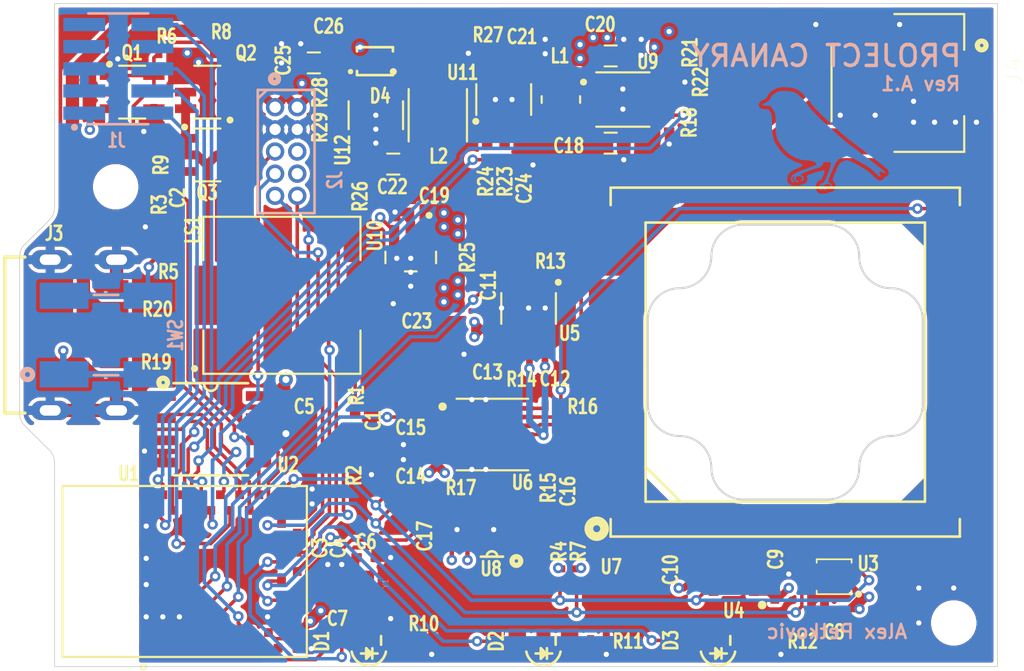
<source format=kicad_pcb>
(kicad_pcb (version 20171130) (host pcbnew "(5.1.9)-1")
  (layers (0 F.Cu signal) (1 GND.Cu power) (2 PWR.Cu power) (31 B.Cu signal) (34 B.Paste user) (35 F.Paste user) (36 B.SilkS user) (37 F.SilkS user) (38 B.Mask user) (39 F.Mask user) (44 Edge.Cuts user))
  (net 0 "")
  (net 1 /BAT_DIV)
  (net 2 GND)
  (net 3 +3V3)
  (net 4 /XTAL2)
  (net 5 /XTAL1)
  (net 6 VDD)
  (net 7 VREF)
  (net 8 +BATT)
  (net 9 VBUS)
  (net 10 +5V)
  (net 11 LED_GREEN)
  (net 12 "Net-(D1-Pad1)")
  (net 13 LED_AMBER)
  (net 14 "Net-(D2-Pad1)")
  (net 15 LED_RED)
  (net 16 "Net-(D3-Pad1)")
  (net 17 /Power/HVR_SW)
  (net 18 ~RESET~)
  (net 19 SWDCLK)
  (net 20 SWO)
  (net 21 SWDIO)
  (net 22 5V_EN)
  (net 23 VREF_EN)
  (net 24 ~LMP_EN~)
  (net 25 PIEZO_PWM)
  (net 26 LMP_VOUT_B)
  (net 27 PM_UART_RXD)
  (net 28 PM_UART_TXD)
  (net 29 ~PM_SLEEP~)
  (net 30 I2C_SDA)
  (net 31 I2C_SCL)
  (net 32 SPI_CLK)
  (net 33 SPI_MOSI)
  (net 34 SPI_MISO)
  (net 35 ~FLASH_CS~)
  (net 36 CHG_STAT)
  (net 37 3V3_PS)
  (net 38 VDD_EN)
  (net 39 /Power/USB_CC1)
  (net 40 /Power/USB_CC2)
  (net 41 /Power/LVR_LX1)
  (net 42 /Power/LVR_LX2)
  (net 43 /PDRIVE_O)
  (net 44 /PDRIVE)
  (net 45 LMP_VOUT)
  (net 46 /Power/LVR_FB)
  (net 47 /Power/CST)
  (net 48 /Power/CPR)
  (net 49 /Power/HVR_FB)
  (net 50 BUTTON)
  (net 51 ~PM_RST~)
  (net 52 /Potentiostat/SPEC_CE)
  (net 53 /Potentiostat/CE)
  (net 54 /Potentiostat/SPEC_WE)
  (net 55 /Potentiostat/SPEC_RE)
  (net 56 /Potentiostat/FILT_C2)
  (net 57 /Potentiostat/FILT_C1)
  (net 58 /PG)
  (net 59 /NG)
  (net 60 /RBTN)
  (net 61 "Net-(C13-Pad1)")
  (module JetkovKiCADLib:CANARY-LOGO (layer B.Cu) (at 86.2 55.85 180)
    (fp_text reference LOGO1 hide)
    (fp_text value CANARY-LOGO hide)
    (pad 1 smd custom (at 0.19 0.25 180) (size 1.524 1.524) (layers B.Cu B.Mask) (options (clearance outline) (anchor circle)) (primitives (gr_poly (pts (xy 1.373584 2.588294) (xy 1.44 2.58) (xy 1.52 2.56) (xy 1.58 2.54) (xy 1.68 2.49) (xy 1.79 2.42) (xy 1.88 2.35) (xy 1.907474 2.321374) (xy 1.93 2.29) (xy 1.98 2.21) (xy 2.05 2.08) (xy 2.07 2.05) (xy 2.12 2.01) (xy 2.15 1.99) (xy 2.2 1.96) (xy 2.41 1.84) (xy 2.45 1.81) (xy 2.46 1.79) (xy 2.46 1.78) (xy 2.3 1.76) (xy 2.15 1.75) (xy 2.053713 1.74664) (xy 2.02 1.73) (xy 1.98 1.7) (xy 1.93 1.65) (xy 1.86 1.54) (xy 1.79 1.42) (xy 1.73 1.29) (xy 1.71 1.13) (xy 1.7 0.77) (xy 1.7 0.45) (xy 1.69 0.25) (xy 1.66 0.06) (xy 1.62 -0.13) (xy 1.55 -0.28) (xy 1.41 -0.49) (xy 1.28 -0.67) (xy 1.09 -0.89) (xy 0.85 -1.08) (xy 0.55 -1.24) (xy 0.26 -1.35) (xy 0.06 -1.37) (xy -0.21 -1.39) (xy -0.4 -1.42) (xy -0.78 -1.46) (xy -1.13 -1.46) (xy -1.44 -1.43) (xy -1.71 -1.38) (xy -1.96 -1.29) (xy -2.25 -1.17) (xy -2.35 -1.13) (xy -2.63 -0.57) (xy -2.27 -0.3) (xy -1.76 0.14) (xy -1.38 0.5) (xy -0.94 0.9) (xy -0.71 1.12) (xy -0.54 1.29) (xy -0.38 1.46) (xy -0.23 1.64) (xy -0.138981 1.74664) (xy -0.14 1.75) (xy -0.12 1.79) (xy -0.07 1.86) (xy 0.08 2.03) (xy 0.17 2.13) (xy 0.28 2.24) (xy 0.43 2.38) (xy 0.55 2.46) (xy 0.66 2.51) (xy 0.78 2.55) (xy 0.98 2.58) (xy 1.27 2.59)) (width 0.02)) (gr_poly (pts (xy -0.97 -1.47) (xy -1.01 -1.48) (xy -1.3 -1.48) (xy -1.379565 -1.486269) (xy -1.43 -1.51) (xy -1.46 -1.55) (xy -1.46 -1.6) (xy -1.44 -1.69) (xy -1.41 -1.81) (xy -1.35 -1.99) (xy -1.28 -2.18) (xy -1.23 -2.31) (xy -1.13 -2.53) (xy -1.08 -2.61) (xy -1.03 -2.67) (xy -0.98 -2.7) (xy -0.94 -2.71) (xy -0.89 -2.73) (xy -0.85 -2.76) (xy -0.82 -2.81) (xy -0.81 -2.85) (xy -0.8 -2.93) (xy -0.81 -3) (xy -0.83 -3.035) (xy -0.85 -3.06) (xy -0.88 -3.08) (xy -0.92 -3.09) (xy -0.96 -3.08) (xy -0.94 -3.07) (xy -0.91 -3.05) (xy -0.88 -3.01) (xy -0.87 -2.99) (xy -0.86 -2.96) (xy -0.86 -2.91) (xy -0.87 -2.86) (xy -0.9 -2.81) (xy -0.94 -2.78) (xy -0.96 -2.77) (xy -0.97 -2.77) (xy -0.98 -2.78) (xy -0.98 -2.79) (xy -0.96 -2.84) (xy -0.95 -2.91) (xy -0.97 -2.98) (xy -1.01 -3.03) (xy -1.07 -3.07) (xy -1.14 -3.08) (xy -1.16 -3.07) (xy -1.18 -3.06) (xy -1.16 -3.05) (xy -1.13 -3.04) (xy -1.09 -3.02) (xy -1.07 -3.01) (xy -1.04 -2.98) (xy -1.02 -2.94) (xy -1.02 -2.88) (xy -1.04 -2.83) (xy -1.09 -2.78) (xy -1.18 -2.74) (xy -1.27 -2.73) (xy -1.37 -2.74) (xy -1.42 -2.77) (xy -1.45 -2.83) (xy -1.46 -2.88) (xy -1.46 -2.89) (xy -1.44 -2.94) (xy -1.42 -2.97) (xy -1.39 -2.99) (xy -1.44 -2.99) (xy -1.48 -2.97) (xy -1.51 -2.92) (xy -1.51 -2.86) (xy -1.49 -2.79) (xy -1.43 -2.71) (xy -1.35 -2.67) (xy -1.27 -2.66) (xy -1.31 -2.52) (xy -1.41 -2.23) (xy -1.65 -1.67) (xy -1.71 -1.55) (xy -1.81 -1.42) (xy -1.85 -1.34)) (width 0.02)) (gr_poly (pts (xy -0.45 -1.44) (xy -0.51 -1.47) (xy -0.58 -1.51) (xy -0.6 -1.54) (xy -0.62 -1.58) (xy -0.624772 -1.627364) (xy -0.6 -1.66) (xy -0.51 -1.7) (xy -0.35 -1.76) (xy -0.18 -1.83) (xy 0.1 -1.93) (xy 0.26 -1.99) (xy 0.46 -2.07) (xy 0.59 -2.14) (xy 0.72 -2.22) (xy 0.738504 -2.238994) (xy 0.78 -2.28) (xy 0.81 -2.35) (xy 0.83 -2.47) (xy 0.82 -2.54) (xy 0.78 -2.59) (xy 0.72 -2.62) (xy 0.67 -2.63) (xy 0.63 -2.62) (xy 0.67 -2.6) (xy 0.7 -2.58) (xy 0.71 -2.57) (xy 0.75 -2.52) (xy 0.76 -2.47) (xy 0.75 -2.39) (xy 0.72 -2.33) (xy 0.66 -2.28) (xy 0.63 -2.27) (xy 0.62 -2.28) (xy 0.62 -2.3) (xy 0.64 -2.35) (xy 0.65 -2.4) (xy 0.65 -2.46) (xy 0.63 -2.52) (xy 0.57 -2.59) (xy 0.5 -2.62) (xy 0.44 -2.62) (xy 0.42 -2.62) (xy 0.38 -2.59) (xy 0.42 -2.58) (xy 0.46 -2.57) (xy 0.5 -2.55) (xy 0.55 -2.51) (xy 0.57 -2.48) (xy 0.58 -2.43) (xy 0.58 -2.4) (xy 0.57 -2.37) (xy 0.55 -2.34) (xy 0.53 -2.32) (xy 0.49 -2.3) (xy 0.43 -2.29) (xy 0.36 -2.29) (xy 0.3 -2.3) (xy 0.26 -2.31) (xy 0.2 -2.35) (xy 0.19 -2.37) (xy 0.17 -2.45) (xy 0.18 -2.48) (xy 0.21 -2.5) (xy 0.25 -2.52) (xy 0.27 -2.52) (xy 0.26 -2.54) (xy 0.24 -2.55) (xy 0.21 -2.55) (xy 0.15 -2.53) (xy 0.11 -2.48) (xy 0.11 -2.44) (xy 0.12 -2.4) (xy 0.13 -2.35) (xy 0.16 -2.3) (xy 0.2 -2.27) (xy 0.26 -2.24) (xy 0.29 -2.23) (xy 0.3 -2.22) (xy 0.298794 -2.19704) (xy 0.12 -2.1) (xy -0.09 -2.01) (xy -0.43 -1.89) (xy -0.66 -1.82) (xy -0.79 -1.8) (xy -0.82 -1.78) (xy -0.85 -1.75) (xy -0.94 -1.67) (xy -0.99 -1.62) (xy -1 -1.57) (xy -1.01 -1.49) (xy -1.13 -1.47) (xy -0.4 -1.42)) (width 0.02)) (gr_poly (pts (xy -2.35 -1.13) (xy -2.47 -1.17) (xy -2.63 -1.23) (xy -2.82 -1.31) (xy -3.06 -1.44) (xy -3.32 -1.59) (xy -3.65 -1.79) (xy -3.8 -1.9) (xy -3.98 -2.07) (xy -4.11 -2.2) (xy -4.21 -2.29) (xy -4.27 -2.32) (xy -4.29 -2.32) (xy -4.29 -2.29) (xy -4.28 -2.26) (xy -4.27 -2.22) (xy -4.24 -2.17) (xy -4.22 -2.13) (xy -4.21 -2.09) (xy -4.22 -2.06) (xy -4.24 -2.03) (xy -4.29 -2.02) (xy -4.38 -2.04) (xy -4.46 -2.08) (xy -4.53 -2.11) (xy -4.55 -2.11) (xy -4.55 -2.1) (xy -4.54 -2.07) (xy -4.53 -2.05) (xy -4.51 -2.03) (xy -4.41 -1.94) (xy -4.2 -1.77) (xy -3.83 -1.48) (xy -3.28 -1.07) (xy -2.74 -0.65) (xy -2.63 -0.57)) (width 0.02))))
  )
  (module Mounting_Holes:MountingHole_2.2mm_M2 (layer F.Cu) (at 94.5 83.5)
    (fp_text reference H2 hide)
    (fp_text value MountingHole)
    (pad 1 np_thru_hole circle (at 0 0) (size 2.2 2.2) (drill 2.2) (layers *.Cu *.Mask))
  )
  (module JetkovKiCADLib:ECS-327-9-12-C-TR (layer F.Cu) (at 60.75 81.5 270)
    (fp_text reference Y1 (at -0.254313 -1.197695 90) (layer F.SilkS) (effects (font (size 0.320399 0.320399) (thickness 0.015))))
    (fp_text value "32.7680 kHz" hide)
    (pad 1 smd rect (at -0.7 0 270) (size 0.6 1.1) (layers F.Cu F.Paste F.Mask) (net 4 /XTAL2))
    (pad 2 smd rect (at 0.7 0 270) (size 0.6 1.1) (layers F.Cu F.Paste F.Mask) (net 5 /XTAL1))
  )
  (module JetkovKiCADLib:SM-UART-04L (layer F.Cu) (at 50.26 48.045)
    (fp_text reference S1 hide)
    (fp_text value DNP hide)
  )
  (module JetkovKiCADLib:TL3301EF160QJ (layer B.Cu) (at 45.95 67)
    (fp_text reference SW1 (at 3.98 0.01 270) (layer B.SilkS) (effects (font (size 0.8 0.6)) (justify mirror)))
    (fp_text value TL3301SPF160QJ hide)
    (pad 4 smd rect (at 2.4 -2.25) (size 2.8 1.5) (layers B.Cu B.Paste B.Mask) (net 60 /RBTN))
    (pad 3 smd rect (at -2.4 -2.25) (size 2.8 1.5) (layers B.Cu B.Paste B.Mask) (net 60 /RBTN))
    (pad 2 smd rect (at 2.4 2.25 180) (size 2.8 1.5) (layers B.Cu B.Paste B.Mask) (net 3 +3V3))
    (pad 1 smd rect (at -2.4 2.25 180) (size 2.8 1.5) (layers B.Cu B.Paste B.Mask) (net 3 +3V3))
  )
  (module JetkovKiCADLib:SGP40-D-R4 (layer F.Cu) (at 81.9 80.95 180)
    (fp_text reference U4 (at 0 -1.85) (layer F.SilkS) (effects (font (size 0.8 0.6))))
    (fp_text value SGP40 hide)
    (pad 1 smd rect (at -1.15 -0.8 270) (size 0.4 0.55) (layers F.Cu F.Paste F.Mask) (net 6 VDD))
    (pad 2 smd rect (at -1.15 0 270) (size 0.4 0.55) (layers F.Cu F.Paste F.Mask) (net 2 GND))
    (pad 3 smd rect (at -1.15 0.8 270) (size 0.4 0.55) (layers F.Cu F.Paste F.Mask) (net 30 I2C_SDA))
    (pad 4 smd rect (at 1.15 0.8 270) (size 0.4 0.55) (layers F.Cu F.Paste F.Mask) (net 2 GND))
    (pad 5 smd rect (at 1.15 0 270) (size 0.4 0.55) (layers F.Cu F.Paste F.Mask) (net 6 VDD))
    (pad 6 smd rect (at 1.15 -0.8 270) (size 0.4 0.55) (layers F.Cu F.Paste F.Mask) (net 31 I2C_SCL))
    (pad 7 smd custom (at 0 0 180) (size 1 1) (layers F.Cu F.Paste F.Mask) (net 2 GND) (options (clearance outline) (anchor rect)) (primitives (gr_poly (pts (xy 0.6 0.8) (xy -0.6 0.8) (xy -0.6 -0.5) (xy -0.3 -0.8) (xy 0.6 -0.8)) (width 0))))
  )
  (module JetkovKiCADLib:SPEC-110-902 (layer F.Cu) (at 84.85 68.55)
    (fp_text reference U7 (at -9.97 11.73) (layer F.SilkS) (effects (font (size 0.8 0.6))))
    (fp_text value DNP hide)
    (fp_line (start 7.875 0) (end 7.875 -2.415) (layer Edge.Cuts) (width 0.12))
    (fp_line (start 2.415 -7.875) (end 0 -7.875) (layer Edge.Cuts) (width 0.12))
    (fp_line (start 0 -7.875) (end -2.415 -7.875) (layer Edge.Cuts) (width 0.12))
    (fp_line (start -7.875 -2.415) (end -7.875 0) (layer Edge.Cuts) (width 0.12))
    (fp_line (start -7.875 0) (end -7.875 2.415) (layer Edge.Cuts) (width 0.12))
    (fp_line (start -2.415 7.875) (end 0 7.875) (layer Edge.Cuts) (width 0.12))
    (fp_line (start 0 7.875) (end 2.415 7.875) (layer Edge.Cuts) (width 0.12))
    (fp_line (start 7.875 2.415) (end 7.875 0) (layer Edge.Cuts) (width 0.12))
    (fp_text user Cut-Out (at 0 6) (layer Edge.Cuts))
    (fp_arc (start 2.415 6.055) (end 2.415 7.875) (angle -90) (layer Edge.Cuts) (width 0.12))
    (fp_arc (start 6.055 6.055) (end 4.235 6.055) (angle 90) (layer Edge.Cuts) (width 0.12))
    (fp_arc (start 6.055 2.415) (end 6.055 4.235) (angle -90) (layer Edge.Cuts) (width 0.12))
    (fp_arc (start -6.055 2.415) (end -7.875 2.415) (angle -90) (layer Edge.Cuts) (width 0.12))
    (fp_arc (start -6.055 6.055) (end -6.055 4.235) (angle 90) (layer Edge.Cuts) (width 0.12))
    (fp_arc (start -2.415 6.055) (end -4.235 6.055) (angle -90) (layer Edge.Cuts) (width 0.12))
    (fp_arc (start -2.415 -6.055) (end -2.415 -7.875) (angle -90) (layer Edge.Cuts) (width 0.12))
    (fp_arc (start -6.055 -6.055) (end -4.235 -6.055) (angle 90) (layer Edge.Cuts) (width 0.12))
    (fp_arc (start -6.055 -2.415) (end -6.055 -4.235) (angle -90) (layer Edge.Cuts) (width 0.12))
    (fp_arc (start 2.415 -6.055) (end 4.235 -6.055) (angle -90) (layer Edge.Cuts) (width 0.12))
    (fp_arc (start 6.055 -6.055) (end 6.055 -4.235) (angle 90) (layer Edge.Cuts) (width 0.12))
    (fp_arc (start 6.055 -2.415) (end 7.875 -2.415) (angle -90) (layer Edge.Cuts) (width 0.12))
    (pad 10 smd rect (at 10 8) (size 2.5 1.5) (layers F.Cu F.Paste F.Mask) (net 54 /Potentiostat/SPEC_WE))
    (pad 9 smd rect (at 10 4) (size 2.5 1.5) (layers F.Cu F.Paste F.Mask))
    (pad 8 smd rect (at 10 0) (size 2.5 1.5) (layers F.Cu F.Paste F.Mask))
    (pad 7 smd rect (at 10 -4) (size 2.5 1.5) (layers F.Cu F.Paste F.Mask))
    (pad 6 smd rect (at 10 -8) (size 2.5 1.5) (layers F.Cu F.Paste F.Mask) (net 52 /Potentiostat/SPEC_CE))
    (pad 5 smd rect (at -10 -8) (size 2.5 1.5) (layers F.Cu F.Paste F.Mask) (net 55 /Potentiostat/SPEC_RE))
    (pad 4 smd rect (at -10 -4) (size 2.5 1.5) (layers F.Cu F.Paste F.Mask))
    (pad 3 smd rect (at -10 0) (size 2.5 1.5) (layers F.Cu F.Paste F.Mask))
    (pad 2 smd rect (at -10 4) (size 2.5 1.5) (layers F.Cu F.Paste F.Mask))
    (pad 1 smd rect (at -10 8) (size 2.5 1.5) (layers F.Cu F.Paste F.Mask) (net 54 /Potentiostat/SPEC_WE))
  )
  (module JetkovKiCADLib:JST_S2B-PH-SM4-TB (layer F.Cu) (at 94.75 52.55 270)
    (fp_text reference J4 (at -0.69228 -3.184 90) (layer F.SilkS) (effects (font (size 1.002189 1.002189) (thickness 0.015))))
    (fp_text value S2B-PH-SM4-TB hide)
    (pad 2 smd rect (at 1 0 270) (size 1 3.5) (layers F.Cu F.Paste F.Mask) (net 2 GND))
    (pad 1 smd rect (at -1 0 270) (size 1 3.5) (layers F.Cu F.Paste F.Mask) (net 8 +BATT))
    (pad S1 smd rect (at 3.35 5.75 270) (size 1.5 3.4) (layers F.Cu F.Paste F.Mask) (net 2 GND))
    (pad S1 smd rect (at -3.35 5.75 270) (size 1.5 3.4) (layers F.Cu F.Paste F.Mask) (net 2 GND))
  )
  (module JetkovKiCADLib:SHTC3 (layer F.Cu) (at 88.05 80.85 90)
    (fp_text reference U3 (at 0.75 1.55 180) (layer F.SilkS) (effects (font (size 0.8 0.6))))
    (fp_text value SHTC3 hide)
    (pad 1 smd rect (at -0.5 0.525 90) (size 0.35 0.55) (layers F.Cu F.Paste F.Mask) (net 6 VDD))
    (pad 2 smd rect (at 0.5 0.525 90) (size 0.35 0.55) (layers F.Cu F.Paste F.Mask) (net 31 I2C_SCL))
    (pad 3 smd rect (at 0.5 -1.325 90) (size 0.35 0.55) (layers F.Cu F.Paste F.Mask) (net 30 I2C_SDA))
    (pad 4 smd rect (at -0.5 -1.325 90) (size 0.35 0.55) (layers F.Cu F.Paste F.Mask) (net 2 GND))
    (pad 5 smd rect (at 0 -0.4 180) (size 0.7 1.6) (layers F.Cu F.Paste F.Mask) (net 2 GND))
  )
  (module JetkovKiCADLib:MCP7383xx-xxxx_OT (layer F.Cu) (at 68.725 53.5 90)
    (fp_text reference U11 (at 1.55 -2.35 180) (layer F.SilkS) (effects (font (size 0.8 0.6))))
    (fp_text value MCP73831T-2ATI_OT hide)
    (pad 1 smd rect (at -1.245 -0.95 90) (size 1.22 0.6) (layers F.Cu F.Paste F.Mask) (net 47 /Power/CST))
    (pad 2 smd rect (at -1.245 0 90) (size 1.22 0.6) (layers F.Cu F.Paste F.Mask) (net 2 GND))
    (pad 3 smd rect (at -1.245 0.95 90) (size 1.22 0.6) (layers F.Cu F.Paste F.Mask) (net 8 +BATT))
    (pad 4 smd rect (at 1.245 0.95 90) (size 1.22 0.6) (layers F.Cu F.Paste F.Mask) (net 9 VBUS))
    (pad 5 smd rect (at 1.245 -0.95 90) (size 1.22 0.6) (layers F.Cu F.Paste F.Mask) (net 48 /Power/CPR))
  )
  (module JetkovKiCADLib:20021311-00010T4LF (layer B.Cu) (at 56.9 53.94 90)
    (fp_text reference J2 (at -4.175 2.15 90) (layer B.SilkS) (effects (font (size 0.8 0.6)) (justify mirror)))
    (fp_text value 20021311-00010T4LF hide)
    (pad 2 thru_hole circle (at 0 0 90) (size 1.05 1.05) (drill 0.65) (layers *.Cu *.Mask) (net 10 +5V))
    (pad 1 thru_hole circle (at 0 -1.27 90) (size 1.05 1.05) (drill 0.65) (layers *.Cu *.Mask) (net 10 +5V))
    (pad 4 thru_hole circle (at -1.27 0 90) (size 1.05 1.05) (drill 0.65) (layers *.Cu *.Mask) (net 2 GND))
    (pad 3 thru_hole circle (at -1.27 -1.27 90) (size 1.05 1.05) (drill 0.65) (layers *.Cu *.Mask) (net 2 GND))
    (pad 6 thru_hole circle (at -2.54 0 90) (size 1.05 1.05) (drill 0.65) (layers *.Cu *.Mask))
    (pad 5 thru_hole circle (at -2.54 -1.27 90) (size 1.05 1.05) (drill 0.65) (layers *.Cu *.Mask) (net 51 ~PM_RST~))
    (pad 8 thru_hole circle (at -3.81 0 90) (size 1.05 1.05) (drill 0.65) (layers *.Cu *.Mask))
    (pad 7 thru_hole circle (at -3.81 -1.27 90) (size 1.05 1.05) (drill 0.65) (layers *.Cu *.Mask) (net 27 PM_UART_RXD))
    (pad 10 thru_hole circle (at -5.08 0 90) (size 1.05 1.05) (drill 0.65) (layers *.Cu *.Mask) (net 29 ~PM_SLEEP~))
    (pad 9 thru_hole circle (at -5.08 -1.27 90) (size 1.05 1.05) (drill 0.65) (layers *.Cu *.Mask) (net 28 PM_UART_TXD))
  )
  (module JetkovKiCADLib:R_0402_NoSilk (layer F.Cu) (at 49.525 62.3)
    (fp_text reference R5 (at 0 1.075) (layer F.SilkS) (effects (font (size 0.8 0.6))))
    (fp_text value 180k hide)
    (pad 1 smd rect (at -0.45 0) (size 0.4 0.6) (layers F.Cu F.Paste F.Mask) (net 60 /RBTN))
    (pad 2 smd rect (at 0.45 0) (size 0.4 0.6) (layers F.Cu F.Paste F.Mask) (net 50 BUTTON))
  )
  (module JetkovKiCADLib:R_0402_NoSilk (layer F.Cu) (at 49.025 60.95 90)
    (fp_text reference R3 (at 1.425 -0.025 90) (layer F.SilkS) (effects (font (size 0.8 0.6))))
    (fp_text value 180k hide)
    (pad 1 smd rect (at -0.45 0 90) (size 0.4 0.6) (layers F.Cu F.Paste F.Mask) (net 60 /RBTN))
    (pad 2 smd rect (at 0.45 0 90) (size 0.4 0.6) (layers F.Cu F.Paste F.Mask) (net 2 GND))
  )
  (module JetkovKiCADLib:C_0402_NoSilk (layer F.Cu) (at 49.975 60.75 90)
    (fp_text reference C2 (at 1.625 0.075 90) (layer F.SilkS) (effects (font (size 0.8 0.6))))
    (fp_text value 0.1u hide)
    (pad 1 smd rect (at -0.55 0 90) (size 0.6 0.5) (layers F.Cu F.Paste F.Mask) (net 50 BUTTON))
    (pad 2 smd rect (at 0.55 0 90) (size 0.6 0.5) (layers F.Cu F.Paste F.Mask) (net 2 GND))
  )
  (module JetkovKiCADLib:C_0402_NoSilk (layer F.Cu) (at 61.15 73.6 270)
    (fp_text reference C1 (at -1.7 -0.1 90) (layer F.SilkS) (effects (font (size 0.8 0.6))))
    (fp_text value 0.1u hide)
    (pad 1 smd rect (at -0.55 0 270) (size 0.6 0.5) (layers F.Cu F.Paste F.Mask) (net 1 /BAT_DIV))
    (pad 2 smd rect (at 0.55 0 270) (size 0.6 0.5) (layers F.Cu F.Paste F.Mask) (net 2 GND))
  )
  (module JetkovKiCADLib:C_0402_NoSilk (layer F.Cu) (at 58.2 81.45 90)
    (fp_text reference C3 (at 2.25 0 90) (layer F.SilkS) (effects (font (size 0.8 0.6))))
    (fp_text value 1u hide)
    (pad 2 smd rect (at 0.55 0 90) (size 0.6 0.5) (layers F.Cu F.Paste F.Mask) (net 2 GND))
    (pad 1 smd rect (at -0.55 0 90) (size 0.6 0.5) (layers F.Cu F.Paste F.Mask) (net 3 +3V3))
  )
  (module JetkovKiCADLib:C_0402_NoSilk (layer F.Cu) (at 59.1 81.45 90)
    (fp_text reference C4 (at 2.25 0.15 90) (layer F.SilkS) (effects (font (size 0.8 0.6))))
    (fp_text value 0.1u hide)
    (pad 2 smd rect (at 0.55 0 90) (size 0.6 0.5) (layers F.Cu F.Paste F.Mask) (net 2 GND))
    (pad 1 smd rect (at -0.55 0 90) (size 0.6 0.5) (layers F.Cu F.Paste F.Mask) (net 3 +3V3))
  )
  (module JetkovKiCADLib:C_0402_NoSilk (layer F.Cu) (at 56.25 71.1 270)
    (fp_text reference C5 (at 0 -1.05 180) (layer F.SilkS) (effects (font (size 0.8 0.6))))
    (fp_text value DNP hide)
    (pad 1 smd rect (at -0.55 0 270) (size 0.6 0.5) (layers F.Cu F.Paste F.Mask) (net 3 +3V3))
    (pad 2 smd rect (at 0.55 0 270) (size 0.6 0.5) (layers F.Cu F.Paste F.Mask) (net 2 GND))
  )
  (module JetkovKiCADLib:C_0402_NoSilk (layer F.Cu) (at 60.85 79.75 180)
    (fp_text reference C6 (at 0 0.9) (layer F.SilkS) (effects (font (size 0.8 0.6))))
    (fp_text value 12pF hide)
    (pad 1 smd rect (at -0.55 0 180) (size 0.6 0.5) (layers F.Cu F.Paste F.Mask) (net 2 GND))
    (pad 2 smd rect (at 0.55 0 180) (size 0.6 0.5) (layers F.Cu F.Paste F.Mask) (net 4 /XTAL2))
  )
  (module JetkovKiCADLib:C_0402_NoSilk (layer F.Cu) (at 60.85 83.25)
    (fp_text reference C7 (at -1.65 0) (layer F.SilkS) (effects (font (size 0.8 0.6))))
    (fp_text value 12pF hide)
    (pad 1 smd rect (at -0.55 0) (size 0.6 0.5) (layers F.Cu F.Paste F.Mask) (net 5 /XTAL1))
    (pad 2 smd rect (at 0.55 0) (size 0.6 0.5) (layers F.Cu F.Paste F.Mask) (net 2 GND))
  )
  (module JetkovKiCADLib:C_0402_NoSilk (layer F.Cu) (at 87.65 82.75 180)
    (fp_text reference C8 (at 0 -1.27) (layer F.SilkS) (effects (font (size 0.8 0.6))))
    (fp_text value 0.1u hide)
    (pad 1 smd rect (at -0.55 0 180) (size 0.6 0.5) (layers F.Cu F.Paste F.Mask) (net 6 VDD))
    (pad 2 smd rect (at 0.55 0 180) (size 0.6 0.5) (layers F.Cu F.Paste F.Mask) (net 2 GND))
  )
  (module JetkovKiCADLib:C_0402_NoSilk (layer F.Cu) (at 84.25 81.55 90)
    (fp_text reference C9 (at 1.7 0.05 90) (layer F.SilkS) (effects (font (size 0.8 0.6))))
    (fp_text value 1u hide)
    (pad 1 smd rect (at -0.55 0 90) (size 0.6 0.5) (layers F.Cu F.Paste F.Mask) (net 6 VDD))
    (pad 2 smd rect (at 0.55 0 90) (size 0.6 0.5) (layers F.Cu F.Paste F.Mask) (net 2 GND))
  )
  (module JetkovKiCADLib:C_0402_NoSilk (layer F.Cu) (at 79.55 80.45 90)
    (fp_text reference C10 (at 0 -1.27 90) (layer F.SilkS) (effects (font (size 0.8 0.6))))
    (fp_text value 1u hide)
    (pad 1 smd rect (at -0.55 0 90) (size 0.6 0.5) (layers F.Cu F.Paste F.Mask) (net 6 VDD))
    (pad 2 smd rect (at 0.55 0 90) (size 0.6 0.5) (layers F.Cu F.Paste F.Mask) (net 2 GND))
  )
  (module JetkovKiCADLib:C_0402_NoSilk (layer F.Cu) (at 67.9 66.175 90)
    (fp_text reference C11 (at 2.025 -0.05 90) (layer F.SilkS) (effects (font (size 0.8 0.6))))
    (fp_text value 0.1u hide)
    (pad 2 smd rect (at 0.55 0 90) (size 0.6 0.5) (layers F.Cu F.Paste F.Mask) (net 2 GND))
    (pad 1 smd rect (at -0.55 0 90) (size 0.6 0.5) (layers F.Cu F.Paste F.Mask) (net 6 VDD))
  )
  (module JetkovKiCADLib:C_0402_NoSilk (layer F.Cu) (at 71.65 68.075)
    (fp_text reference C12 (at 0.01 1.435) (layer F.SilkS) (effects (font (size 0.8 0.6))))
    (fp_text value 0.1u hide)
    (pad 2 smd rect (at 0.55 0) (size 0.6 0.5) (layers F.Cu F.Paste F.Mask) (net 2 GND))
    (pad 1 smd rect (at -0.55 0) (size 0.6 0.5) (layers F.Cu F.Paste F.Mask) (net 7 VREF))
  )
  (module JetkovKiCADLib:C_0402_NoSilk (layer F.Cu) (at 67.85 68.075 180)
    (fp_text reference C13 (at 0.05 -1.05) (layer F.SilkS) (effects (font (size 0.8 0.6))))
    (fp_text value DNP hide)
    (pad 2 smd rect (at 0.55 0 180) (size 0.6 0.5) (layers F.Cu F.Paste F.Mask) (net 2 GND))
    (pad 1 smd rect (at -0.55 0 180) (size 0.6 0.5) (layers F.Cu F.Paste F.Mask) (net 61 "Net-(C13-Pad1)"))
  )
  (module JetkovKiCADLib:C_0402_NoSilk (layer F.Cu) (at 64.345 74.15 180)
    (fp_text reference C14 (at 0.945 -0.95) (layer F.SilkS) (effects (font (size 0.8 0.6))))
    (fp_text value 0.1u hide)
    (pad 1 smd rect (at -0.55 0 180) (size 0.6 0.5) (layers F.Cu F.Paste F.Mask) (net 6 VDD))
    (pad 2 smd rect (at 0.55 0 180) (size 0.6 0.5) (layers F.Cu F.Paste F.Mask) (net 2 GND))
  )
  (module JetkovKiCADLib:C_0402_NoSilk (layer F.Cu) (at 64.345 73.25 180)
    (fp_text reference C15 (at 0.945 0.95) (layer F.SilkS) (effects (font (size 0.8 0.6))))
    (fp_text value 1u hide)
    (pad 1 smd rect (at -0.55 0 180) (size 0.6 0.5) (layers F.Cu F.Paste F.Mask) (net 6 VDD))
    (pad 2 smd rect (at 0.55 0 180) (size 0.6 0.5) (layers F.Cu F.Paste F.Mask) (net 2 GND))
  )
  (module JetkovKiCADLib:C_0402_NoSilk (layer F.Cu) (at 72.275 74 90)
    (fp_text reference C16 (at -1.95 0.125 90) (layer F.SilkS) (effects (font (size 0.8 0.6))))
    (fp_text value DNP hide)
    (pad 1 smd rect (at -0.55 0 90) (size 0.6 0.5) (layers F.Cu F.Paste F.Mask) (net 56 /Potentiostat/FILT_C2))
    (pad 2 smd rect (at 0.55 0 90) (size 0.6 0.5) (layers F.Cu F.Paste F.Mask) (net 57 /Potentiostat/FILT_C1))
  )
  (module JetkovKiCADLib:C_0402_NoSilk (layer F.Cu) (at 65.2 78.55 90)
    (fp_text reference C17 (at 0.025 -1 90) (layer F.SilkS) (effects (font (size 0.8 0.6))))
    (fp_text value 0.1u hide)
    (pad 1 smd rect (at -0.55 0 90) (size 0.6 0.5) (layers F.Cu F.Paste F.Mask) (net 6 VDD))
    (pad 2 smd rect (at 0.55 0 90) (size 0.6 0.5) (layers F.Cu F.Paste F.Mask) (net 2 GND))
  )
  (module JetkovKiCADLib:C_0603 (layer F.Cu) (at 74.85 56)
    (fp_text reference C18 (at -2.4 0.15) (layer F.SilkS) (effects (font (size 0.8 0.6))))
    (fp_text value 10u hide)
    (pad 2 smd rect (at 0.75 0) (size 0.8 0.75) (layers F.Cu F.Paste F.Mask) (net 2 GND))
    (pad 1 smd rect (at -0.75 0) (size 0.8 0.75) (layers F.Cu F.Paste F.Mask) (net 8 +BATT))
  )
  (module JetkovKiCADLib:C_0402_NoSilk (layer F.Cu) (at 63.85 59.95 180)
    (fp_text reference C19 (at -0.9 0.95) (layer F.SilkS) (effects (font (size 0.8 0.6))))
    (fp_text value 1u hide)
    (pad 2 smd rect (at 0.55 0 180) (size 0.6 0.5) (layers F.Cu F.Paste F.Mask) (net 2 GND))
    (pad 1 smd rect (at -0.55 0 180) (size 0.6 0.5) (layers F.Cu F.Paste F.Mask) (net 3 +3V3))
  )
  (module JetkovKiCADLib:C_0603 (layer F.Cu) (at 74.85 51)
    (fp_text reference C20 (at -0.6 -1.8) (layer F.SilkS) (effects (font (size 0.8 0.6))))
    (fp_text value 10u hide)
    (pad 2 smd rect (at 0.75 0) (size 0.8 0.75) (layers F.Cu F.Paste F.Mask) (net 2 GND))
    (pad 1 smd rect (at -0.75 0) (size 0.8 0.75) (layers F.Cu F.Paste F.Mask) (net 3 +3V3))
  )
  (module JetkovKiCADLib:C_0402_NoSilk (layer F.Cu) (at 69.725 50.9)
    (fp_text reference C21 (at 0.05 -1) (layer F.SilkS) (effects (font (size 0.8 0.6))))
    (fp_text value 4.7u hide)
    (pad 1 smd rect (at -0.55 0) (size 0.6 0.5) (layers F.Cu F.Paste F.Mask) (net 9 VBUS))
    (pad 2 smd rect (at 0.55 0) (size 0.6 0.5) (layers F.Cu F.Paste F.Mask) (net 2 GND))
  )
  (module JetkovKiCADLib:C_0603 (layer F.Cu) (at 62.4 57.2 180)
    (fp_text reference C22 (at 0.05 -1.3) (layer F.SilkS) (effects (font (size 0.8 0.6))))
    (fp_text value 22u hide)
    (pad 1 smd rect (at -0.75 0 180) (size 0.8 0.75) (layers F.Cu F.Paste F.Mask) (net 8 +BATT))
    (pad 2 smd rect (at 0.75 0 180) (size 0.8 0.75) (layers F.Cu F.Paste F.Mask) (net 2 GND))
  )
  (module JetkovKiCADLib:C_0402_NoSilk (layer F.Cu) (at 63.8 65.2 180)
    (fp_text reference C23 (at 0.05 -1) (layer F.SilkS) (effects (font (size 0.8 0.6))))
    (fp_text value 1u hide)
    (pad 2 smd rect (at 0.55 0 180) (size 0.6 0.5) (layers F.Cu F.Paste F.Mask) (net 2 GND))
    (pad 1 smd rect (at -0.55 0 180) (size 0.6 0.5) (layers F.Cu F.Paste F.Mask) (net 6 VDD))
  )
  (module JetkovKiCADLib:C_0402_NoSilk (layer F.Cu) (at 69.725 56.7 270)
    (fp_text reference C24 (at 1.9 -0.175 90) (layer F.SilkS) (effects (font (size 0.8 0.6))))
    (fp_text value 4.7u hide)
    (pad 1 smd rect (at -0.55 0 270) (size 0.6 0.5) (layers F.Cu F.Paste F.Mask) (net 8 +BATT))
    (pad 2 smd rect (at 0.55 0 270) (size 0.6 0.5) (layers F.Cu F.Paste F.Mask) (net 2 GND))
  )
  (module JetkovKiCADLib:C_0603 (layer F.Cu) (at 57.85 51.4 180)
    (fp_text reference C25 (at 1.75 0.15 90) (layer F.SilkS) (effects (font (size 0.8 0.6))))
    (fp_text value 22u hide)
    (pad 1 smd rect (at -0.75 0 180) (size 0.8 0.75) (layers F.Cu F.Paste F.Mask) (net 10 +5V))
    (pad 2 smd rect (at 0.75 0 180) (size 0.8 0.75) (layers F.Cu F.Paste F.Mask) (net 2 GND))
  )
  (module JetkovKiCADLib:C_0402_NoSilk (layer F.Cu) (at 59.05 50.25 180)
    (fp_text reference C26 (at 0.35 0.95) (layer F.SilkS) (effects (font (size 0.8 0.6))))
    (fp_text value 1u hide)
    (pad 2 smd rect (at 0.55 0 180) (size 0.6 0.5) (layers F.Cu F.Paste F.Mask) (net 2 GND))
    (pad 1 smd rect (at -0.55 0 180) (size 0.6 0.5) (layers F.Cu F.Paste F.Mask) (net 10 +5V))
  )
  (module JetkovKiCADLib:PMEG2010EA (layer F.Cu) (at 61.35 51.3)
    (fp_text reference D4 (at 0.3 2) (layer F.SilkS) (effects (font (size 0.8 0.6))))
    (fp_text value D_Schottky hide)
    (pad 2 smd rect (at 1.02235 0) (size 1.3589 0.4572) (layers F.Cu F.Paste F.Mask) (net 17 /Power/HVR_SW))
    (pad 1 smd rect (at -1.02235 0) (size 1.3589 0.4572) (layers F.Cu F.Paste F.Mask) (net 10 +5V))
  )
  (module JetkovKiCADLib:20021121-00010XXLFc (layer B.Cu) (at 46.65 51.74)
    (fp_text reference J1 (at -0.1 4.1) (layer B.SilkS) (effects (font (size 0.8 0.6)) (justify mirror)))
    (fp_text value CONN_ARM_CM_JTAG_SWD_10 hide)
    (pad 8 smd rect (at 1.95 -1.27 180) (size 2.4 0.76) (layers B.Cu B.Paste B.Mask))
    (pad 10 smd rect (at 1.95 -2.54 180) (size 2.4 0.76) (layers B.Cu B.Paste B.Mask) (net 18 ~RESET~))
    (pad 4 smd rect (at 1.95 1.27 180) (size 2.4 0.76) (layers B.Cu B.Paste B.Mask) (net 19 SWDCLK))
    (pad 6 smd rect (at 1.95 0 180) (size 2.4 0.76) (layers B.Cu B.Paste B.Mask) (net 20 SWO))
    (pad 2 smd rect (at 1.95 2.54 180) (size 2.4 0.76) (layers B.Cu B.Paste B.Mask) (net 21 SWDIO))
    (pad 9 smd rect (at -1.95 -2.54) (size 2.4 0.76) (layers B.Cu B.Paste B.Mask))
    (pad 7 smd rect (at -1.95 -1.27) (size 2.4 0.76) (layers B.Cu B.Paste B.Mask))
    (pad 5 smd rect (at -1.95 0) (size 2.4 0.76) (layers B.Cu B.Paste B.Mask) (net 2 GND))
    (pad 3 smd rect (at -1.95 1.27) (size 2.4 0.76) (layers B.Cu B.Paste B.Mask) (net 2 GND))
    (pad 1 smd rect (at -1.95 2.54) (size 2.4 0.76) (layers B.Cu B.Paste B.Mask) (net 3 +3V3))
  )
  (module JetkovKiCADLib:BMD-300-A-R (layer F.Cu) (at 50.45 80.55)
    (fp_text reference U1 (at -3.2 -5.6) (layer F.SilkS) (effects (font (size 0.8 0.6))))
    (fp_text value BMD-300-A-R hide)
    (pad 1 smd rect (at -2.35 4.4) (size 0.5 0.5) (layers F.Cu F.Paste F.Mask) (net 2 GND))
    (pad 2 smd rect (at -1.8 3.5) (size 0.5 0.5) (layers F.Cu F.Paste F.Mask) (net 2 GND))
    (pad 3 smd rect (at -1.25 4.4) (size 0.5 0.5) (layers F.Cu F.Paste F.Mask) (net 2 GND))
    (pad 4 smd rect (at -0.7 3.5) (size 0.5 0.5) (layers F.Cu F.Paste F.Mask) (net 2 GND))
    (pad 5 smd rect (at -0.15 4.4) (size 0.5 0.5) (layers F.Cu F.Paste F.Mask) (net 2 GND))
    (pad 6 smd rect (at 0.4 3.5) (size 0.5 0.5) (layers F.Cu F.Paste F.Mask) (net 22 5V_EN))
    (pad 7 smd rect (at 0.95 4.4) (size 0.5 0.5) (layers F.Cu F.Paste F.Mask) (net 23 VREF_EN))
    (pad 8 smd rect (at 1.5 3.5) (size 0.5 0.5) (layers F.Cu F.Paste F.Mask) (net 24 ~LMP_EN~))
    (pad 9 smd rect (at 2.05 4.4) (size 0.5 0.5) (layers F.Cu F.Paste F.Mask))
    (pad 10 smd rect (at 2.6 3.5) (size 0.5 0.5) (layers F.Cu F.Paste F.Mask))
    (pad 11 smd rect (at 3.15 4.4) (size 0.5 0.5) (layers F.Cu F.Paste F.Mask))
    (pad 12 smd rect (at 3.7 3.5) (size 0.5 0.5) (layers F.Cu F.Paste F.Mask) (net 25 PIEZO_PWM))
    (pad 13 smd rect (at 4.25 4.4) (size 0.5 0.5) (layers F.Cu F.Paste F.Mask) (net 5 /XTAL1))
    (pad 14 smd rect (at 4.8 3.5) (size 0.5 0.5) (layers F.Cu F.Paste F.Mask) (net 4 /XTAL2))
    (pad 15 smd rect (at 5.35 4.4) (size 0.5 0.5) (layers F.Cu F.Paste F.Mask))
    (pad 16 smd rect (at 6.45 4.4) (size 0.5 0.5) (layers F.Cu F.Paste F.Mask) (net 2 GND))
    (pad 17 smd rect (at 6.45 3.3) (size 0.5 0.5) (layers F.Cu F.Paste F.Mask) (net 3 +3V3))
    (pad 18 smd rect (at 5.55 2.75) (size 0.5 0.5) (layers F.Cu F.Paste F.Mask) (net 2 GND))
    (pad 19 smd rect (at 6.45 2.2) (size 0.5 0.5) (layers F.Cu F.Paste F.Mask))
    (pad 20 smd rect (at 5.55 1.65) (size 0.5 0.5) (layers F.Cu F.Paste F.Mask) (net 1 /BAT_DIV))
    (pad 21 smd rect (at 6.45 1.1) (size 0.5 0.5) (layers F.Cu F.Paste F.Mask) (net 26 LMP_VOUT_B))
    (pad 22 smd rect (at 5.55 0.55) (size 0.5 0.5) (layers F.Cu F.Paste F.Mask) (net 15 LED_RED))
    (pad 23 smd rect (at 6.45 0) (size 0.5 0.5) (layers F.Cu F.Paste F.Mask) (net 13 LED_AMBER))
    (pad 24 smd rect (at 5.55 -0.55) (size 0.5 0.5) (layers F.Cu F.Paste F.Mask) (net 11 LED_GREEN))
    (pad 25 smd rect (at 6.45 -1.1) (size 0.5 0.5) (layers F.Cu F.Paste F.Mask) (net 27 PM_UART_RXD))
    (pad 26 smd rect (at 5.55 -1.65) (size 0.5 0.5) (layers F.Cu F.Paste F.Mask) (net 28 PM_UART_TXD))
    (pad 27 smd rect (at 6.45 -2.2) (size 0.5 0.5) (layers F.Cu F.Paste F.Mask) (net 29 ~PM_SLEEP~))
    (pad 28 smd rect (at 5.55 -2.75) (size 0.5 0.5) (layers F.Cu F.Paste F.Mask) (net 30 I2C_SDA))
    (pad 29 smd rect (at 6.45 -3.3) (size 0.5 0.5) (layers F.Cu F.Paste F.Mask) (net 2 GND))
    (pad 30 smd rect (at 6.45 -4.4) (size 0.5 0.5) (layers F.Cu F.Paste F.Mask) (net 2 GND))
    (pad 31 smd rect (at 5.35 -4.4) (size 0.5 0.5) (layers F.Cu F.Paste F.Mask) (net 31 I2C_SCL))
    (pad 32 smd rect (at 4.8 -3.5) (size 0.5 0.5) (layers F.Cu F.Paste F.Mask) (net 32 SPI_CLK))
    (pad 33 smd rect (at 4.25 -4.4) (size 0.5 0.5) (layers F.Cu F.Paste F.Mask) (net 33 SPI_MOSI))
    (pad 34 smd rect (at 3.7 -3.5) (size 0.5 0.5) (layers F.Cu F.Paste F.Mask) (net 34 SPI_MISO))
    (pad 35 smd rect (at 3.15 -4.4) (size 0.5 0.5) (layers F.Cu F.Paste F.Mask) (net 35 ~FLASH_CS~))
    (pad 36 smd rect (at 2.6 -3.5) (size 0.5 0.5) (layers F.Cu F.Paste F.Mask) (net 20 SWO))
    (pad 37 smd rect (at 2.05 -4.4) (size 0.5 0.5) (layers F.Cu F.Paste F.Mask) (net 50 BUTTON))
    (pad 38 smd rect (at 1.5 -3.5) (size 0.5 0.5) (layers F.Cu F.Paste F.Mask) (net 51 ~PM_RST~))
    (pad 39 smd rect (at 0.95 -4.4) (size 0.5 0.5) (layers F.Cu F.Paste F.Mask) (net 18 ~RESET~))
    (pad 40 smd rect (at 0.4 -3.5) (size 0.5 0.5) (layers F.Cu F.Paste F.Mask) (net 36 CHG_STAT))
    (pad 41 smd rect (at -0.15 -4.4) (size 0.5 0.5) (layers F.Cu F.Paste F.Mask) (net 37 3V3_PS))
    (pad 42 smd rect (at -0.7 -3.5) (size 0.5 0.5) (layers F.Cu F.Paste F.Mask) (net 38 VDD_EN))
    (pad 43 smd rect (at -1.25 -4.4) (size 0.5 0.5) (layers F.Cu F.Paste F.Mask) (net 21 SWDIO))
    (pad 44 smd rect (at -1.8 -3.5) (size 0.5 0.5) (layers F.Cu F.Paste F.Mask) (net 19 SWDCLK))
    (pad 45 smd rect (at -2.35 -4.4) (size 0.5 0.5) (layers F.Cu F.Paste F.Mask) (net 2 GND))
    (pad 46 smd rect (at -2.35 -1.65) (size 0.5 0.5) (layers F.Cu F.Paste F.Mask) (net 2 GND))
    (pad 47 smd rect (at -2.35 1.65) (size 0.5 0.5) (layers F.Cu F.Paste F.Mask) (net 2 GND))
  )
  (module JetkovKiCADLib:USB4125-GF-A (layer F.Cu) (at 46.55 67 270)
    (fp_text reference J3 (at -5.825 3.575 180) (layer F.SilkS) (effects (font (size 0.8 0.6))))
    (fp_text value USB4125-GF-A hide)
    (pad B12 smd rect (at -2.75 -0.08 270) (size 0.8 1.2) (layers F.Cu F.Paste F.Mask) (net 2 GND))
    (pad A12 smd rect (at 2.75 -0.08 270) (size 0.8 1.2) (layers F.Cu F.Paste F.Mask) (net 2 GND))
    (pad B9 smd rect (at -1.52 -0.08 270) (size 0.76 1.2) (layers F.Cu F.Paste F.Mask) (net 9 VBUS))
    (pad A9 smd rect (at 1.52 -0.08 270) (size 0.76 1.2) (layers F.Cu F.Paste F.Mask) (net 9 VBUS))
    (pad A5 smd rect (at -0.5 -0.08 270) (size 0.7 1.2) (layers F.Cu F.Paste F.Mask) (net 39 /Power/USB_CC1))
    (pad B5 smd rect (at 0.5 -0.08 270) (size 0.7 1.2) (layers F.Cu F.Paste F.Mask) (net 40 /Power/USB_CC2))
    (pad S1 thru_hole oval (at -4.32 0 270) (size 1.1 2.2) (drill oval 0.6 1.2) (layers *.Cu *.Mask) (net 2 GND))
    (pad S2 thru_hole oval (at 4.32 0 270) (size 1.1 2.2) (drill oval 0.6 1.2) (layers *.Cu *.Mask) (net 2 GND))
    (pad S3 thru_hole oval (at -4.32 3.8 270) (size 1.1 2.2) (drill oval 0.6 1.2) (layers *.Cu *.Mask) (net 2 GND))
    (pad S4 thru_hole oval (at 4.32 3.8 270) (size 1.1 2.2) (drill oval 0.6 1.2) (layers *.Cu *.Mask) (net 2 GND))
  )
  (module JetkovKiCADLib:MAMK2520T2R2M (layer F.Cu) (at 72 53.5 90)
    (fp_text reference L1 (at 2.5 -0.05 180) (layer F.SilkS) (effects (font (size 0.8 0.6))))
    (fp_text value 2.2u hide)
    (pad 1 smd rect (at -1.11 0 90) (size 1.2 2.22) (layers F.Cu F.Paste F.Mask) (net 41 /Power/LVR_LX1))
    (pad 2 smd rect (at 1.11 0 90) (size 1.2 2.22) (layers F.Cu F.Paste F.Mask) (net 42 /Power/LVR_LX2))
  )
  (module JetkovKiCADLib:LQH3NPZ4R7MMEL (layer F.Cu) (at 64.95 54.4 90)
    (fp_text reference L2 (at -2.35 0.05) (layer F.SilkS) (effects (font (size 0.8 0.6))))
    (fp_text value 4.7u hide)
    (pad 2 smd rect (at 1.1 0 90) (size 0.8 2.7) (layers F.Cu F.Paste F.Mask) (net 17 /Power/HVR_SW))
    (pad 1 smd rect (at -1.1 0 90) (size 0.8 2.7) (layers F.Cu F.Paste F.Mask) (net 8 +BATT))
  )
  (module JetkovKiCADLib:PKMCS0909E4000-R1 (layer F.Cu) (at 56.02 64.72)
    (fp_text reference LS1 (at -5.1 -3.775 90) (layer F.SilkS) (effects (font (size 0.8 0.6))))
    (fp_text value PKMCS0909E4000-R1 hide)
    (pad 1 smd rect (at -4.35 0) (size 1.3 3.4) (layers F.Cu F.Paste F.Mask) (net 43 /PDRIVE_O))
    (pad 2 smd rect (at 4.35 0) (size 1.3 3.4) (layers F.Cu F.Paste F.Mask) (net 2 GND))
  )
  (module JetkovKiCADLib:PMN-NXP-TSOP6-SOT457 (layer F.Cu) (at 47.445 53.075)
    (fp_text reference Q1 (at 0.005 -2.25) (layer F.SilkS) (effects (font (size 0.8 0.6))))
    (fp_text value PMN30UNX hide)
    (pad 1 smd rect (at -1.245 -0.95) (size 1.22 0.5) (layers F.Cu F.Paste F.Mask) (net 44 /PDRIVE))
    (pad 2 smd rect (at -1.245 0) (size 1.22 0.5) (layers F.Cu F.Paste F.Mask) (net 44 /PDRIVE))
    (pad 3 smd rect (at -1.245 0.95) (size 1.22 0.5) (layers F.Cu F.Paste F.Mask) (net 25 PIEZO_PWM))
    (pad 4 smd rect (at 1.245 0.95) (size 1.22 0.5) (layers F.Cu F.Paste F.Mask) (net 2 GND))
    (pad 5 smd rect (at 1.245 0) (size 1.22 0.5) (layers F.Cu F.Paste F.Mask) (net 44 /PDRIVE))
    (pad 6 smd rect (at 1.245 -0.95) (size 1.22 0.5) (layers F.Cu F.Paste F.Mask) (net 44 /PDRIVE))
  )
  (module JetkovKiCADLib:PMN-NXP-TSOP6-SOT457 (layer F.Cu) (at 51.75 53.075 180)
    (fp_text reference Q2 (at -2.22 2.235) (layer F.SilkS) (effects (font (size 0.8 0.6))))
    (fp_text value PMN42XPEAH hide)
    (pad 1 smd rect (at -1.245 -0.95 180) (size 1.22 0.5) (layers F.Cu F.Paste F.Mask) (net 43 /PDRIVE_O))
    (pad 2 smd rect (at -1.245 0 180) (size 1.22 0.5) (layers F.Cu F.Paste F.Mask) (net 43 /PDRIVE_O))
    (pad 3 smd rect (at -1.245 0.95 180) (size 1.22 0.5) (layers F.Cu F.Paste F.Mask) (net 58 /PG))
    (pad 4 smd rect (at 1.245 0.95 180) (size 1.22 0.5) (layers F.Cu F.Paste F.Mask) (net 10 +5V))
    (pad 5 smd rect (at 1.245 0 180) (size 1.22 0.5) (layers F.Cu F.Paste F.Mask) (net 43 /PDRIVE_O))
    (pad 6 smd rect (at 1.245 -0.95 180) (size 1.22 0.5) (layers F.Cu F.Paste F.Mask) (net 43 /PDRIVE_O))
  )
  (module JetkovKiCADLib:PMN-NXP-TSOP6-SOT457 (layer F.Cu) (at 51.75 56.675)
    (fp_text reference Q3 (at -0.01 2.165) (layer F.SilkS) (effects (font (size 0.8 0.6))))
    (fp_text value PMN30UNX hide)
    (pad 1 smd rect (at -1.245 -0.95) (size 1.22 0.5) (layers F.Cu F.Paste F.Mask) (net 43 /PDRIVE_O))
    (pad 2 smd rect (at -1.245 0) (size 1.22 0.5) (layers F.Cu F.Paste F.Mask) (net 43 /PDRIVE_O))
    (pad 3 smd rect (at -1.245 0.95) (size 1.22 0.5) (layers F.Cu F.Paste F.Mask) (net 59 /NG))
    (pad 4 smd rect (at 1.245 0.95) (size 1.22 0.5) (layers F.Cu F.Paste F.Mask) (net 2 GND))
    (pad 5 smd rect (at 1.245 0) (size 1.22 0.5) (layers F.Cu F.Paste F.Mask) (net 43 /PDRIVE_O))
    (pad 6 smd rect (at 1.245 -0.95) (size 1.22 0.5) (layers F.Cu F.Paste F.Mask) (net 43 /PDRIVE_O))
  )
  (module JetkovKiCADLib:R_0402_NoSilk (layer F.Cu) (at 60.215 71.875 90)
    (fp_text reference R1 (at 1.425 0.075 90) (layer F.SilkS) (effects (font (size 0.8 0.6))))
    (fp_text value 2M hide)
    (pad 1 smd rect (at -0.45 0 90) (size 0.4 0.6) (layers F.Cu F.Paste F.Mask) (net 1 /BAT_DIV))
    (pad 2 smd rect (at 0.45 0 90) (size 0.4 0.6) (layers F.Cu F.Paste F.Mask) (net 8 +BATT))
  )
  (module JetkovKiCADLib:R_0402_NoSilk (layer F.Cu) (at 60.21 73.57 270)
    (fp_text reference R2 (at 1.48 0.06 90) (layer F.SilkS) (effects (font (size 0.8 0.6))))
    (fp_text value 2.4M hide)
    (pad 1 smd rect (at -0.45 0 270) (size 0.4 0.6) (layers F.Cu F.Paste F.Mask) (net 1 /BAT_DIV))
    (pad 2 smd rect (at 0.45 0 270) (size 0.4 0.6) (layers F.Cu F.Paste F.Mask) (net 2 GND))
  )
  (module JetkovKiCADLib:R_0402_NoSilk (layer F.Cu) (at 71.95 80.85 270)
    (fp_text reference R4 (at -1.45 0.05 90) (layer F.SilkS) (effects (font (size 0.8 0.6))))
    (fp_text value 10k hide)
    (pad 1 smd rect (at -0.45 0 270) (size 0.4 0.6) (layers F.Cu F.Paste F.Mask) (net 6 VDD))
    (pad 2 smd rect (at 0.45 0 270) (size 0.4 0.6) (layers F.Cu F.Paste F.Mask) (net 31 I2C_SCL))
  )
  (module JetkovKiCADLib:R_0402_NoSilk (layer F.Cu) (at 49.425 50.825 180)
    (fp_text reference R6 (at 0 0.95) (layer F.SilkS) (effects (font (size 0.8 0.6))))
    (fp_text value 180k hide)
    (pad 1 smd rect (at -0.45 0 180) (size 0.4 0.6) (layers F.Cu F.Paste F.Mask) (net 10 +5V))
    (pad 2 smd rect (at 0.45 0 180) (size 0.4 0.6) (layers F.Cu F.Paste F.Mask) (net 44 /PDRIVE))
  )
  (module JetkovKiCADLib:R_0402_NoSilk (layer F.Cu) (at 72.92 80.85 270)
    (fp_text reference R7 (at -1.45 -0.08 90) (layer F.SilkS) (effects (font (size 0.8 0.6))))
    (fp_text value 10k hide)
    (pad 1 smd rect (at -0.45 0 270) (size 0.4 0.6) (layers F.Cu F.Paste F.Mask) (net 6 VDD))
    (pad 2 smd rect (at 0.45 0 270) (size 0.4 0.6) (layers F.Cu F.Paste F.Mask) (net 30 I2C_SDA))
  )
  (module JetkovKiCADLib:R_0402_NoSilk (layer F.Cu) (at 52.55 50.825)
    (fp_text reference R8 (at 0 -1.2) (layer F.SilkS) (effects (font (size 0.8 0.6))))
    (fp_text value 470R hide)
    (pad 1 smd rect (at -0.45 0) (size 0.4 0.6) (layers F.Cu F.Paste F.Mask) (net 44 /PDRIVE))
    (pad 2 smd rect (at 0.45 0) (size 0.4 0.6) (layers F.Cu F.Paste F.Mask) (net 58 /PG))
  )
  (module JetkovKiCADLib:R_0402_NoSilk (layer F.Cu) (at 49.075 55.8 270)
    (fp_text reference R9 (at 1.45 -0.025 90) (layer F.SilkS) (effects (font (size 0.8 0.6))))
    (fp_text value 470R hide)
    (pad 1 smd rect (at -0.45 0 270) (size 0.4 0.6) (layers F.Cu F.Paste F.Mask) (net 44 /PDRIVE))
    (pad 2 smd rect (at 0.45 0 270) (size 0.4 0.6) (layers F.Cu F.Paste F.Mask) (net 59 /NG))
  )
  (module JetkovKiCADLib:R_0402_NoSilk (layer F.Cu) (at 64.15 84.5)
    (fp_text reference R10 (at 0 -0.95) (layer F.SilkS) (effects (font (size 0.8 0.6))))
    (fp_text value 470R hide)
    (pad 1 smd rect (at -0.45 0) (size 0.4 0.6) (layers F.Cu F.Paste F.Mask) (net 12 "Net-(D1-Pad1)"))
    (pad 2 smd rect (at 0.45 0) (size 0.4 0.6) (layers F.Cu F.Paste F.Mask) (net 2 GND))
  )
  (module JetkovKiCADLib:R_0402_NoSilk (layer F.Cu) (at 74.15 84.5)
    (fp_text reference R11 (at 1.7 0.05) (layer F.SilkS) (effects (font (size 0.8 0.6))))
    (fp_text value 470R hide)
    (pad 1 smd rect (at -0.45 0) (size 0.4 0.6) (layers F.Cu F.Paste F.Mask) (net 14 "Net-(D2-Pad1)"))
    (pad 2 smd rect (at 0.45 0) (size 0.4 0.6) (layers F.Cu F.Paste F.Mask) (net 2 GND))
  )
  (module JetkovKiCADLib:R_0402_NoSilk (layer F.Cu) (at 84.15 84.5)
    (fp_text reference R12 (at 1.7 0.05) (layer F.SilkS) (effects (font (size 0.8 0.6))))
    (fp_text value 499R hide)
    (pad 1 smd rect (at -0.45 0) (size 0.4 0.6) (layers F.Cu F.Paste F.Mask) (net 16 "Net-(D3-Pad1)"))
    (pad 2 smd rect (at 0.45 0) (size 0.4 0.6) (layers F.Cu F.Paste F.Mask) (net 2 GND))
  )
  (module JetkovKiCADLib:R_0402_NoSilk (layer F.Cu) (at 69.65 62.8)
    (fp_text reference R13 (at 1.75 -0.025) (layer F.SilkS) (effects (font (size 0.8 0.6))))
    (fp_text value 2M hide)
    (pad 2 smd rect (at 0.45 0) (size 0.4 0.6) (layers F.Cu F.Paste F.Mask) (net 2 GND))
    (pad 1 smd rect (at -0.45 0) (size 0.4 0.6) (layers F.Cu F.Paste F.Mask) (net 23 VREF_EN))
  )
  (module JetkovKiCADLib:R_0402_NoSilk (layer F.Cu) (at 69.75 68.125 180)
    (fp_text reference R14 (at 0 -1.415) (layer F.SilkS) (effects (font (size 0.8 0.6))))
    (fp_text value DNP hide)
    (pad 2 smd rect (at 0.45 0 180) (size 0.4 0.6) (layers F.Cu F.Paste F.Mask) (net 61 "Net-(C13-Pad1)"))
    (pad 1 smd rect (at -0.45 0 180) (size 0.4 0.6) (layers F.Cu F.Paste F.Mask) (net 7 VREF))
  )
  (module JetkovKiCADLib:R_0402_NoSilk (layer F.Cu) (at 71.275 74 90)
    (fp_text reference R15 (at -1.75 0 270) (layer F.SilkS) (effects (font (size 0.8 0.6))))
    (fp_text value 499k hide)
    (pad 1 smd rect (at -0.45 0 90) (size 0.4 0.6) (layers F.Cu F.Paste F.Mask) (net 56 /Potentiostat/FILT_C2))
    (pad 2 smd rect (at 0.45 0 90) (size 0.4 0.6) (layers F.Cu F.Paste F.Mask) (net 57 /Potentiostat/FILT_C1))
  )
  (module JetkovKiCADLib:R_0402_NoSilk (layer F.Cu) (at 71.55 71.05 180)
    (fp_text reference R16 (at -1.7 -0.05) (layer F.SilkS) (effects (font (size 0.8 0.6))))
    (fp_text value 49R9 hide)
    (pad 1 smd rect (at -0.45 0 180) (size 0.4 0.6) (layers F.Cu F.Paste F.Mask) (net 52 /Potentiostat/SPEC_CE))
    (pad 2 smd rect (at 0.45 0 180) (size 0.4 0.6) (layers F.Cu F.Paste F.Mask) (net 53 /Potentiostat/CE))
  )
  (module JetkovKiCADLib:R_0402_NoSilk (layer F.Cu) (at 68.05 75.75 180)
    (fp_text reference R17 (at 1.775 0) (layer F.SilkS) (effects (font (size 0.8 0.6))))
    (fp_text value DNP hide)
    (pad 1 smd rect (at -0.45 0 180) (size 0.4 0.6) (layers F.Cu F.Paste F.Mask) (net 45 LMP_VOUT))
    (pad 2 smd rect (at 0.45 0 180) (size 0.4 0.6) (layers F.Cu F.Paste F.Mask) (net 26 LMP_VOUT_B))
  )
  (module JetkovKiCADLib:R_0402_NoSilk (layer F.Cu) (at 78.2 54.85 270)
    (fp_text reference R18 (at -0.025 -1.15 90) (layer F.SilkS) (effects (font (size 0.8 0.6))))
    (fp_text value 2M hide)
    (pad 1 smd rect (at -0.45 0 270) (size 0.4 0.6) (layers F.Cu F.Paste F.Mask) (net 37 3V3_PS))
    (pad 2 smd rect (at 0.45 0 270) (size 0.4 0.6) (layers F.Cu F.Paste F.Mask) (net 2 GND))
  )
  (module JetkovKiCADLib:R_0402_NoSilk (layer F.Cu) (at 48.9 67.5)
    (fp_text reference R19 (at -0.075 1.05 180) (layer F.SilkS) (effects (font (size 0.8 0.6))))
    (fp_text value 5.1k hide)
    (pad 1 smd rect (at -0.45 0) (size 0.4 0.6) (layers F.Cu F.Paste F.Mask) (net 40 /Power/USB_CC2))
    (pad 2 smd rect (at 0.45 0) (size 0.4 0.6) (layers F.Cu F.Paste F.Mask) (net 2 GND))
  )
  (module JetkovKiCADLib:R_0402_NoSilk (layer F.Cu) (at 48.9 66.5)
    (fp_text reference R20 (at 0 -0.975 180) (layer F.SilkS) (effects (font (size 0.8 0.6))))
    (fp_text value 5.1k hide)
    (pad 1 smd rect (at -0.45 0) (size 0.4 0.6) (layers F.Cu F.Paste F.Mask) (net 39 /Power/USB_CC1))
    (pad 2 smd rect (at 0.45 0) (size 0.4 0.6) (layers F.Cu F.Paste F.Mask) (net 2 GND))
  )
  (module JetkovKiCADLib:R_0402_NoSilk (layer F.Cu) (at 78.2 50.8 270)
    (fp_text reference R21 (at 0 -1.2 90) (layer F.SilkS) (effects (font (size 0.8 0.6))))
    (fp_text value 487k hide)
    (pad 1 smd rect (at -0.45 0 270) (size 0.4 0.6) (layers F.Cu F.Paste F.Mask) (net 3 +3V3))
    (pad 2 smd rect (at 0.45 0 270) (size 0.4 0.6) (layers F.Cu F.Paste F.Mask) (net 46 /Power/LVR_FB))
  )
  (module JetkovKiCADLib:R_0402_NoSilk (layer F.Cu) (at 78.2 52.5 270)
    (fp_text reference R22 (at 0 -1.8 90) (layer F.SilkS) (effects (font (size 0.8 0.6))))
    (fp_text value 86.6k hide)
    (pad 1 smd rect (at -0.45 0 270) (size 0.4 0.6) (layers F.Cu F.Paste F.Mask) (net 46 /Power/LVR_FB))
    (pad 2 smd rect (at 0.45 0 270) (size 0.4 0.6) (layers F.Cu F.Paste F.Mask) (net 2 GND))
  )
  (module JetkovKiCADLib:R_0402_NoSilk (layer F.Cu) (at 68.775 56.5 90)
    (fp_text reference R23 (at -1.7 0.025 90) (layer F.SilkS) (effects (font (size 0.8 0.6))))
    (fp_text value 300k hide)
    (pad 1 smd rect (at -0.45 0 90) (size 0.4 0.6) (layers F.Cu F.Paste F.Mask) (net 36 CHG_STAT))
    (pad 2 smd rect (at 0.45 0 90) (size 0.4 0.6) (layers F.Cu F.Paste F.Mask) (net 2 GND))
  )
  (module JetkovKiCADLib:R_0402_NoSilk (layer F.Cu) (at 67.775 56.5 90)
    (fp_text reference R24 (at -1.7 -0.075 90) (layer F.SilkS) (effects (font (size 0.8 0.6))))
    (fp_text value 180k hide)
    (pad 1 smd rect (at -0.45 0 90) (size 0.4 0.6) (layers F.Cu F.Paste F.Mask) (net 36 CHG_STAT))
    (pad 2 smd rect (at 0.45 0 90) (size 0.4 0.6) (layers F.Cu F.Paste F.Mask) (net 47 /Power/CST))
  )
  (module JetkovKiCADLib:R_0402_NoSilk (layer F.Cu) (at 65.65 62.55 90)
    (fp_text reference R25 (at 0 1 90) (layer F.SilkS) (effects (font (size 0.8 0.6))))
    (fp_text value 0R hide)
    (pad 2 smd rect (at 0.45 0 90) (size 0.4 0.6) (layers F.Cu F.Paste F.Mask) (net 3 +3V3))
    (pad 1 smd rect (at -0.45 0 90) (size 0.4 0.6) (layers F.Cu F.Paste F.Mask) (net 6 VDD))
  )
  (module JetkovKiCADLib:R_0402_NoSilk (layer F.Cu) (at 60.45 57.35 270)
    (fp_text reference R26 (at 1.7 -0.05 90) (layer F.SilkS) (effects (font (size 0.8 0.6))))
    (fp_text value 2M hide)
    (pad 2 smd rect (at 0.45 0 270) (size 0.4 0.6) (layers F.Cu F.Paste F.Mask) (net 2 GND))
    (pad 1 smd rect (at -0.45 0 270) (size 0.4 0.6) (layers F.Cu F.Paste F.Mask) (net 22 5V_EN))
  )
  (module JetkovKiCADLib:R_0402_NoSilk (layer F.Cu) (at 67.825 50.85 180)
    (fp_text reference R27 (at 0 1.05) (layer F.SilkS) (effects (font (size 0.8 0.6))))
    (fp_text value 10k hide)
    (pad 1 smd rect (at -0.45 0 180) (size 0.4 0.6) (layers F.Cu F.Paste F.Mask) (net 48 /Power/CPR))
    (pad 2 smd rect (at 0.45 0 180) (size 0.4 0.6) (layers F.Cu F.Paste F.Mask) (net 2 GND))
  )
  (module JetkovKiCADLib:R_0402_NoSilk (layer F.Cu) (at 59.15 52.95 270)
    (fp_text reference R28 (at 0.15 0.95 90) (layer F.SilkS) (effects (font (size 0.8 0.6))))
    (fp_text value 9.1k hide)
    (pad 2 smd rect (at 0.45 0 270) (size 0.4 0.6) (layers F.Cu F.Paste F.Mask) (net 49 /Power/HVR_FB))
    (pad 1 smd rect (at -0.45 0 270) (size 0.4 0.6) (layers F.Cu F.Paste F.Mask) (net 10 +5V))
  )
  (module JetkovKiCADLib:R_0402_NoSilk (layer F.Cu) (at 59.15 54.65 270)
    (fp_text reference R29 (at 0.45 0.95 90) (layer F.SilkS) (effects (font (size 0.8 0.6))))
    (fp_text value 3k hide)
    (pad 2 smd rect (at 0.45 0 270) (size 0.4 0.6) (layers F.Cu F.Paste F.Mask) (net 2 GND))
    (pad 1 smd rect (at -0.45 0 270) (size 0.4 0.6) (layers F.Cu F.Paste F.Mask) (net 49 /Power/HVR_FB))
  )
  (module JetkovKiCADLib:MX25V1006FM1I (layer F.Cu) (at 51.95 72.4)
    (fp_text reference U2 (at 4.425 2.025) (layer F.SilkS) (effects (font (size 0.8 0.6))))
    (fp_text value DNP hide)
    (pad 1 smd rect (at -2.7305 -1.905) (size 1.4478 0.5588) (layers F.Cu F.Paste F.Mask) (net 35 ~FLASH_CS~))
    (pad 2 smd rect (at -2.7305 -0.635) (size 1.4478 0.5588) (layers F.Cu F.Paste F.Mask) (net 34 SPI_MISO))
    (pad 3 smd rect (at -2.7305 0.635) (size 1.4478 0.5588) (layers F.Cu F.Paste F.Mask))
    (pad 4 smd rect (at -2.7305 1.905) (size 1.4478 0.5588) (layers F.Cu F.Paste F.Mask) (net 2 GND))
    (pad 5 smd rect (at 2.7305 1.905) (size 1.4478 0.5588) (layers F.Cu F.Paste F.Mask) (net 33 SPI_MOSI))
    (pad 6 smd rect (at 2.7305 0.635) (size 1.4478 0.5588) (layers F.Cu F.Paste F.Mask) (net 32 SPI_CLK))
    (pad 7 smd rect (at 2.7305 -0.635) (size 1.4478 0.5588) (layers F.Cu F.Paste F.Mask))
    (pad 8 smd rect (at 2.7305 -1.905) (size 1.4478 0.5588) (layers F.Cu F.Paste F.Mask) (net 3 +3V3))
  )
  (module JetkovKiCADLib:MAX6071BAUT21 (layer F.Cu) (at 70.15 65.475 270)
    (fp_text reference U5 (at 1.425 -2.35 180) (layer F.SilkS) (effects (font (size 0.8 0.6))))
    (fp_text value MAX6071BAUT21T hide)
    (pad 6 smd rect (at 1.245 -0.95 270) (size 1.22 0.6) (layers F.Cu F.Paste F.Mask) (net 7 VREF))
    (pad 5 smd rect (at 1.245 0 270) (size 1.22 0.6) (layers F.Cu F.Paste F.Mask) (net 7 VREF))
    (pad 4 smd rect (at 1.245 0.95 270) (size 1.22 0.6) (layers F.Cu F.Paste F.Mask) (net 6 VDD))
    (pad 3 smd rect (at -1.245 0.95 270) (size 1.22 0.6) (layers F.Cu F.Paste F.Mask) (net 23 VREF_EN))
    (pad 2 smd rect (at -1.245 0 270) (size 1.22 0.6) (layers F.Cu F.Paste F.Mask) (net 2 GND))
    (pad 1 smd rect (at -1.245 -0.95 270) (size 1.22 0.6) (layers F.Cu F.Paste F.Mask) (net 2 GND))
  )
  (module JetkovKiCADLib:LMP91000 (layer F.Cu) (at 68.075 72.7)
    (fp_text reference U6 (at 1.725 2.75) (layer F.SilkS) (effects (font (size 0.8 0.6))))
    (fp_text value LMP91000 hide)
    (pad 1 smd rect (at -1.935 -1.5) (size 0.86 0.27) (layers F.Cu F.Paste F.Mask) (net 2 GND))
    (pad 2 smd rect (at -1.935 -1) (size 0.86 0.27) (layers F.Cu F.Paste F.Mask) (net 24 ~LMP_EN~))
    (pad 3 smd rect (at -1.935 -0.5) (size 0.86 0.27) (layers F.Cu F.Paste F.Mask) (net 31 I2C_SCL))
    (pad 4 smd rect (at -1.935 0) (size 0.86 0.27) (layers F.Cu F.Paste F.Mask) (net 30 I2C_SDA))
    (pad 5 smd rect (at -1.935 0.5) (size 0.86 0.27) (layers F.Cu F.Paste F.Mask))
    (pad 6 smd rect (at -1.935 1) (size 0.86 0.27) (layers F.Cu F.Paste F.Mask) (net 6 VDD))
    (pad 7 smd rect (at -1.935 1.5) (size 0.86 0.27) (layers F.Cu F.Paste F.Mask) (net 2 GND))
    (pad 8 smd rect (at 1.935 1.5) (size 0.86 0.27) (layers F.Cu F.Paste F.Mask) (net 45 LMP_VOUT))
    (pad 9 smd rect (at 1.935 1) (size 0.86 0.27) (layers F.Cu F.Paste F.Mask) (net 56 /Potentiostat/FILT_C2))
    (pad 10 smd rect (at 1.935 0.5) (size 0.86 0.27) (layers F.Cu F.Paste F.Mask) (net 57 /Potentiostat/FILT_C1))
    (pad 11 smd rect (at 1.935 0) (size 0.86 0.27) (layers F.Cu F.Paste F.Mask) (net 7 VREF))
    (pad 12 smd rect (at 1.935 -0.5) (size 0.86 0.27) (layers F.Cu F.Paste F.Mask) (net 54 /Potentiostat/SPEC_WE))
    (pad 13 smd rect (at 1.935 -1) (size 0.86 0.27) (layers F.Cu F.Paste F.Mask) (net 55 /Potentiostat/SPEC_RE))
    (pad 14 smd rect (at 1.935 -1.5) (size 0.86 0.27) (layers F.Cu F.Paste F.Mask) (net 53 /Potentiostat/CE))
    (pad 15 smd rect (at 0 0) (size 2.6 3) (layers F.Cu F.Mask) (net 2 GND))
  )
  (module JetkovKiCADLib:MCP6041T-I_OT (layer F.Cu) (at 68.05 78.15 180)
    (fp_text reference U8 (at 0.05 -2.25) (layer F.SilkS) (effects (font (size 0.8 0.6))))
    (fp_text value MCP6041T-I_OT hide)
    (pad 1 smd rect (at -1.3716 -0.9398 180) (size 1.3208 0.5588) (layers F.Cu F.Paste F.Mask) (net 26 LMP_VOUT_B))
    (pad 2 smd rect (at -1.3716 0 180) (size 1.3208 0.5588) (layers F.Cu F.Paste F.Mask) (net 2 GND))
    (pad 3 smd rect (at -1.3716 0.9398 180) (size 1.3208 0.5588) (layers F.Cu F.Paste F.Mask) (net 45 LMP_VOUT))
    (pad 4 smd rect (at 1.3716 0.9398 180) (size 1.3208 0.5588) (layers F.Cu F.Paste F.Mask) (net 26 LMP_VOUT_B))
    (pad 5 smd rect (at 1.3716 -0.9398 180) (size 1.3208 0.5588) (layers F.Cu F.Paste F.Mask) (net 6 VDD))
  )
  (module JetkovKiCADLib:RT6150AGQW (layer F.Cu) (at 75.55 53.5)
    (fp_text reference U9 (at 1.425 -2.175) (layer F.SilkS) (effects (font (size 0.8 0.6))))
    (fp_text value RT6150AGQW hide)
    (pad 1 smd rect (at -1.445 -1) (size 0.81 0.26) (layers F.Cu F.Paste F.Mask) (net 3 +3V3))
    (pad 2 smd rect (at -1.445 -0.5) (size 0.81 0.26) (layers F.Cu F.Paste F.Mask) (net 42 /Power/LVR_LX2))
    (pad 3 smd rect (at -1.445 0) (size 0.81 0.26) (layers F.Cu F.Paste F.Mask) (net 2 GND))
    (pad 4 smd rect (at -1.445 0.5) (size 0.81 0.26) (layers F.Cu F.Paste F.Mask) (net 41 /Power/LVR_LX1))
    (pad 5 smd rect (at -1.445 1) (size 0.81 0.26) (layers F.Cu F.Paste F.Mask) (net 8 +BATT))
    (pad 6 smd rect (at 1.445 1) (size 0.81 0.26) (layers F.Cu F.Paste F.Mask) (net 8 +BATT))
    (pad 7 smd rect (at 1.445 0.5) (size 0.81 0.26) (layers F.Cu F.Paste F.Mask) (net 37 3V3_PS))
    (pad 8 smd rect (at 1.445 0) (size 0.81 0.26) (layers F.Cu F.Paste F.Mask) (net 8 +BATT))
    (pad 9 smd rect (at 1.445 -0.5) (size 0.81 0.26) (layers F.Cu F.Paste F.Mask) (net 2 GND))
    (pad 10 smd rect (at 1.445 -1) (size 0.81 0.26) (layers F.Cu F.Paste F.Mask) (net 46 /Power/LVR_FB))
    (pad 11 smd rect (at 0 0) (size 1.63 2.48) (layers F.Cu F.Mask) (net 2 GND))
  )
  (module JetkovKiCADLib:LP5907MFX (layer F.Cu) (at 63.4 62.55 270)
    (fp_text reference U10 (at -1.25 2.05 270) (layer F.SilkS) (effects (font (size 0.8 0.6))))
    (fp_text value LP5907MFX-3.2 hide)
    (pad 5 smd rect (at 1.255 -0.95 270) (size 1.21 0.59) (layers F.Cu F.Paste F.Mask) (net 6 VDD))
    (pad 4 smd rect (at 1.255 0.95 270) (size 1.21 0.59) (layers F.Cu F.Paste F.Mask) (net 2 GND))
    (pad 3 smd rect (at -1.255 0.95 270) (size 1.21 0.59) (layers F.Cu F.Paste F.Mask) (net 38 VDD_EN))
    (pad 2 smd rect (at -1.255 0 270) (size 1.21 0.59) (layers F.Cu F.Paste F.Mask) (net 2 GND))
    (pad 1 smd rect (at -1.255 -0.95 270) (size 1.21 0.59) (layers F.Cu F.Paste F.Mask) (net 3 +3V3))
  )
  (module JetkovKiCADLib:MIC2288YD5 (layer F.Cu) (at 61.4 54.4 270)
    (fp_text reference U12 (at 2 1.9 270) (layer F.SilkS) (effects (font (size 0.8 0.6))))
    (fp_text value MIC2288YD5 hide)
    (pad 5 smd rect (at 1.185 -0.95 270) (size 1.24 0.59) (layers F.Cu F.Paste F.Mask) (net 8 +BATT))
    (pad 4 smd rect (at 1.185 0.95 270) (size 1.24 0.59) (layers F.Cu F.Paste F.Mask) (net 22 5V_EN))
    (pad 3 smd rect (at -1.185 0.95 270) (size 1.24 0.59) (layers F.Cu F.Paste F.Mask) (net 49 /Power/HVR_FB))
    (pad 2 smd rect (at -1.185 0 270) (size 1.24 0.59) (layers F.Cu F.Paste F.Mask) (net 2 GND))
    (pad 1 smd rect (at -1.185 -0.95 270) (size 1.24 0.59) (layers F.Cu F.Paste F.Mask) (net 17 /Power/HVR_SW))
  )
  (module Mounting_Holes:MountingHole_2.2mm_M2 (layer F.Cu) (at 46.5 58.5)
    (fp_text reference H1 hide)
    (fp_text value MountingHole hide)
    (pad 1 np_thru_hole circle (at 0 0) (size 2.2 2.2) (drill 2.2) (layers *.Cu *.Mask))
  )
  (module JetkovKiCADLib:155124xx73200 (layer F.Cu) (at 61 84.5 180)
    (fp_text reference D1 (at 2.7 -0.05 90) (layer F.SilkS) (effects (font (size 0.8 0.6))))
    (fp_text value GREEN)
    (pad 3 smd rect (at 0 0.15 180) (size 0.8 0.6) (layers F.Cu F.Paste F.Mask))
    (pad 2 smd rect (at 1.5 0 180) (size 1 0.9) (layers F.Cu F.Paste F.Mask) (net 11 LED_GREEN))
    (pad 1 smd rect (at -1.5 0 180) (size 1 0.9) (layers F.Cu F.Paste F.Mask) (net 12 "Net-(D1-Pad1)"))
  )
  (module JetkovKiCADLib:155124xx73200 (layer F.Cu) (at 71 84.5 180)
    (fp_text reference D2 (at 2.7 -0.05 90) (layer F.SilkS) (effects (font (size 0.8 0.6))))
    (fp_text value YELLOW)
    (pad 3 smd rect (at 0 0.15 180) (size 0.8 0.6) (layers F.Cu F.Paste F.Mask))
    (pad 2 smd rect (at 1.5 0 180) (size 1 0.9) (layers F.Cu F.Paste F.Mask) (net 13 LED_AMBER))
    (pad 1 smd rect (at -1.5 0 180) (size 1 0.9) (layers F.Cu F.Paste F.Mask) (net 14 "Net-(D2-Pad1)"))
  )
  (module JetkovKiCADLib:155124xx73200 (layer F.Cu) (at 81 84.5 180)
    (fp_text reference D3 (at 2.7 0 90) (layer F.SilkS) (effects (font (size 0.8 0.6))))
    (fp_text value RED)
    (pad 3 smd rect (at 0 0.15 180) (size 0.8 0.6) (layers F.Cu F.Paste F.Mask))
    (pad 2 smd rect (at 1.5 0 180) (size 1 0.9) (layers F.Cu F.Paste F.Mask) (net 15 LED_RED))
    (pad 1 smd rect (at -1.5 0 180) (size 1 0.9) (layers F.Cu F.Paste F.Mask) (net 16 "Net-(D3-Pad1)"))
  )
  (gr_text "Rev A.1" (at 92.6 52.6) (layer B.SilkS) (effects (font (size 0.8 0.8)) (justify mirror)))
  (gr_text "Alex Petkovic" (at 87.8 84) (layer B.SilkS) (effects (font (size 0.8 0.8)) (justify mirror)))
  (gr_text "PROJECT CANARY" (at 87.2 51) (layer B.SilkS) (effects (font (size 1.2 1.2) (thickness 0.2)) (justify mirror)))
  (gr_line (start 43 74.307107) (end 43 86) (layer Edge.Cuts) (width 0.05))
  (gr_line (start 43 48) (end 43 59.692893) (layer Edge.Cuts) (width 0.05))
  (gr_arc (start 42 59.692893) (end 43 59.692893) (angle 45) (layer Edge.Cuts) (width 0.05))
  (gr_arc (start 42 62.51) (end 41 62.51) (angle 45) (layer Edge.Cuts) (width 0.05))
  (gr_line (start 42.707107 60.4) (end 41.292893 61.802893) (layer Edge.Cuts) (width 0.05))
  (gr_line (start 42.707107 73.6) (end 41.292893 72.197107) (layer Edge.Cuts) (width 0.05))
  (gr_arc (start 42 71.49) (end 41 71.49) (angle -45) (layer Edge.Cuts) (width 0.05))
  (gr_arc (start 42 74.307107) (end 43 74.307107) (angle -45) (layer Edge.Cuts) (width 0.05))
  (gr_line (start 41 62.51) (end 41 71.49) (layer Edge.Cuts) (width 0.05))
  (gr_line (start 97 48) (end 43 48) (layer Edge.Cuts) (width 0.05))
  (gr_line (start 97 86) (end 97 48) (layer Edge.Cuts) (width 0.05))
  (gr_line (start 43 86) (end 97 86) (layer Edge.Cuts) (width 0.05))
  (via (at 89.1 82.7) (size 0.6) (drill 0.3) (layers F.Cu B.Cu) (net 6))
  (via (at 89.65 82) (size 0.6) (drill 0.3) (layers F.Cu B.Cu) (net 6))
  (via (at 78.75 81.5) (size 0.6) (drill 0.3) (layers F.Cu B.Cu) (net 6))
  (via (at 71.85 80.35) (size 0.6) (drill 0.3) (layers F.Cu B.Cu) (net 6))
  (via (at 73.15 80.35) (size 0.6) (drill 0.3) (layers F.Cu B.Cu) (net 6))
  (via (at 55.2 77.9) (size 0.6) (drill 0.3) (layers F.Cu B.Cu) (net 30))
  (via (at 56.7 75.25) (size 0.6) (drill 0.3) (layers F.Cu B.Cu) (net 31))
  (via (at 52.875 81.4) (size 0.6) (drill 0.3) (layers F.Cu B.Cu) (net 23))
  (via (at 52.2 80.825) (size 0.6) (drill 0.3) (layers F.Cu B.Cu) (net 22))
  (via (at 56.25 69.55) (size 0.8) (drill 0.4) (layers F.Cu B.Cu) (net 3))
  (via (at 62.5 59.95) (size 0.6) (drill 0.3) (layers F.Cu B.Cu) (net 2))
  (via (at 61.65 60.25) (size 0.6) (drill 0.3) (layers F.Cu B.Cu) (net 38))
  (via (at 51.45 75.4) (size 0.6) (drill 0.3) (layers F.Cu B.Cu) (net 18))
  (via (at 52.05 77.85) (size 0.6) (drill 0.3) (layers F.Cu B.Cu) (net 51))
  (via (at 48.4 63.1) (size 0.6) (drill 0.3) (layers F.Cu B.Cu) (net 60))
  (via (at 57.17 52.58) (size 0.6) (drill 0.3) (layers F.Cu B.Cu) (net 10))
  (via (at 48.92 75.28) (size 0.6) (drill 0.3) (layers F.Cu B.Cu) (net 21))
  (via (at 45.02 55.23) (size 0.6) (drill 0.3) (layers F.Cu B.Cu) (net 3))
  (via (at 72 70.14) (size 0.6) (drill 0.3) (layers F.Cu B.Cu) (net 52))
  (via (at 55.2 82.25) (size 0.6) (drill 0.3) (layers F.Cu B.Cu) (net 1))
  (segment (start 55.2 82.2) (end 56 82.2) (width 0.2032) (layer F.Cu) (net 1))
  (segment (start 56 82.2) (end 56 82.2) (width 0.2032) (layer F.Cu) (net 1))
  (via (at 59.8 77.3) (size 0.6) (drill 0.3) (layers F.Cu B.Cu) (net 1))
  (segment (start 60.08 73.12) (end 60.21 73.12) (width 0.2032) (layer F.Cu) (net 1))
  (segment (start 61.08 73.12) (end 61.15 73.05) (width 0.381) (layer F.Cu) (net 1))
  (segment (start 60.21 73.12) (end 61.08 73.12) (width 0.381) (layer F.Cu) (net 1))
  (segment (start 60.21 72.33) (end 60.215 72.325) (width 0.381) (layer F.Cu) (net 1))
  (segment (start 60.21 73.12) (end 60.21 72.33) (width 0.381) (layer F.Cu) (net 1))
  (segment (start 56.2 80.75) (end 57.75 79.2) (width 0.2032) (layer B.Cu) (net 1))
  (segment (start 57.75 78.15) (end 58.6 77.3) (width 0.2032) (layer B.Cu) (net 1))
  (segment (start 54.980078 80.75) (end 56.2 80.75) (width 0.2032) (layer B.Cu) (net 1))
  (segment (start 58.6 77.3) (end 59.8 77.3) (width 0.2032) (layer B.Cu) (net 1))
  (segment (start 57.75 79.2) (end 57.75 78.15) (width 0.2032) (layer B.Cu) (net 1))
  (segment (start 54.6 81.130078) (end 54.980078 80.75) (width 0.2032) (layer B.Cu) (net 1))
  (segment (start 54.6 81.65) (end 54.6 81.130078) (width 0.2032) (layer B.Cu) (net 1))
  (segment (start 55.2 82.25) (end 54.6 81.65) (width 0.2032) (layer B.Cu) (net 1))
  (segment (start 59.55 77.05) (end 59.8 77.3) (width 0.2032) (layer F.Cu) (net 1))
  (segment (start 60.13 73.12) (end 59.55 73.7) (width 0.2032) (layer F.Cu) (net 1))
  (segment (start 60.21 73.12) (end 60.13 73.12) (width 0.2032) (layer F.Cu) (net 1))
  (segment (start 59.55 73.7) (end 59.55 77.05) (width 0.2032) (layer F.Cu) (net 1))
  (via (at 59.45 80.15) (size 0.6) (drill 0.3) (layers F.Cu B.Cu) (net 2))
  (via (at 66.05 78.15) (size 0.6) (drill 0.3) (layers F.Cu B.Cu) (net 2))
  (via (at 68.15 78.15) (size 0.6) (drill 0.3) (layers F.Cu B.Cu) (net 2))
  (via (at 75.55 54.05) (size 0.6) (drill 0.3) (layers F.Cu B.Cu) (net 2))
  (segment (start 74.105 53.5) (end 75.55 53.5) (width 0.254) (layer F.Cu) (net 2))
  (segment (start 76.05 53) (end 75.575 52.9) (width 0.254) (layer F.Cu) (net 2))
  (segment (start 76.995 53) (end 76.05 53) (width 0.254) (layer F.Cu) (net 2))
  (via (at 48.25 77.95) (size 0.6) (drill 0.3) (layers F.Cu B.Cu) (net 2))
  (via (at 48.25 79.8) (size 0.6) (drill 0.3) (layers F.Cu B.Cu) (net 2))
  (via (at 48.25 81.3) (size 0.6) (drill 0.3) (layers F.Cu B.Cu) (net 2))
  (via (at 48.25 83.15) (size 0.6) (drill 0.3) (layers F.Cu B.Cu) (net 2))
  (via (at 49.2 83.15) (size 0.6) (drill 0.3) (layers F.Cu B.Cu) (net 2))
  (via (at 50.15 83.15) (size 0.6) (drill 0.3) (layers F.Cu B.Cu) (net 2))
  (via (at 55.2 83.15) (size 0.6) (drill 0.3) (layers F.Cu B.Cu) (net 2))
  (via (at 75.6 50.05) (size 0.6) (drill 0.3) (layers F.Cu B.Cu) (net 2))
  (via (at 76.6 50.975) (size 0.6) (drill 0.3) (layers F.Cu B.Cu) (net 2))
  (via (at 76.6 50.05) (size 0.6) (drill 0.3) (layers F.Cu B.Cu) (net 2))
  (via (at 78.2 56.05) (size 0.6) (drill 0.3) (layers F.Cu B.Cu) (net 2))
  (segment (start 78.2 56.125) (end 78.2 55.375) (width 0.508) (layer F.Cu) (net 2))
  (via (at 68.25 53.5) (size 0.6) (drill 0.3) (layers F.Cu B.Cu) (net 2))
  (via (at 69.2 53.5) (size 0.6) (drill 0.3) (layers F.Cu B.Cu) (net 2))
  (segment (start 68.725 53.975) (end 68.25 53.5) (width 0.508) (layer F.Cu) (net 2))
  (segment (start 68.725 53.975) (end 69.2 53.5) (width 0.508) (layer F.Cu) (net 2))
  (segment (start 68.725 54.745) (end 68.725 53.975) (width 0.508) (layer F.Cu) (net 2))
  (segment (start 69.2 53.5) (end 68.25 53.5) (width 0.508) (layer F.Cu) (net 2))
  (segment (start 75.55 53.5) (end 75.55 53.5) (width 0.254) (layer F.Cu) (net 2))
  (segment (start 75.575 52.9) (end 75.55 53.5) (width 0.254) (layer F.Cu) (net 2))
  (via (at 75.55 52.9) (size 0.6) (drill 0.3) (layers F.Cu B.Cu) (net 2))
  (via (at 75.6 56.95) (size 0.6) (drill 0.3) (layers F.Cu B.Cu) (net 2))
  (via (at 71.1 50.875) (size 0.6) (drill 0.3) (layers F.Cu B.Cu) (net 2))
  (via (at 66.7 50.85) (size 0.6) (drill 0.3) (layers F.Cu B.Cu) (net 2))
  (segment (start 75.6 56.95) (end 75.6 56) (width 0.762) (layer F.Cu) (net 2))
  (segment (start 75.6 53.55) (end 75.55 53.5) (width 0.762) (layer F.Cu) (net 2))
  (segment (start 75.6 56) (end 75.6 53.55) (width 0.762) (layer F.Cu) (net 2))
  (segment (start 89 49.2) (end 91.4 49.2) (width 0.762) (layer F.Cu) (net 2))
  (segment (start 91.4 49.2) (end 91.4 49.2) (width 0.762) (layer F.Cu) (net 2))
  (via (at 91.4 49.2) (size 0.6) (drill 0.3) (layers F.Cu B.Cu) (net 2))
  (segment (start 89 49.2) (end 86.6 49.2) (width 0.762) (layer F.Cu) (net 2))
  (segment (start 86.6 49.2) (end 86.6 49.2) (width 0.762) (layer F.Cu) (net 2))
  (via (at 86.6 49.2) (size 0.6) (drill 0.3) (layers F.Cu B.Cu) (net 2))
  (via (at 92.2 53.6) (size 0.6) (drill 0.3) (layers F.Cu B.Cu) (net 2))
  (via (at 92.2 54.8) (size 0.6) (drill 0.3) (layers F.Cu B.Cu) (net 2))
  (via (at 93.4 54.8) (size 0.6) (drill 0.3) (layers F.Cu B.Cu) (net 2))
  (via (at 94.6 54.8) (size 0.6) (drill 0.3) (layers F.Cu B.Cu) (net 2))
  (via (at 95.8 54.8) (size 0.6) (drill 0.3) (layers F.Cu B.Cu) (net 2))
  (via (at 90 54.4) (size 0.6) (drill 0.3) (layers F.Cu B.Cu) (net 2))
  (via (at 88 54.4) (size 0.6) (drill 0.3) (layers F.Cu B.Cu) (net 2))
  (via (at 79.1 52.5) (size 0.6) (drill 0.3) (layers F.Cu B.Cu) (net 2))
  (segment (start 78.65 52.95) (end 79.1 52.5) (width 0.381) (layer F.Cu) (net 2))
  (segment (start 78.2 52.95) (end 78.65 52.95) (width 0.381) (layer F.Cu) (net 2))
  (via (at 56 51.4) (size 0.6) (drill 0.3) (layers F.Cu B.Cu) (net 2))
  (via (at 57.1 50.3) (size 0.6) (drill 0.3) (layers F.Cu B.Cu) (net 2))
  (via (at 56 50.3) (size 0.6) (drill 0.3) (layers F.Cu B.Cu) (net 2))
  (segment (start 57.1 51.4) (end 57.1 50.3) (width 0.762) (layer F.Cu) (net 2))
  (segment (start 57.1 50.3) (end 56 50.3) (width 0.762) (layer F.Cu) (net 2))
  (segment (start 56 50.3) (end 56 51.4) (width 0.762) (layer F.Cu) (net 2))
  (segment (start 56 51.4) (end 57.1 51.4) (width 0.762) (layer F.Cu) (net 2))
  (segment (start 57.1 51.4) (end 56 50.3) (width 0.762) (layer F.Cu) (net 2))
  (segment (start 57.15 50.25) (end 57.1 50.3) (width 0.508) (layer F.Cu) (net 2))
  (segment (start 58.5 50.25) (end 57.15 50.25) (width 0.508) (layer F.Cu) (net 2))
  (segment (start 57.65 50.25) (end 57.2 50.7) (width 0.508) (layer F.Cu) (net 2))
  (segment (start 58.5 50.25) (end 57.65 50.25) (width 0.508) (layer F.Cu) (net 2))
  (via (at 71.1 50.05) (size 0.6) (drill 0.3) (layers F.Cu B.Cu) (net 2))
  (via (at 70.4 57.25) (size 0.6) (drill 0.3) (layers F.Cu B.Cu) (net 2))
  (segment (start 70.4 57.25) (end 69.725 57.25) (width 0.508) (layer F.Cu) (net 2))
  (segment (start 70.3 50.9) (end 71.1 50.1) (width 0.508) (layer F.Cu) (net 2))
  (segment (start 70.275 50.9) (end 70.3 50.9) (width 0.508) (layer F.Cu) (net 2))
  (segment (start 71.1 50.1) (end 71.1 50.875) (width 0.508) (layer F.Cu) (net 2))
  (segment (start 71.075 50.9) (end 71.1 50.875) (width 0.508) (layer F.Cu) (net 2))
  (segment (start 70.275 50.9) (end 71.075 50.9) (width 0.508) (layer F.Cu) (net 2))
  (segment (start 66.7 50.85) (end 67.3 50.85) (width 0.508) (layer F.Cu) (net 2))
  (via (at 61.4 54.4) (size 0.6) (drill 0.3) (layers F.Cu B.Cu) (net 2))
  (via (at 61.4 55.2) (size 0.6) (drill 0.3) (layers F.Cu B.Cu) (net 2))
  (via (at 61.4 56) (size 0.6) (drill 0.3) (layers F.Cu B.Cu) (net 2))
  (segment (start 61.4 53.215) (end 61.4 54.4) (width 0.508) (layer F.Cu) (net 2))
  (segment (start 61.4 56.95) (end 61.4 56) (width 0.762) (layer F.Cu) (net 2))
  (segment (start 61.65 57.2) (end 61.4 56.95) (width 0.762) (layer F.Cu) (net 2))
  (segment (start 61.4 56) (end 61.4 54.4) (width 0.762) (layer F.Cu) (net 2))
  (segment (start 75.625 50.975) (end 75.6 51) (width 0.508) (layer F.Cu) (net 2))
  (segment (start 76.6 50.975) (end 75.625 50.975) (width 0.508) (layer F.Cu) (net 2))
  (segment (start 75.6 51) (end 75.6 50.05) (width 0.508) (layer F.Cu) (net 2))
  (segment (start 75.6 50.05) (end 76.6 50.05) (width 0.508) (layer F.Cu) (net 2))
  (segment (start 76.6 50.05) (end 76.6 50.975) (width 0.508) (layer F.Cu) (net 2))
  (segment (start 76.525 50.975) (end 75.6 50.05) (width 0.508) (layer F.Cu) (net 2))
  (segment (start 76.6 50.975) (end 76.525 50.975) (width 0.508) (layer F.Cu) (net 2))
  (segment (start 76.55 50.05) (end 75.6 51) (width 0.508) (layer F.Cu) (net 2))
  (segment (start 76.6 50.05) (end 76.55 50.05) (width 0.508) (layer F.Cu) (net 2))
  (segment (start 46.55 64.17) (end 46.63 64.25) (width 0.762) (layer F.Cu) (net 2))
  (segment (start 46.55 62.68) (end 46.55 64.17) (width 0.762) (layer F.Cu) (net 2))
  (segment (start 46.55 69.83) (end 46.63 69.75) (width 0.762) (layer F.Cu) (net 2))
  (segment (start 46.55 71.32) (end 46.55 69.83) (width 0.762) (layer F.Cu) (net 2))
  (segment (start 46.55 71.32) (end 42.75 71.32) (width 0.762) (layer F.Cu) (net 2))
  (via (at 63.4 62.6) (size 0.6) (drill 0.3) (layers F.Cu B.Cu) (net 2))
  (via (at 62.6 62.6) (size 0.6) (drill 0.3) (layers F.Cu B.Cu) (net 2))
  (via (at 63.4 63.4) (size 0.6) (drill 0.3) (layers F.Cu B.Cu) (net 2))
  (via (at 63.4 64.2) (size 0.6) (drill 0.3) (layers F.Cu B.Cu) (net 2))
  (segment (start 61.65 57.2) (end 61.4 57.2) (width 0.381) (layer F.Cu) (net 2))
  (segment (start 60.8 57.8) (end 60.45 57.8) (width 0.381) (layer F.Cu) (net 2))
  (segment (start 61.4 57.2) (end 60.8 57.8) (width 0.381) (layer F.Cu) (net 2))
  (via (at 57.75 76.675) (size 0.6) (drill 0.3) (layers F.Cu B.Cu) (net 2))
  (via (at 57.75 75.825) (size 0.6) (drill 0.3) (layers F.Cu B.Cu) (net 2))
  (via (at 71.1 65.45) (size 0.6) (drill 0.3) (layers F.Cu B.Cu) (net 2))
  (via (at 70.15 65.45) (size 0.6) (drill 0.3) (layers F.Cu B.Cu) (net 2))
  (via (at 68.6 65.45) (size 0.6) (drill 0.3) (layers F.Cu B.Cu) (net 2))
  (segment (start 70.15 65.45) (end 70.15 64.23) (width 0.381) (layer F.Cu) (net 2))
  (segment (start 71.1 65.45) (end 71.1 64.23) (width 0.381) (layer F.Cu) (net 2))
  (segment (start 68.075 65.45) (end 67.9 65.625) (width 0.381) (layer F.Cu) (net 2))
  (segment (start 68.6 65.45) (end 68.075 65.45) (width 0.381) (layer F.Cu) (net 2))
  (segment (start 70.1 64.18) (end 70.15 64.23) (width 0.254) (layer F.Cu) (net 2))
  (segment (start 70.1 62.8) (end 70.1 64.18) (width 0.254) (layer F.Cu) (net 2))
  (via (at 66.45 68.1) (size 0.6) (drill 0.3) (layers F.Cu B.Cu) (net 2))
  (segment (start 67.275 68.1) (end 67.3 68.075) (width 0.381) (layer F.Cu) (net 2))
  (segment (start 66.45 68.1) (end 67.275 68.1) (width 0.381) (layer F.Cu) (net 2))
  (segment (start 65.9 78) (end 66.05 78.15) (width 0.254) (layer F.Cu) (net 2))
  (segment (start 65.2 78) (end 65.9 78) (width 0.254) (layer F.Cu) (net 2))
  (segment (start 69.4216 78.15) (end 68.15 78.15) (width 0.254) (layer F.Cu) (net 2))
  (via (at 64.6 85.3) (size 0.6) (drill 0.3) (layers F.Cu B.Cu) (net 2))
  (via (at 74.6 85.3) (size 0.6) (drill 0.3) (layers F.Cu B.Cu) (net 2))
  (via (at 84.6 85.3) (size 0.6) (drill 0.3) (layers F.Cu B.Cu) (net 2))
  (segment (start 84.6 85.3) (end 84.6 84.5) (width 0.254) (layer F.Cu) (net 2))
  (segment (start 74.6 85.3) (end 74.6 84.5) (width 0.254) (layer F.Cu) (net 2))
  (segment (start 64.6 85.3) (end 64.6 84.5) (width 0.254) (layer F.Cu) (net 2))
  (via (at 58.65 80.15) (size 0.6) (drill 0.3) (layers F.Cu B.Cu) (net 2))
  (segment (start 58.2 80.55) (end 58.6 80.15) (width 0.508) (layer F.Cu) (net 2))
  (segment (start 58.2 80.9) (end 58.2 80.55) (width 0.508) (layer F.Cu) (net 2))
  (segment (start 59.1 80.45) (end 59.4 80.15) (width 0.508) (layer F.Cu) (net 2))
  (segment (start 59.1 80.9) (end 59.1 80.45) (width 0.508) (layer F.Cu) (net 2))
  (segment (start 58.6 80.4) (end 59.1 80.9) (width 0.508) (layer F.Cu) (net 2))
  (segment (start 58.6 80.15) (end 58.6 80.4) (width 0.508) (layer F.Cu) (net 2))
  (segment (start 58.25 80.9) (end 59 80.15) (width 0.508) (layer F.Cu) (net 2))
  (segment (start 58.2 80.9) (end 58.25 80.9) (width 0.508) (layer F.Cu) (net 2))
  (segment (start 59 80.15) (end 58.6 80.15) (width 0.508) (layer F.Cu) (net 2))
  (segment (start 59.4 80.15) (end 59 80.15) (width 0.508) (layer F.Cu) (net 2))
  (via (at 62.4 65.2) (size 0.6) (drill 0.3) (layers F.Cu B.Cu) (net 2))
  (via (at 62.98 74.14) (size 0.6) (drill 0.3) (layers F.Cu B.Cu) (net 2))
  (via (at 62.98 73.28) (size 0.6) (drill 0.3) (layers F.Cu B.Cu) (net 2))
  (via (at 66.9 74.7) (size 0.6) (drill 0.3) (layers F.Cu B.Cu) (net 2))
  (via (at 67.7 74.7) (size 0.6) (drill 0.3) (layers F.Cu B.Cu) (net 2))
  (via (at 66.9 70.7) (size 0.6) (drill 0.3) (layers F.Cu B.Cu) (net 2))
  (via (at 67.7 70.7) (size 0.6) (drill 0.3) (layers F.Cu B.Cu) (net 2))
  (segment (start 66.14 71.2) (end 66.4 71.2) (width 0.254) (layer F.Cu) (net 2))
  (segment (start 68.075 72.375) (end 66.65 70.95) (width 0.254) (layer F.Cu) (net 2))
  (segment (start 68.075 72.7) (end 68.075 72.375) (width 0.254) (layer F.Cu) (net 2))
  (segment (start 66.65 70.95) (end 66.9 70.7) (width 0.254) (layer F.Cu) (net 2))
  (segment (start 66.4 71.2) (end 66.65 70.95) (width 0.254) (layer F.Cu) (net 2))
  (segment (start 66.9 71.525) (end 68.075 72.7) (width 0.254) (layer F.Cu) (net 2))
  (segment (start 67.7 72.325) (end 68.075 72.7) (width 0.254) (layer F.Cu) (net 2))
  (segment (start 67.7 73.075) (end 68.075 72.7) (width 0.254) (layer F.Cu) (net 2))
  (segment (start 67.7 74.7) (end 67.7 73.075) (width 0.254) (layer F.Cu) (net 2))
  (segment (start 66.4 74.2) (end 66.9 74.7) (width 0.254) (layer F.Cu) (net 2))
  (segment (start 66.14 74.2) (end 66.4 74.2) (width 0.254) (layer F.Cu) (net 2))
  (segment (start 66.9 73.875) (end 68.075 72.7) (width 0.254) (layer F.Cu) (net 2))
  (segment (start 66.9 74.7) (end 66.9 73.875) (width 0.254) (layer F.Cu) (net 2))
  (segment (start 66.707922 74.2) (end 66.14 74.2) (width 0.254) (layer F.Cu) (net 2))
  (segment (start 68.075 72.832922) (end 66.707922 74.2) (width 0.254) (layer F.Cu) (net 2))
  (segment (start 68.075 72.7) (end 68.075 72.832922) (width 0.254) (layer F.Cu) (net 2))
  (segment (start 66.707922 74.507922) (end 66.9 74.7) (width 0.254) (layer F.Cu) (net 2))
  (segment (start 66.707922 74.2) (end 66.707922 74.507922) (width 0.254) (layer F.Cu) (net 2))
  (segment (start 66.707922 71.2) (end 66.14 71.2) (width 0.254) (layer F.Cu) (net 2))
  (segment (start 68.075 72.567078) (end 66.707922 71.2) (width 0.254) (layer F.Cu) (net 2))
  (segment (start 68.075 72.7) (end 68.075 72.567078) (width 0.254) (layer F.Cu) (net 2))
  (segment (start 67.7 70.7) (end 67.7 72.325) (width 0.254) (layer F.Cu) (net 2))
  (segment (start 66.9 70.7) (end 66.9 71.525) (width 0.254) (layer F.Cu) (net 2))
  (segment (start 67.2 74.4) (end 67.400001 74.400001) (width 0.508) (layer F.Cu) (net 2))
  (segment (start 67.4 71) (end 67.199999 70.999999) (width 0.508) (layer F.Cu) (net 2))
  (segment (start 63.01 73.25) (end 62.98 73.28) (width 0.381) (layer F.Cu) (net 2))
  (segment (start 63.795 73.25) (end 63.01 73.25) (width 0.381) (layer F.Cu) (net 2))
  (segment (start 62.99 74.15) (end 62.98 74.14) (width 0.381) (layer F.Cu) (net 2))
  (segment (start 63.795 74.15) (end 62.99 74.15) (width 0.381) (layer F.Cu) (net 2))
  (segment (start 67.7 70.7) (end 67.4 71) (width 0.762) (layer F.Cu) (net 2))
  (segment (start 66.9 70.7) (end 67.199999 70.999999) (width 0.762) (layer F.Cu) (net 2))
  (segment (start 67.7 74.7) (end 67.400001 74.400001) (width 0.762) (layer F.Cu) (net 2))
  (segment (start 66.9 74.7) (end 67.2 74.4) (width 0.762) (layer F.Cu) (net 2))
  (via (at 46.62 51.17) (size 0.6) (drill 0.3) (layers F.Cu B.Cu) (net 2))
  (segment (start 46.05 51.74) (end 44.7 51.74) (width 0.381) (layer B.Cu) (net 2))
  (segment (start 46.62 51.17) (end 46.05 51.74) (width 0.381) (layer B.Cu) (net 2))
  (segment (start 44.7 51.74) (end 44.7 53.01) (width 0.381) (layer B.Cu) (net 2))
  (via (at 48.11 55.33) (size 0.6) (drill 0.3) (layers F.Cu B.Cu) (net 2))
  (segment (start 48.11 55.33) (end 48.11 55.15) (width 0.2032) (layer F.Cu) (net 2))
  (segment (start 48.11 54.26) (end 48.33 54.04) (width 0.2032) (layer F.Cu) (net 2))
  (segment (start 48.11 55.33) (end 48.11 54.26) (width 0.2032) (layer F.Cu) (net 2))
  (via (at 48.2 60.8) (size 0.6) (drill 0.3) (layers F.Cu B.Cu) (net 2))
  (segment (start 49.325 60.2) (end 49.025 60.5) (width 0.254) (layer F.Cu) (net 2))
  (segment (start 49.975 60.2) (end 49.325 60.2) (width 0.254) (layer F.Cu) (net 2))
  (segment (start 48.5 60.5) (end 48.2 60.8) (width 0.254) (layer F.Cu) (net 2))
  (segment (start 49.025 60.5) (end 48.5 60.5) (width 0.254) (layer F.Cu) (net 2))
  (segment (start 68.775 54.795) (end 68.725 54.745) (width 0.381) (layer F.Cu) (net 2))
  (segment (start 68.775 56.05) (end 68.775 54.795) (width 0.381) (layer F.Cu) (net 2))
  (segment (start 75.6 53.45) (end 75.55 53.5) (width 0.762) (layer F.Cu) (net 2))
  (segment (start 75.6 51) (end 75.6 53.45) (width 0.762) (layer F.Cu) (net 2))
  (via (at 56.25 72.65) (size 0.8) (drill 0.4) (layers F.Cu B.Cu) (net 2))
  (segment (start 56.25 71.65) (end 56.25 72.65) (width 0.508) (layer F.Cu) (net 2))
  (segment (start 46.63 64.25) (end 47.65 64.25) (width 0.2032) (layer F.Cu) (net 2))
  (segment (start 49.35 65.95) (end 49.35 66.5) (width 0.2032) (layer F.Cu) (net 2))
  (segment (start 47.65 64.25) (end 49.35 65.95) (width 0.2032) (layer F.Cu) (net 2))
  (segment (start 46.63 69.75) (end 47.6 69.75) (width 0.2032) (layer F.Cu) (net 2))
  (segment (start 49.35 68) (end 49.35 67.5) (width 0.2032) (layer F.Cu) (net 2))
  (segment (start 47.6 69.75) (end 49.35 68) (width 0.2032) (layer F.Cu) (net 2))
  (via (at 48.15 73.65) (size 0.6) (drill 0.3) (layers F.Cu B.Cu) (net 2))
  (segment (start 48.19291 73.69291) (end 48.19291 73.65) (width 0.381) (layer F.Cu) (net 2))
  (segment (start 48.805 74.305) (end 48.19291 73.69291) (width 0.381) (layer F.Cu) (net 2))
  (segment (start 49.2195 74.305) (end 48.805 74.305) (width 0.381) (layer F.Cu) (net 2))
  (via (at 57.7 84.975) (size 0.6) (drill 0.3) (layers F.Cu B.Cu) (net 2))
  (segment (start 56.925 84.975) (end 56.9 84.95) (width 0.381) (layer F.Cu) (net 2))
  (segment (start 57.7 84.975) (end 56.925 84.975) (width 0.381) (layer F.Cu) (net 2))
  (segment (start 55.85 83.15) (end 56 83.3) (width 0.381) (layer F.Cu) (net 2))
  (segment (start 55.2 83.15) (end 55.85 83.15) (width 0.381) (layer F.Cu) (net 2))
  (segment (start 61.02 74.02) (end 61.15 74.15) (width 0.381) (layer F.Cu) (net 2))
  (segment (start 60.21 74.02) (end 61.02 74.02) (width 0.381) (layer F.Cu) (net 2))
  (via (at 61.15 75) (size 0.6) (drill 0.3) (layers F.Cu B.Cu) (net 2))
  (segment (start 61.15 75) (end 61.15 74.15) (width 0.508) (layer F.Cu) (net 2))
  (via (at 85.05 80.7) (size 0.6) (drill 0.3) (layers F.Cu B.Cu) (net 2))
  (segment (start 84.55 80.7) (end 84.25 81) (width 0.381) (layer F.Cu) (net 2))
  (segment (start 85.05 80.7) (end 84.55 80.7) (width 0.381) (layer F.Cu) (net 2))
  (segment (start 84.2 80.95) (end 84.25 81) (width 0.381) (layer F.Cu) (net 2))
  (segment (start 83.05 80.95) (end 84.2 80.95) (width 0.381) (layer F.Cu) (net 2))
  (segment (start 83.05 80.95) (end 81.9 80.95) (width 0.381) (layer F.Cu) (net 2))
  (segment (start 81.1 80.15) (end 81.9 80.95) (width 0.381) (layer F.Cu) (net 2))
  (segment (start 80.75 80.15) (end 81.1 80.15) (width 0.381) (layer F.Cu) (net 2))
  (segment (start 79.8 80.15) (end 79.55 79.9) (width 0.381) (layer F.Cu) (net 2))
  (segment (start 80.75 80.15) (end 79.8 80.15) (width 0.381) (layer F.Cu) (net 2))
  (via (at 62.25 79.75) (size 0.6) (drill 0.3) (layers F.Cu B.Cu) (net 2))
  (via (at 62.25 83.25) (size 0.6) (drill 0.3) (layers F.Cu B.Cu) (net 2))
  (via (at 92.5 81.5) (size 0.6) (drill 0.3) (layers F.Cu B.Cu) (net 2))
  (via (at 94.5 81.5) (size 0.6) (drill 0.3) (layers F.Cu B.Cu) (net 2))
  (via (at 92.5 83.5) (size 0.6) (drill 0.3) (layers F.Cu B.Cu) (net 2))
  (via (at 58.25 82.8) (size 0.6) (drill 0.3) (layers F.Cu B.Cu) (net 3))
  (via (at 57.65 83.4) (size 0.6) (drill 0.3) (layers F.Cu B.Cu) (net 3))
  (via (at 65.3 60) (size 0.6) (drill 0.3) (layers F.Cu B.Cu) (net 3))
  (via (at 65.3 60.8) (size 0.6) (drill 0.3) (layers F.Cu B.Cu) (net 3))
  (via (at 66.1 60.4) (size 0.6) (drill 0.3) (layers F.Cu B.Cu) (net 3))
  (via (at 66.1 61.2) (size 0.6) (drill 0.3) (layers F.Cu B.Cu) (net 3))
  (via (at 77.35 50.5) (size 0.6) (drill 0.3) (layers F.Cu B.Cu) (net 3))
  (via (at 73.1 51.15) (size 0.6) (drill 0.3) (layers F.Cu B.Cu) (net 3))
  (via (at 73.1 50.35) (size 0.6) (drill 0.3) (layers F.Cu B.Cu) (net 3))
  (via (at 73.85 49.95) (size 0.6) (drill 0.3) (layers F.Cu B.Cu) (net 3))
  (via (at 74.65 49.95) (size 0.6) (drill 0.3) (layers F.Cu B.Cu) (net 3))
  (via (at 78.2 49.6) (size 0.6) (drill 0.3) (layers F.Cu B.Cu) (net 3))
  (segment (start 57.2 83.85) (end 57.65 83.4) (width 0.508) (layer F.Cu) (net 3))
  (segment (start 56.9 83.85) (end 57.2 83.85) (width 0.508) (layer F.Cu) (net 3))
  (segment (start 58.2 82.85) (end 57.65 83.4) (width 0.762) (layer F.Cu) (net 3))
  (segment (start 59.1 82.4) (end 59.1 82) (width 0.508) (layer F.Cu) (net 3))
  (segment (start 58.7 82.8) (end 59.1 82.4) (width 0.508) (layer F.Cu) (net 3))
  (segment (start 58.25 82.8) (end 58.7 82.8) (width 0.508) (layer F.Cu) (net 3))
  (segment (start 58.2 82.85) (end 58.25 82.8) (width 0.508) (layer F.Cu) (net 3))
  (segment (start 58.7 82.8) (end 58.6 82.8) (width 0.508) (layer F.Cu) (net 3))
  (segment (start 58.6 82.8) (end 58.2 82.4) (width 0.508) (layer F.Cu) (net 3))
  (segment (start 58.2 82.4) (end 58.2 82) (width 0.508) (layer F.Cu) (net 3))
  (segment (start 58.2 82.85) (end 58.2 82.4) (width 0.508) (layer F.Cu) (net 3))
  (via (at 43.5 67.9) (size 0.6) (drill 0.3) (layers F.Cu B.Cu) (net 3))
  (segment (start 43.5 69.2) (end 43.55 69.25) (width 0.381) (layer B.Cu) (net 3))
  (segment (start 43.5 67.9) (end 43.5 69.2) (width 0.381) (layer B.Cu) (net 3))
  (segment (start 43.55 69.25) (end 48.35 69.25) (width 0.381) (layer B.Cu) (net 3))
  (segment (start 45.02 54.6) (end 44.7 54.28) (width 0.381) (layer B.Cu) (net 3))
  (segment (start 45.02 55.23) (end 45.02 54.6) (width 0.381) (layer B.Cu) (net 3))
  (segment (start 56.25 70.55) (end 56.25 69.55) (width 0.508) (layer F.Cu) (net 3))
  (segment (start 56.195 70.495) (end 56.25 70.55) (width 0.508) (layer F.Cu) (net 3))
  (segment (start 54.6805 70.495) (end 56.195 70.495) (width 0.508) (layer F.Cu) (net 3))
  (segment (start 54.6805 70.495) (end 55.455 70.495) (width 0.508) (layer F.Cu) (net 3))
  (segment (start 56.25 69.7) (end 56.25 69.55) (width 0.508) (layer F.Cu) (net 3))
  (segment (start 55.455 70.495) (end 56.25 69.7) (width 0.508) (layer F.Cu) (net 3))
  (segment (start 55.6 84.4) (end 55.25 84.05) (width 0.2032) (layer F.Cu) (net 4))
  (segment (start 58.74199 83.30801) (end 58.725 83.325) (width 0.2032) (layer F.Cu) (net 4))
  (segment (start 58.94199 83.30801) (end 58.74199 83.30801) (width 0.2032) (layer F.Cu) (net 4))
  (segment (start 57.65 84.4) (end 57.075 84.4) (width 0.2032) (layer F.Cu) (net 4))
  (segment (start 58.74199 83.30801) (end 57.65 84.4) (width 0.2032) (layer F.Cu) (net 4))
  (segment (start 57.075 84.4) (end 57.6 84.4) (width 0.2032) (layer F.Cu) (net 4))
  (segment (start 55.6 84.4) (end 57.075 84.4) (width 0.2032) (layer F.Cu) (net 4))
  (segment (start 60.75 80.8) (end 60.4 80.8) (width 0.2032) (layer F.Cu) (net 4))
  (segment (start 60.4 80.8) (end 59.8 81.4) (width 0.2032) (layer F.Cu) (net 4))
  (segment (start 59.8 81.4) (end 59.8 82.55) (width 0.2032) (layer F.Cu) (net 4))
  (segment (start 59.04199 83.30801) (end 58.94199 83.30801) (width 0.2032) (layer F.Cu) (net 4))
  (segment (start 59.8 82.55) (end 59.04199 83.30801) (width 0.2032) (layer F.Cu) (net 4))
  (segment (start 60.25 79.75) (end 60.25 79.8) (width 0.2032) (layer F.Cu) (net 4))
  (segment (start 60.25 79.8) (end 60.35 79.9) (width 0.2032) (layer F.Cu) (net 4))
  (segment (start 60.35 79.9) (end 60.35 80.65) (width 0.2032) (layer F.Cu) (net 4))
  (segment (start 60.5 80.8) (end 60.35 80.65) (width 0.2032) (layer F.Cu) (net 4))
  (segment (start 60.75 80.8) (end 60.5 80.8) (width 0.2032) (layer F.Cu) (net 4))
  (segment (start 60.195999 83.304001) (end 60.25 83.25) (width 0.2032) (layer F.Cu) (net 5))
  (segment (start 60.25 83.25) (end 60.15 83.25) (width 0.2032) (layer F.Cu) (net 5))
  (segment (start 60.25 83.25) (end 60.2 83.25) (width 0.2032) (layer F.Cu) (net 5))
  (segment (start 57.95 85.6) (end 58.45 85.1) (width 0.2032) (layer F.Cu) (net 5))
  (segment (start 59.795999 83.704001) (end 60.25 83.25) (width 0.2032) (layer F.Cu) (net 5))
  (segment (start 55.35 85.6) (end 57.95 85.6) (width 0.2032) (layer F.Cu) (net 5))
  (segment (start 54.7 84.95) (end 55.35 85.6) (width 0.2032) (layer F.Cu) (net 5))
  (segment (start 58.945999 83.704001) (end 58.895999 83.754001) (width 0.2032) (layer F.Cu) (net 5))
  (segment (start 59.795999 83.704001) (end 58.945999 83.704001) (width 0.2032) (layer F.Cu) (net 5))
  (segment (start 58.45 84.2) (end 58.6 84.05) (width 0.2032) (layer F.Cu) (net 5))
  (segment (start 58.45 85.1) (end 58.45 84.2) (width 0.2032) (layer F.Cu) (net 5))
  (segment (start 58.6 84.05) (end 58.895999 83.754001) (width 0.2032) (layer F.Cu) (net 5))
  (segment (start 58.5 84.15) (end 58.6 84.05) (width 0.2032) (layer F.Cu) (net 5))
  (segment (start 60.25 83.25) (end 60.25 83.15) (width 0.2032) (layer F.Cu) (net 5))
  (segment (start 60.35 83.05) (end 60.35 82.4) (width 0.2032) (layer F.Cu) (net 5))
  (segment (start 60.25 83.15) (end 60.35 83.05) (width 0.2032) (layer F.Cu) (net 5))
  (segment (start 60.55 82.2) (end 60.35 82.4) (width 0.2032) (layer F.Cu) (net 5))
  (segment (start 60.75 82.2) (end 60.55 82.2) (width 0.2032) (layer F.Cu) (net 5))
  (via (at 67.05 67.1) (size 0.6) (drill 0.3) (layers F.Cu B.Cu) (net 6))
  (via (at 67.05 66.25) (size 0.6) (drill 0.3) (layers F.Cu B.Cu) (net 6))
  (via (at 66.1 63.9) (size 0.6) (drill 0.3) (layers F.Cu B.Cu) (net 6))
  (via (at 65.3 65.1) (size 0.6) (drill 0.3) (layers F.Cu B.Cu) (net 6))
  (via (at 66.1 64.7) (size 0.6) (drill 0.3) (layers F.Cu B.Cu) (net 6))
  (via (at 65.3 64.3) (size 0.6) (drill 0.3) (layers F.Cu B.Cu) (net 6))
  (segment (start 67.525 66.725) (end 67.05 66.25) (width 0.381) (layer F.Cu) (net 6))
  (segment (start 67.9 66.725) (end 67.525 66.725) (width 0.381) (layer F.Cu) (net 6))
  (segment (start 67.425 66.725) (end 67.05 67.1) (width 0.381) (layer F.Cu) (net 6))
  (segment (start 67.9 66.725) (end 67.425 66.725) (width 0.381) (layer F.Cu) (net 6))
  (segment (start 67.05 67.1) (end 67.05 66.25) (width 0.381) (layer F.Cu) (net 6))
  (segment (start 69.195 66.725) (end 69.2 66.72) (width 0.381) (layer F.Cu) (net 6))
  (segment (start 67.9 66.725) (end 69.195 66.725) (width 0.381) (layer F.Cu) (net 6))
  (segment (start 65.2102 79.0898) (end 65.2 79.1) (width 0.254) (layer F.Cu) (net 6))
  (segment (start 66.6784 79.0898) (end 66.6784 79.0898) (width 0.254) (layer F.Cu) (net 6))
  (segment (start 65.2602 79.0898) (end 65.2102 79.0898) (width 0.254) (layer F.Cu) (net 6))
  (via (at 65.75 79.9) (size 0.6) (drill 0.3) (layers F.Cu B.Cu) (net 6))
  (via (at 66.65 79.9) (size 0.6) (drill 0.3) (layers F.Cu B.Cu) (net 6))
  (segment (start 66.65 79.1182) (end 66.6784 79.0898) (width 0.254) (layer F.Cu) (net 6))
  (segment (start 66.65 79.9) (end 66.65 79.1182) (width 0.254) (layer F.Cu) (net 6))
  (segment (start 65.75 79.15) (end 65.8102 79.0898) (width 0.254) (layer F.Cu) (net 6))
  (segment (start 65.75 79.9) (end 65.75 79.15) (width 0.254) (layer F.Cu) (net 6))
  (segment (start 65.8102 79.0898) (end 65.2602 79.0898) (width 0.254) (layer F.Cu) (net 6))
  (segment (start 66.6784 79.0898) (end 65.8102 79.0898) (width 0.254) (layer F.Cu) (net 6))
  (segment (start 65.345 73.7) (end 64.895 74.15) (width 0.254) (layer F.Cu) (net 6))
  (segment (start 65.345 73.7) (end 66.14 73.7) (width 0.254) (layer F.Cu) (net 6))
  (segment (start 64.895 73.25) (end 64.895 73.25) (width 0.254) (layer F.Cu) (net 6))
  (segment (start 64.895 73.25) (end 65.345 73.7) (width 0.254) (layer F.Cu) (net 6))
  (via (at 64.45 74.9) (size 0.6) (drill 0.3) (layers F.Cu B.Cu) (net 6))
  (segment (start 64.895 74.15) (end 64.895 74.15) (width 0.254) (layer F.Cu) (net 6))
  (via (at 65.35 74.9) (size 0.6) (drill 0.3) (layers F.Cu B.Cu) (net 6))
  (segment (start 64.895 74.455) (end 64.45 74.9) (width 0.508) (layer F.Cu) (net 6))
  (segment (start 64.905 74.455) (end 64.895 74.455) (width 0.508) (layer F.Cu) (net 6))
  (segment (start 65.35 74.9) (end 64.905 74.455) (width 0.508) (layer F.Cu) (net 6))
  (segment (start 64.895 73.545) (end 65.05 73.7) (width 0.508) (layer F.Cu) (net 6))
  (segment (start 64.895 73.25) (end 64.895 73.545) (width 0.508) (layer F.Cu) (net 6))
  (segment (start 64.895 73.545) (end 64.895 74.455) (width 0.508) (layer F.Cu) (net 6))
  (segment (start 79.05 81.5) (end 79.55 81) (width 0.381) (layer F.Cu) (net 6))
  (segment (start 78.75 81.5) (end 79.05 81.5) (width 0.381) (layer F.Cu) (net 6))
  (segment (start 79.6 80.95) (end 79.575 80.975) (width 0.381) (layer F.Cu) (net 6))
  (segment (start 80.75 80.95) (end 79.6 80.95) (width 0.381) (layer F.Cu) (net 6))
  (segment (start 89.225 82) (end 88.575 81.35) (width 0.381) (layer F.Cu) (net 6))
  (segment (start 89.65 82) (end 89.225 82) (width 0.381) (layer F.Cu) (net 6))
  (segment (start 89.1 81.875) (end 88.575 81.35) (width 0.381) (layer F.Cu) (net 6))
  (segment (start 89.1 82.7) (end 89.1 81.875) (width 0.381) (layer F.Cu) (net 6))
  (segment (start 88.25 82.7) (end 88.2 82.75) (width 0.381) (layer F.Cu) (net 6))
  (segment (start 89.1 82.7) (end 88.25 82.7) (width 0.381) (layer F.Cu) (net 6))
  (segment (start 89.65 82) (end 89.2 82) (width 0.381) (layer F.Cu) (net 6))
  (segment (start 88.45 82.75) (end 88.2 82.75) (width 0.381) (layer F.Cu) (net 6))
  (segment (start 89.2 82) (end 88.45 82.75) (width 0.381) (layer F.Cu) (net 6))
  (segment (start 89.65 82) (end 89.55 82) (width 0.381) (layer F.Cu) (net 6))
  (segment (start 89.1 82.45) (end 89.1 82.7) (width 0.381) (layer F.Cu) (net 6))
  (segment (start 89.55 82) (end 89.1 82.45) (width 0.381) (layer F.Cu) (net 6))
  (segment (start 83.9 81.75) (end 84.25 82.1) (width 0.381) (layer F.Cu) (net 6))
  (segment (start 83.05 81.75) (end 83.9 81.75) (width 0.381) (layer F.Cu) (net 6))
  (segment (start 79.575 80.975) (end 79.55 81) (width 0.381) (layer F.Cu) (net 6))
  (via (at 85.05 81.5) (size 0.6) (drill 0.3) (layers F.Cu B.Cu) (net 6))
  (segment (start 84.45 82.1) (end 85.05 81.5) (width 0.381) (layer F.Cu) (net 6))
  (segment (start 84.25 82.1) (end 84.45 82.1) (width 0.381) (layer F.Cu) (net 6))
  (segment (start 71.05 68.125) (end 71.0875 68.0875) (width 0.381) (layer F.Cu) (net 7))
  (segment (start 70.2 66.77) (end 70.15 66.72) (width 0.381) (layer F.Cu) (net 7))
  (segment (start 70.2 68.125) (end 70.2 68.125) (width 0.381) (layer F.Cu) (net 7))
  (segment (start 71.1 66.72) (end 71.1 68.075) (width 0.381) (layer F.Cu) (net 7))
  (segment (start 71.1 68.075) (end 71.1 68.075) (width 0.381) (layer F.Cu) (net 7))
  (via (at 71 72.73) (size 0.6) (drill 0.3) (layers F.Cu B.Cu) (net 7))
  (segment (start 70.04 72.73) (end 70.01 72.7) (width 0.2032) (layer F.Cu) (net 7))
  (segment (start 71 72.7) (end 70.04 72.7) (width 0.2032) (layer F.Cu) (net 7))
  (via (at 71.0875 68.8075) (size 0.6) (drill 0.3) (layers F.Cu B.Cu) (net 7))
  (segment (start 70.2 68.125) (end 70.2 66.77) (width 0.381) (layer F.Cu) (net 7))
  (via (at 70.2 68.91) (size 0.6) (drill 0.3) (layers F.Cu B.Cu) (net 7))
  (segment (start 71.0875 68.0875) (end 71.1 68.075) (width 0.381) (layer F.Cu) (net 7))
  (segment (start 71.0875 68.8075) (end 71.0875 68.0875) (width 0.381) (layer F.Cu) (net 7))
  (segment (start 70.2 68.91) (end 70.2 68.125) (width 0.381) (layer F.Cu) (net 7))
  (segment (start 70.2 71.93) (end 71 72.73) (width 0.381) (layer B.Cu) (net 7))
  (segment (start 70.2 68.91) (end 70.2 71.93) (width 0.381) (layer B.Cu) (net 7))
  (segment (start 71.0875 72.6425) (end 71 72.73) (width 0.381) (layer B.Cu) (net 7))
  (segment (start 71.0875 68.8075) (end 71.0875 72.6425) (width 0.381) (layer B.Cu) (net 7))
  (segment (start 62.435 55.5) (end 62.35 55.585) (width 0.508) (layer F.Cu) (net 8))
  (segment (start 64.95 55.5) (end 62.435 55.5) (width 0.508) (layer F.Cu) (net 8))
  (segment (start 64.95 55.5) (end 62.45 55.5) (width 0.762) (layer F.Cu) (net 8))
  (segment (start 63.15 57.2) (end 63.1 57.2) (width 0.2032) (layer F.Cu) (net 8))
  (segment (start 63.1 57.2) (end 59.25 61.05) (width 0.2032) (layer F.Cu) (net 8))
  (segment (start 59.25 66.75) (end 59.25 61.05) (width 0.2032) (layer F.Cu) (net 8))
  (segment (start 60.215 67.715) (end 59.8 67.3) (width 0.2032) (layer F.Cu) (net 8))
  (segment (start 60.215 71.425) (end 60.215 67.715) (width 0.2032) (layer F.Cu) (net 8))
  (segment (start 59.8 67.3) (end 59.25 66.75) (width 0.2032) (layer F.Cu) (net 8))
  (segment (start 69.175 51.5) (end 69.575 51.9) (width 0.762) (layer F.Cu) (net 9))
  (segment (start 69.175 50.9) (end 69.175 51.5) (width 0.762) (layer F.Cu) (net 9))
  (segment (start 45.739878 68.52) (end 44.65 67.430122) (width 0.762) (layer F.Cu) (net 9))
  (segment (start 46.63 68.52) (end 45.739878 68.52) (width 0.762) (layer F.Cu) (net 9))
  (segment (start 44.77 65.48) (end 44.65 65.6) (width 0.762) (layer F.Cu) (net 9))
  (segment (start 45.495 65.48) (end 44.77 65.48) (width 0.762) (layer F.Cu) (net 9))
  (segment (start 46.63 65.48) (end 45.495 65.48) (width 0.762) (layer F.Cu) (net 9))
  (segment (start 44.65 66.325) (end 45.495 65.48) (width 0.762) (layer F.Cu) (net 9))
  (segment (start 44.65 67.430122) (end 44.65 66.55) (width 0.762) (layer F.Cu) (net 9))
  (segment (start 44.65 66.55) (end 44.65 66.325) (width 0.762) (layer F.Cu) (net 9))
  (segment (start 44.65 66.55) (end 44.65 65.6) (width 0.762) (layer F.Cu) (net 9))
  (segment (start 44.65 64.635) (end 45.495 65.48) (width 0.762) (layer F.Cu) (net 9))
  (segment (start 44.65 64.45) (end 44.65 64.635) (width 0.762) (layer F.Cu) (net 9))
  (segment (start 44.65 65.6) (end 44.65 64.45) (width 0.762) (layer F.Cu) (net 9))
  (segment (start 44.65 60.375) (end 44.65 64.45) (width 0.762) (layer F.Cu) (net 9))
  (segment (start 44.025 59.75) (end 44.65 60.375) (width 0.762) (layer F.Cu) (net 9))
  (segment (start 44.025 51.975) (end 44.025 59.75) (width 0.762) (layer F.Cu) (net 9))
  (segment (start 47 49) (end 44.025 51.975) (width 0.762) (layer F.Cu) (net 9))
  (segment (start 69.175 50) (end 68.175 49) (width 0.762) (layer F.Cu) (net 9))
  (segment (start 69.175 50.9) (end 69.175 50) (width 0.762) (layer F.Cu) (net 9))
  (segment (start 47.38 48.62) (end 51.21 48.62) (width 0.762) (layer F.Cu) (net 9))
  (segment (start 44.025 51.975) (end 47.38 48.62) (width 0.762) (layer F.Cu) (net 9))
  (segment (start 67.795 48.62) (end 69.175 50) (width 0.762) (layer F.Cu) (net 9))
  (segment (start 63.77 48.62) (end 67.795 48.62) (width 0.762) (layer F.Cu) (net 9))
  (segment (start 63.77 48.62) (end 51.21 48.62) (width 0.762) (layer F.Cu) (net 9))
  (via (at 50.6 50.83) (size 0.6) (drill 0.3) (layers F.Cu B.Cu) (net 10))
  (via (at 51.25 51.37) (size 0.6) (drill 0.3) (layers F.Cu B.Cu) (net 10))
  (via (at 60.5 50.5) (size 0.6) (drill 0.3) (layers F.Cu B.Cu) (net 10))
  (via (at 55.2 80) (size 0.6) (drill 0.3) (layers F.Cu B.Cu) (net 11))
  (segment (start 55.2 80) (end 56 80) (width 0.2032) (layer F.Cu) (net 11))
  (via (at 59.45 85.45) (size 0.6) (drill 0.3) (layers F.Cu B.Cu) (net 11))
  (segment (start 55.15 80) (end 55.2 80) (width 0.2032) (layer B.Cu) (net 11))
  (segment (start 54.2 80.95) (end 55.15 80) (width 0.2032) (layer B.Cu) (net 11))
  (segment (start 54.2 83.05) (end 54.2 80.95) (width 0.2032) (layer B.Cu) (net 11))
  (segment (start 56.4 85.25) (end 54.2 83.05) (width 0.2032) (layer B.Cu) (net 11))
  (segment (start 56.55 85.4) (end 56.4 85.25) (width 0.2032) (layer B.Cu) (net 11))
  (segment (start 59.45 84.55) (end 59.5 84.5) (width 0.2032) (layer F.Cu) (net 11))
  (segment (start 59.45 85.45) (end 59.45 84.55) (width 0.2032) (layer F.Cu) (net 11))
  (segment (start 59.35 85.55) (end 59.45 85.45) (width 0.2032) (layer B.Cu) (net 11))
  (segment (start 56.7 85.55) (end 59.35 85.55) (width 0.2032) (layer B.Cu) (net 11))
  (segment (start 56.4 85.25) (end 56.7 85.55) (width 0.2032) (layer B.Cu) (net 11))
  (segment (start 62.65 84.65) (end 62.5 84.5) (width 0.381) (layer F.Cu) (net 12))
  (segment (start 63.7 84.5) (end 62.5 84.5) (width 0.254) (layer F.Cu) (net 12))
  (segment (start 65.25 84.55) (end 67.2 84.55) (width 0.2032) (layer B.Cu) (net 13))
  (segment (start 67.2 84.55) (end 67.2 84.55) (width 0.2032) (layer B.Cu) (net 13))
  (via (at 67.2 84.55) (size 0.6) (drill 0.3) (layers F.Cu B.Cu) (net 13))
  (segment (start 69.45 84.55) (end 69.5 84.5) (width 0.2032) (layer F.Cu) (net 13))
  (segment (start 67.2 84.55) (end 69.45 84.55) (width 0.2032) (layer F.Cu) (net 13))
  (segment (start 56.9 80.55) (end 56.9 80.5) (width 0.2032) (layer F.Cu) (net 13))
  (segment (start 56.9 80.5) (end 58.8 78.6) (width 0.2032) (layer F.Cu) (net 13))
  (segment (start 58.8 78.6) (end 58.95 78.45) (width 0.2032) (layer F.Cu) (net 13))
  (via (at 58.8 78.6) (size 0.6) (drill 0.3) (layers F.Cu B.Cu) (net 13))
  (segment (start 59.3 78.6) (end 60.025 79.325) (width 0.2032) (layer B.Cu) (net 13))
  (segment (start 58.8 78.6) (end 59.3 78.6) (width 0.2032) (layer B.Cu) (net 13))
  (segment (start 60.025 79.325) (end 65.25 84.55) (width 0.2032) (layer B.Cu) (net 13))
  (segment (start 59.9 79.2) (end 60.025 79.325) (width 0.2032) (layer B.Cu) (net 13))
  (segment (start 72.6 84.6) (end 72.5 84.5) (width 0.381) (layer F.Cu) (net 14))
  (segment (start 73.7 84.5) (end 72.5 84.5) (width 0.254) (layer F.Cu) (net 14))
  (via (at 55.2 81.35) (size 0.6) (drill 0.3) (layers F.Cu B.Cu) (net 15))
  (segment (start 55.2 81.1) (end 56 81.1) (width 0.2032) (layer F.Cu) (net 15))
  (segment (start 77.2 84.5) (end 77.2 84.5) (width 0.2032) (layer B.Cu) (net 15))
  (via (at 77.2 84.5) (size 0.6) (drill 0.3) (layers F.Cu B.Cu) (net 15))
  (segment (start 77.2 84.5) (end 79.5 84.5) (width 0.2032) (layer F.Cu) (net 15))
  (segment (start 76.65 83.95) (end 77.2 84.5) (width 0.2032) (layer B.Cu) (net 15))
  (segment (start 65.45 83.95) (end 76.65 83.95) (width 0.2032) (layer B.Cu) (net 15))
  (segment (start 59.5 78) (end 65.45 83.95) (width 0.2032) (layer B.Cu) (net 15))
  (segment (start 58.2 79.4) (end 58.2 78.35) (width 0.2032) (layer B.Cu) (net 15))
  (segment (start 58.55 78) (end 59.5 78) (width 0.2032) (layer B.Cu) (net 15))
  (segment (start 58.2 78.35) (end 58.55 78) (width 0.2032) (layer B.Cu) (net 15))
  (segment (start 56.25 81.35) (end 58.2 79.4) (width 0.2032) (layer B.Cu) (net 15))
  (segment (start 55.2 81.35) (end 56.25 81.35) (width 0.2032) (layer B.Cu) (net 15))
  (segment (start 82.6 84.6) (end 82.5 84.5) (width 0.381) (layer F.Cu) (net 16))
  (segment (start 83.7 84.5) (end 82.5 84.5) (width 0.254) (layer F.Cu) (net 16))
  (segment (start 62.435 53.3) (end 62.35 53.215) (width 0.508) (layer F.Cu) (net 17))
  (segment (start 64.95 53.3) (end 62.435 53.3) (width 0.508) (layer F.Cu) (net 17))
  (segment (start 64.95 53.3) (end 62.45 53.3) (width 0.762) (layer F.Cu) (net 17))
  (segment (start 62.35 53.215) (end 62.35 51.35) (width 0.508) (layer F.Cu) (net 17))
  (segment (start 50.0032 49.2) (end 51.99 51.1868) (width 0.2032) (layer B.Cu) (net 18))
  (segment (start 48.6 49.2) (end 50.0032 49.2) (width 0.2032) (layer B.Cu) (net 18))
  (segment (start 51.99 51.1868) (end 51.99 70.64) (width 0.2032) (layer B.Cu) (net 18))
  (segment (start 51.99 70.64) (end 50.39 72.24) (width 0.2032) (layer B.Cu) (net 18))
  (segment (start 50.39 74.89) (end 50.39 74.76) (width 0.2032) (layer B.Cu) (net 18))
  (segment (start 50.39 72.24) (end 50.39 74.76) (width 0.2032) (layer B.Cu) (net 18))
  (segment (start 51.4 76.05) (end 51.4 76.15) (width 0.2032) (layer F.Cu) (net 18))
  (segment (start 50.9 75.4) (end 50.725 75.225) (width 0.2032) (layer B.Cu) (net 18))
  (segment (start 50.725 75.225) (end 50.39 74.89) (width 0.2032) (layer B.Cu) (net 18))
  (segment (start 51.45 75.4) (end 50.9 75.4) (width 0.2032) (layer B.Cu) (net 18))
  (segment (start 50.85 75.35) (end 50.725 75.225) (width 0.2032) (layer B.Cu) (net 18))
  (segment (start 51.4 75.45) (end 51.45 75.4) (width 0.2032) (layer F.Cu) (net 18))
  (segment (start 51.4 76.15) (end 51.4 75.45) (width 0.2032) (layer F.Cu) (net 18))
  (segment (start 50.0032 53.01) (end 51.16 54.1668) (width 0.2032) (layer B.Cu) (net 19))
  (segment (start 48.6 53.01) (end 50.0032 53.01) (width 0.2032) (layer B.Cu) (net 19))
  (segment (start 51.16 54.1668) (end 51.16 70.3) (width 0.2032) (layer B.Cu) (net 19))
  (segment (start 51.16 70.3) (end 49.59 71.87) (width 0.2032) (layer B.Cu) (net 19))
  (segment (start 49.59 71.87) (end 49.59 77.63) (width 0.2032) (layer B.Cu) (net 19))
  (segment (start 49.59 77.63) (end 49.335 77.885) (width 0.2032) (layer B.Cu) (net 19))
  (via (at 49.335 77.885) (size 0.6) (drill 0.3) (layers F.Cu B.Cu) (net 19))
  (segment (start 49.335 77.735) (end 48.65 77.05) (width 0.2032) (layer F.Cu) (net 19))
  (segment (start 49.335 77.885) (end 49.335 77.735) (width 0.2032) (layer F.Cu) (net 19))
  (segment (start 50.0032 51.74) (end 51.57 53.3068) (width 0.2032) (layer B.Cu) (net 20))
  (segment (start 48.6 51.74) (end 50.0032 51.74) (width 0.2032) (layer B.Cu) (net 20))
  (segment (start 51.57 53.3068) (end 51.57 70.47) (width 0.2032) (layer B.Cu) (net 20))
  (segment (start 51.57 70.47) (end 49.99 72.05) (width 0.2032) (layer B.Cu) (net 20))
  (segment (start 49.99 72.05) (end 49.99 78.96) (width 0.2032) (layer B.Cu) (net 20))
  (segment (start 53.05 77.05) (end 53.05 77.85) (width 0.2032) (layer F.Cu) (net 20))
  (segment (start 53.05 77.85) (end 51.95 78.95) (width 0.2032) (layer F.Cu) (net 20))
  (segment (start 51.95 78.95) (end 50 78.95) (width 0.2032) (layer F.Cu) (net 20))
  (segment (start 49.99 78.96) (end 49.99 78.96) (width 0.2032) (layer B.Cu) (net 20))
  (via (at 49.99 78.96) (size 0.6) (drill 0.3) (layers F.Cu B.Cu) (net 20))
  (segment (start 48.6 54.28) (end 49.37 54.28) (width 0.2032) (layer B.Cu) (net 21))
  (segment (start 49.42 54.28) (end 48.6 54.28) (width 0.2032) (layer B.Cu) (net 21))
  (segment (start 50.77 55.63) (end 49.42 54.28) (width 0.2032) (layer B.Cu) (net 21))
  (segment (start 50.77 70.13) (end 50.77 55.63) (width 0.2032) (layer B.Cu) (net 21))
  (segment (start 49.19 71.71) (end 50.77 70.13) (width 0.2032) (layer B.Cu) (net 21))
  (segment (start 49.19 75.01) (end 49.19 71.71) (width 0.2032) (layer B.Cu) (net 21))
  (segment (start 48.92 75.28) (end 49.19 75.01) (width 0.2032) (layer B.Cu) (net 21))
  (segment (start 49.2 75.56) (end 48.92 75.28) (width 0.2032) (layer F.Cu) (net 21))
  (segment (start 49.2 76.15) (end 49.2 75.56) (width 0.2032) (layer F.Cu) (net 21))
  (segment (start 60.45 55.585) (end 60.45 56.9) (width 0.2032) (layer F.Cu) (net 22))
  (segment (start 60.45 56.9) (end 60.25 56.9) (width 0.2032) (layer F.Cu) (net 22))
  (segment (start 60.25 56.9) (end 58.7 58.45) (width 0.2032) (layer F.Cu) (net 22))
  (segment (start 50.85 82.175) (end 52.2 80.825) (width 0.2032) (layer F.Cu) (net 22))
  (segment (start 50.85 84.05) (end 50.85 82.175) (width 0.2032) (layer F.Cu) (net 22))
  (segment (start 52.2 80.825) (end 52.2 79.1) (width 0.2032) (layer B.Cu) (net 22))
  (segment (start 52.2 79.1) (end 53.2 78.1) (width 0.2032) (layer B.Cu) (net 22))
  (segment (start 53.2 78.1) (end 53.2 76.7) (width 0.2032) (layer B.Cu) (net 22))
  (segment (start 58.7 67.75) (end 58.7 67.75) (width 0.2032) (layer F.Cu) (net 22))
  (via (at 58.75 67.85) (size 0.6) (drill 0.3) (layers F.Cu B.Cu) (net 22))
  (segment (start 58.7 67.35) (end 58.7 67.8) (width 0.2032) (layer F.Cu) (net 22))
  (segment (start 58.7 67.8) (end 58.75 67.85) (width 0.2032) (layer F.Cu) (net 22))
  (segment (start 58.7 58.45) (end 58.7 67.35) (width 0.2032) (layer F.Cu) (net 22))
  (segment (start 58.7 67.35) (end 58.7 67.75) (width 0.2032) (layer F.Cu) (net 22))
  (segment (start 58.75 71.15) (end 58.75 67.85) (width 0.2032) (layer B.Cu) (net 22))
  (segment (start 56.7 73.2) (end 58.75 71.15) (width 0.2032) (layer B.Cu) (net 22))
  (segment (start 53.2 76.7) (end 56.7 73.2) (width 0.2032) (layer B.Cu) (net 22))
  (segment (start 56.7 73.2) (end 56.775 73.125) (width 0.2032) (layer B.Cu) (net 22))
  (segment (start 69.2 62.8) (end 69.2 64.23) (width 0.254) (layer F.Cu) (net 23))
  (segment (start 69.2 64.23) (end 67.72 64.23) (width 0.2032) (layer F.Cu) (net 23))
  (segment (start 67.72 64.23) (end 66.975 64.975) (width 0.2032) (layer F.Cu) (net 23))
  (segment (start 51.4 82.875) (end 52.875 81.4) (width 0.2032) (layer F.Cu) (net 23))
  (segment (start 51.4 84.95) (end 51.4 82.875) (width 0.2032) (layer F.Cu) (net 23))
  (segment (start 53.6 78.275) (end 53.6 76.875) (width 0.2032) (layer B.Cu) (net 23))
  (segment (start 52.875 79) (end 53.6 78.275) (width 0.2032) (layer B.Cu) (net 23))
  (segment (start 52.875 81.4) (end 52.875 79) (width 0.2032) (layer B.Cu) (net 23))
  (via (at 66.975 64.975) (size 0.6) (drill 0.3) (layers F.Cu B.Cu) (net 23))
  (segment (start 66.975 64.975) (end 64.85 67.1) (width 0.2032) (layer B.Cu) (net 23))
  (segment (start 63.375 67.1) (end 59.7375 70.7375) (width 0.2032) (layer B.Cu) (net 23))
  (segment (start 64.85 67.1) (end 63.375 67.1) (width 0.2032) (layer B.Cu) (net 23))
  (segment (start 59.7375 70.7375) (end 59.875 70.6) (width 0.2032) (layer B.Cu) (net 23))
  (segment (start 53.6 76.875) (end 59.7375 70.7375) (width 0.2032) (layer B.Cu) (net 23))
  (via (at 53.525 82) (size 0.6) (drill 0.3) (layers F.Cu B.Cu) (net 24))
  (segment (start 51.95 83.575) (end 53.525 82) (width 0.2032) (layer F.Cu) (net 24))
  (segment (start 51.95 84.05) (end 51.95 83.575) (width 0.2032) (layer F.Cu) (net 24))
  (segment (start 53.525 82) (end 53.525 78.9) (width 0.2032) (layer B.Cu) (net 24))
  (segment (start 53.525 78.9) (end 54 78.425) (width 0.2032) (layer B.Cu) (net 24))
  (segment (start 54 78.425) (end 54 77.025) (width 0.2032) (layer B.Cu) (net 24))
  (segment (start 63.3 71.7) (end 62.05 71.7) (width 0.2032) (layer F.Cu) (net 24))
  (segment (start 66.14 71.7) (end 63.3 71.7) (width 0.2032) (layer F.Cu) (net 24))
  (segment (start 63.3 71.7) (end 63.15 71.7) (width 0.2032) (layer F.Cu) (net 24))
  (segment (start 62.05 71.7) (end 62.05 71.7) (width 0.2032) (layer F.Cu) (net 24))
  (via (at 62.05 71.7) (size 0.6) (drill 0.3) (layers F.Cu B.Cu) (net 24))
  (segment (start 59.325 71.7) (end 56.8625 74.1625) (width 0.2032) (layer B.Cu) (net 24))
  (segment (start 62.05 71.7) (end 59.325 71.7) (width 0.2032) (layer B.Cu) (net 24))
  (segment (start 56.8625 74.1625) (end 57.225 73.8) (width 0.2032) (layer B.Cu) (net 24))
  (segment (start 54 77.025) (end 56.8625 74.1625) (width 0.2032) (layer B.Cu) (net 24))
  (via (at 53.3 72.85) (size 0.6) (drill 0.3) (layers F.Cu B.Cu) (net 25))
  (segment (start 50.65 59.35) (end 46.2 54.9) (width 0.2032) (layer F.Cu) (net 25))
  (segment (start 46.2 54.9) (end 46.2 54.025) (width 0.2032) (layer F.Cu) (net 25))
  (segment (start 50.65 69.55) (end 50.65 59.35) (width 0.2032) (layer F.Cu) (net 25))
  (segment (start 53.3 72.2) (end 50.65 69.55) (width 0.2032) (layer F.Cu) (net 25))
  (segment (start 53.3 72.85) (end 53.3 72.2) (width 0.2032) (layer F.Cu) (net 25))
  (segment (start 53.724264 72.85) (end 54.1 73.225736) (width 0.2032) (layer B.Cu) (net 25))
  (segment (start 53.3 72.85) (end 53.724264 72.85) (width 0.2032) (layer B.Cu) (net 25))
  (segment (start 54.1 73.225736) (end 54.1 74.075) (width 0.2032) (layer B.Cu) (net 25))
  (segment (start 54.1 74.075) (end 53.4 74.775) (width 0.2032) (layer B.Cu) (net 25))
  (segment (start 53.4 74.775) (end 53.4 75.7) (width 0.2032) (layer B.Cu) (net 25))
  (segment (start 53.4 75.7) (end 52.8 76.3) (width 0.2032) (layer B.Cu) (net 25))
  (segment (start 52.8 77.919922) (end 51.75 78.969922) (width 0.2032) (layer B.Cu) (net 25))
  (segment (start 52.8 76.3) (end 52.8 77.919922) (width 0.2032) (layer B.Cu) (net 25))
  (segment (start 51.75 78.969922) (end 51.75 78.975) (width 0.2032) (layer B.Cu) (net 25))
  (segment (start 53.525 83.125) (end 53.525 83.125) (width 0.2032) (layer B.Cu) (net 25))
  (via (at 53.525 83.125) (size 0.6) (drill 0.3) (layers F.Cu B.Cu) (net 25))
  (segment (start 53.525 83.125) (end 53.525 83.525) (width 0.2032) (layer F.Cu) (net 25))
  (segment (start 54.05 84.05) (end 54.15 84.05) (width 0.2032) (layer F.Cu) (net 25))
  (segment (start 53.525 83.525) (end 54.05 84.05) (width 0.2032) (layer F.Cu) (net 25))
  (segment (start 51.75 78.969922) (end 51.75 78.97) (width 0.2032) (layer B.Cu) (net 25))
  (segment (start 51.75 78.97) (end 51.58 79.14) (width 0.2032) (layer B.Cu) (net 25))
  (segment (start 51.58 81.18) (end 53.525 83.125) (width 0.2032) (layer B.Cu) (net 25))
  (segment (start 51.58 79.14) (end 51.58 81.18) (width 0.2032) (layer B.Cu) (net 25))
  (segment (start 66.6784 77.2102) (end 66.9898 77.2102) (width 0.254) (layer F.Cu) (net 26))
  (segment (start 67.6 76.6) (end 67.6 76.2) (width 0.254) (layer F.Cu) (net 26))
  (segment (start 66.9898 77.2102) (end 67.6 76.6) (width 0.254) (layer F.Cu) (net 26))
  (segment (start 67.6 76.2) (end 67.6 76.2886) (width 0.254) (layer F.Cu) (net 26))
  (segment (start 67.6 75.75) (end 67.6 76.2) (width 0.254) (layer F.Cu) (net 26))
  (segment (start 69.4216 79.0898) (end 68.1898 79.0898) (width 0.2032) (layer F.Cu) (net 26))
  (segment (start 68.1898 79.0898) (end 67.25 78.15) (width 0.2032) (layer F.Cu) (net 26))
  (segment (start 66.6784 77.2102) (end 67.0102 77.2102) (width 0.2032) (layer F.Cu) (net 26))
  (segment (start 66.6784 77.2102) (end 67.1102 77.2102) (width 0.2032) (layer F.Cu) (net 26))
  (segment (start 67.25 77.35) (end 67.25 78.15) (width 0.2032) (layer F.Cu) (net 26))
  (segment (start 67.1102 77.2102) (end 67.25 77.35) (width 0.2032) (layer F.Cu) (net 26))
  (segment (start 56.9 81.65) (end 57.4 81.15) (width 0.2032) (layer F.Cu) (net 26))
  (segment (start 57.4 81.15) (end 57.45 81.1) (width 0.2032) (layer F.Cu) (net 26))
  (segment (start 57.45 81.1) (end 57.45 80.502908) (width 0.2032) (layer F.Cu) (net 26))
  (segment (start 57.45 80.502908) (end 58.552908 79.4) (width 0.2032) (layer F.Cu) (net 26))
  (segment (start 58.552908 79.4) (end 58.552908 79.397092) (width 0.2032) (layer F.Cu) (net 26))
  (segment (start 58.552908 79.4) (end 59.35 79.4) (width 0.2032) (layer F.Cu) (net 26))
  (segment (start 59.35 79.4) (end 60 78.75) (width 0.2032) (layer F.Cu) (net 26))
  (segment (start 60 78.75) (end 63.15 78.75) (width 0.2032) (layer F.Cu) (net 26))
  (segment (start 64.6898 77.2102) (end 66.6784 77.2102) (width 0.2032) (layer F.Cu) (net 26))
  (segment (start 63.15 78.75) (end 64.6898 77.2102) (width 0.2032) (layer F.Cu) (net 26))
  (segment (start 55.63 57.75) (end 54.72 58.66) (width 0.2032) (layer B.Cu) (net 27))
  (segment (start 54.72 58.66) (end 54.72 59.4) (width 0.2032) (layer B.Cu) (net 27))
  (segment (start 54.72 59.4) (end 54.72 60.04) (width 0.2032) (layer B.Cu) (net 27))
  (segment (start 54.72 60.04) (end 56.95 62.27) (width 0.2032) (layer B.Cu) (net 27))
  (segment (start 56.95 62.27) (end 58.09 62.27) (width 0.2032) (layer B.Cu) (net 27))
  (segment (start 58.09 62.27) (end 58.09 62.27) (width 0.2032) (layer B.Cu) (net 27))
  (via (at 58.09 62.27) (size 0.6) (drill 0.3) (layers F.Cu B.Cu) (net 27))
  (segment (start 58.09 68.33) (end 58.09 62.27) (width 0.2032) (layer F.Cu) (net 27))
  (segment (start 59.13 69.37) (end 58.09 68.33) (width 0.2032) (layer F.Cu) (net 27))
  (segment (start 59.13 77.47) (end 59.13 69.37) (width 0.2032) (layer F.Cu) (net 27))
  (segment (start 58.225 78.6) (end 58.225 78.375) (width 0.2032) (layer F.Cu) (net 27))
  (segment (start 58.225 78.375) (end 59.13 77.47) (width 0.2032) (layer F.Cu) (net 27))
  (segment (start 57.375 79.45) (end 58.225 78.6) (width 0.2032) (layer F.Cu) (net 27))
  (segment (start 56.9 79.45) (end 57.375 79.45) (width 0.2032) (layer F.Cu) (net 27))
  (segment (start 55.63 59.02) (end 57.55 60.94) (width 0.2032) (layer B.Cu) (net 28))
  (segment (start 57.55 60.94) (end 57.55 61.54) (width 0.2032) (layer B.Cu) (net 28))
  (segment (start 57.55 61.54) (end 57.55 61.54) (width 0.2032) (layer B.Cu) (net 28))
  (via (at 57.55 61.54) (size 0.6) (drill 0.3) (layers F.Cu B.Cu) (net 28))
  (segment (start 57.535999 68.445999) (end 57.535999 61.554001) (width 0.2032) (layer F.Cu) (net 28))
  (segment (start 58.74 69.65) (end 57.535999 68.445999) (width 0.2032) (layer F.Cu) (net 28))
  (segment (start 57.535999 61.554001) (end 57.55 61.54) (width 0.2032) (layer F.Cu) (net 28))
  (segment (start 58.74 77.31) (end 58.74 69.65) (width 0.2032) (layer F.Cu) (net 28))
  (segment (start 57.85 78.2) (end 58.74 77.31) (width 0.2032) (layer F.Cu) (net 28))
  (segment (start 57.85 78.425) (end 57.85 78.2) (width 0.2032) (layer F.Cu) (net 28))
  (segment (start 57.375 78.9) (end 57.85 78.425) (width 0.2032) (layer F.Cu) (net 28))
  (segment (start 56 78.9) (end 57.375 78.9) (width 0.2032) (layer F.Cu) (net 28))
  (segment (start 56.9 78.35) (end 57.15 78.35) (width 0.2032) (layer F.Cu) (net 29))
  (segment (start 58.05 77.45) (end 58.35 77.15) (width 0.2032) (layer F.Cu) (net 29))
  (segment (start 57.15 78.35) (end 58.05 77.45) (width 0.2032) (layer F.Cu) (net 29))
  (segment (start 58.35 77.15) (end 58.35 69.85) (width 0.2032) (layer F.Cu) (net 29))
  (segment (start 56.9 68.4) (end 57.51 69.01) (width 0.2032) (layer F.Cu) (net 29))
  (segment (start 56.9 59.02) (end 56.9 68.4) (width 0.2032) (layer F.Cu) (net 29))
  (segment (start 57.51 69.01) (end 56.95 68.45) (width 0.2032) (layer F.Cu) (net 29))
  (segment (start 58.35 69.85) (end 57.51 69.01) (width 0.2032) (layer F.Cu) (net 29))
  (segment (start 55.9 77.9) (end 56 77.8) (width 0.2032) (layer F.Cu) (net 30))
  (segment (start 55.2 77.9) (end 55.9 77.9) (width 0.2032) (layer F.Cu) (net 30))
  (via (at 61.4 77.8) (size 0.6) (drill 0.3) (layers F.Cu B.Cu) (net 30))
  (segment (start 72.9 82.9) (end 85.45 82.9) (width 0.2032) (layer B.Cu) (net 30))
  (via (at 72.9 82.9) (size 0.6) (drill 0.3) (layers F.Cu B.Cu) (net 30))
  (segment (start 72.9 81.32) (end 72.92 81.3) (width 0.2032) (layer F.Cu) (net 30))
  (segment (start 72.9 82.9) (end 72.9 81.32) (width 0.2032) (layer F.Cu) (net 30))
  (segment (start 85.45 82.9) (end 85.45 82.9) (width 0.2032) (layer B.Cu) (net 30))
  (via (at 85.45 82.9) (size 0.6) (drill 0.3) (layers F.Cu B.Cu) (net 30))
  (segment (start 86.15 80.35) (end 86.725 80.35) (width 0.2032) (layer F.Cu) (net 30))
  (segment (start 83.05 80.15) (end 83.1 80.15) (width 0.2032) (layer F.Cu) (net 30))
  (segment (start 83.1 80.15) (end 83.15 80.1) (width 0.2032) (layer F.Cu) (net 30))
  (segment (start 83.15 80.1) (end 85.3 80.1) (width 0.2032) (layer F.Cu) (net 30))
  (segment (start 85.3 80.1) (end 85.8 80.6) (width 0.2032) (layer F.Cu) (net 30))
  (segment (start 85.8 82.55) (end 85.45 82.9) (width 0.2032) (layer F.Cu) (net 30))
  (segment (start 85.8 80.6) (end 85.8 82.55) (width 0.2032) (layer F.Cu) (net 30))
  (segment (start 86.05 80.35) (end 85.8 80.6) (width 0.2032) (layer F.Cu) (net 30))
  (segment (start 86.725 80.35) (end 86.05 80.35) (width 0.2032) (layer F.Cu) (net 30))
  (segment (start 55.8 76.15) (end 56.7 75.25) (width 0.2032) (layer F.Cu) (net 31))
  (via (at 61.4 76.75) (size 0.6) (drill 0.3) (layers F.Cu B.Cu) (net 31))
  (segment (start 60.25 76.65) (end 61.4 77.8) (width 0.2032) (layer B.Cu) (net 30))
  (segment (start 58.65 76.65) (end 60.25 76.65) (width 0.2032) (layer B.Cu) (net 30))
  (segment (start 57.4 77.9) (end 58.65 76.65) (width 0.2032) (layer B.Cu) (net 30))
  (segment (start 55.2 77.9) (end 57.4 77.9) (width 0.2032) (layer B.Cu) (net 30))
  (segment (start 66.5 82.9) (end 67.95 82.9) (width 0.2032) (layer B.Cu) (net 30))
  (segment (start 61.4 77.8) (end 66.5 82.9) (width 0.2032) (layer B.Cu) (net 30))
  (segment (start 67.95 82.9) (end 72.9 82.9) (width 0.2032) (layer B.Cu) (net 30))
  (segment (start 67.15 82.9) (end 67.95 82.9) (width 0.2032) (layer B.Cu) (net 30))
  (segment (start 62.35 76.85) (end 61.4 77.8) (width 0.2032) (layer F.Cu) (net 30))
  (segment (start 62.35 73.05) (end 62.35 76.85) (width 0.2032) (layer F.Cu) (net 30))
  (segment (start 62.7 72.7) (end 62.35 73.05) (width 0.2032) (layer F.Cu) (net 30))
  (segment (start 66.14 72.7) (end 62.7 72.7) (width 0.2032) (layer F.Cu) (net 30))
  (segment (start 60.25 75.25) (end 58.85 75.25) (width 0.2032) (layer B.Cu) (net 31))
  (segment (start 58.85 75.25) (end 58.95 75.25) (width 0.2032) (layer B.Cu) (net 31))
  (segment (start 56.7 75.25) (end 58.85 75.25) (width 0.2032) (layer B.Cu) (net 31))
  (segment (start 71.95 82.2) (end 78.55 82.2) (width 0.2032) (layer B.Cu) (net 31))
  (via (at 71.95 82.2) (size 0.6) (drill 0.3) (layers F.Cu B.Cu) (net 31))
  (segment (start 71.95 82.2) (end 71.95 81.3) (width 0.2032) (layer F.Cu) (net 31))
  (segment (start 78.55 82.2) (end 79.75 82.2) (width 0.2032) (layer B.Cu) (net 31))
  (segment (start 88.5 82.2) (end 89.65 81.05) (width 0.2032) (layer B.Cu) (net 31))
  (segment (start 79.75 82.2) (end 88.5 82.2) (width 0.2032) (layer B.Cu) (net 31))
  (via (at 79.75 82.2) (size 0.6) (drill 0.3) (layers F.Cu B.Cu) (net 31))
  (segment (start 89.65 81.05) (end 89.65 81.05) (width 0.2032) (layer B.Cu) (net 31))
  (via (at 89.65 81.05) (size 0.6) (drill 0.3) (layers F.Cu B.Cu) (net 31))
  (segment (start 88.95 80.35) (end 89.65 81.05) (width 0.2032) (layer F.Cu) (net 31))
  (segment (start 88.575 80.35) (end 88.95 80.35) (width 0.2032) (layer F.Cu) (net 31))
  (segment (start 80.2 81.75) (end 79.75 82.2) (width 0.2032) (layer F.Cu) (net 31))
  (segment (start 80.75 81.75) (end 80.2 81.75) (width 0.2032) (layer F.Cu) (net 31))
  (segment (start 56.7 75.25) (end 59.9 75.25) (width 0.2032) (layer B.Cu) (net 31))
  (segment (start 66.85 82.2) (end 67.8 82.2) (width 0.2032) (layer B.Cu) (net 31))
  (segment (start 59.9 75.25) (end 66.85 82.2) (width 0.2032) (layer B.Cu) (net 31))
  (segment (start 67.8 82.2) (end 71.95 82.2) (width 0.2032) (layer B.Cu) (net 31))
  (segment (start 67.1 82.2) (end 67.8 82.2) (width 0.2032) (layer B.Cu) (net 31))
  (segment (start 61.95 76.2) (end 61.4 76.75) (width 0.2032) (layer F.Cu) (net 31))
  (segment (start 61.95 72.85) (end 61.95 76.2) (width 0.2032) (layer F.Cu) (net 31))
  (segment (start 62.6 72.2) (end 61.95 72.85) (width 0.2032) (layer F.Cu) (net 31))
  (segment (start 66.14 72.2) (end 62.6 72.2) (width 0.2032) (layer F.Cu) (net 31))
  (segment (start 55.25 77.05) (end 55.25 75.4) (width 0.2032) (layer F.Cu) (net 32))
  (segment (start 55.25 75.4) (end 55.8 74.85) (width 0.2032) (layer F.Cu) (net 32))
  (segment (start 55.8 74.85) (end 55.8 73.7) (width 0.2032) (layer F.Cu) (net 32))
  (segment (start 55.135 73.035) (end 54.6805 73.035) (width 0.2032) (layer F.Cu) (net 32))
  (segment (start 55.8 73.7) (end 55.135 73.035) (width 0.2032) (layer F.Cu) (net 32))
  (segment (start 54.7 74.3245) (end 54.6805 74.305) (width 0.2032) (layer F.Cu) (net 33))
  (segment (start 54.7 76.15) (end 54.7 74.3245) (width 0.2032) (layer F.Cu) (net 33))
  (segment (start 49.4345 71.55) (end 49.2195 71.765) (width 0.2032) (layer F.Cu) (net 34))
  (segment (start 51.4 71.55) (end 49.4345 71.55) (width 0.2032) (layer F.Cu) (net 34))
  (segment (start 52.15 72.3) (end 51.4 71.55) (width 0.2032) (layer F.Cu) (net 34))
  (segment (start 52.15 73.4) (end 52.15 72.3) (width 0.2032) (layer F.Cu) (net 34))
  (segment (start 54.15 75.4) (end 52.15 73.4) (width 0.2032) (layer F.Cu) (net 34))
  (segment (start 54.15 77.05) (end 54.15 75.4) (width 0.2032) (layer F.Cu) (net 34))
  (segment (start 51.75 72.45) (end 51.75 73.55) (width 0.2032) (layer F.Cu) (net 35))
  (segment (start 51.75 73.55) (end 53.6 75.4) (width 0.2032) (layer F.Cu) (net 35))
  (segment (start 51.25 71.95) (end 51.75 72.45) (width 0.2032) (layer F.Cu) (net 35))
  (segment (start 50.7 71.95) (end 51.25 71.95) (width 0.2032) (layer F.Cu) (net 35))
  (segment (start 50.25 72.4) (end 50.7 71.95) (width 0.2032) (layer F.Cu) (net 35))
  (segment (start 48.2 72.206002) (end 48.393998 72.4) (width 0.2032) (layer F.Cu) (net 35))
  (segment (start 48.2 71.2) (end 48.2 72.206002) (width 0.2032) (layer F.Cu) (net 35))
  (segment (start 48.905 70.495) (end 48.2 71.2) (width 0.2032) (layer F.Cu) (net 35))
  (segment (start 48.393998 72.4) (end 50.25 72.4) (width 0.2032) (layer F.Cu) (net 35))
  (segment (start 49.2195 70.495) (end 48.905 70.495) (width 0.2032) (layer F.Cu) (net 35))
  (segment (start 53.6 75.4) (end 53.6 76.15) (width 0.2032) (layer F.Cu) (net 35))
  (segment (start 68.775 56.95) (end 67.775 56.95) (width 0.381) (layer F.Cu) (net 36))
  (segment (start 67.775 56.95) (end 67.775 56.95) (width 0.381) (layer F.Cu) (net 36))
  (via (at 66.95 56.95) (size 0.6) (drill 0.3) (layers F.Cu B.Cu) (net 36))
  (segment (start 67.775 56.95) (end 66.95 56.95) (width 0.2032) (layer F.Cu) (net 36))
  (segment (start 50.85 75.180078) (end 51.234079 74.795999) (width 0.2032) (layer F.Cu) (net 36))
  (segment (start 50.85 77.05) (end 50.85 75.180078) (width 0.2032) (layer F.Cu) (net 36))
  (via (at 51.25 74.2) (size 0.6) (drill 0.3) (layers F.Cu B.Cu) (net 36))
  (segment (start 51.234079 74.215921) (end 51.25 74.2) (width 0.2032) (layer F.Cu) (net 36))
  (segment (start 51.234079 74.795999) (end 51.234079 74.215921) (width 0.2032) (layer F.Cu) (net 36))
  (segment (start 61.45 61.55) (end 62.35 61.55) (width 0.2032) (layer B.Cu) (net 36))
  (segment (start 53.2 69.8) (end 61.45 61.55) (width 0.2032) (layer B.Cu) (net 36))
  (segment (start 53.2 71.2) (end 53.2 69.8) (width 0.2032) (layer B.Cu) (net 36))
  (segment (start 52 73.45) (end 52 72.4) (width 0.2032) (layer B.Cu) (net 36))
  (segment (start 52 72.4) (end 53.2 71.2) (width 0.2032) (layer B.Cu) (net 36))
  (segment (start 51.25 74.2) (end 52 73.45) (width 0.2032) (layer B.Cu) (net 36))
  (segment (start 66.95 56.95) (end 62.35 61.55) (width 0.2032) (layer B.Cu) (net 36))
  (segment (start 77.8 54) (end 78.2 54.4) (width 0.2032) (layer F.Cu) (net 37))
  (segment (start 78.2 54.4) (end 78.2 54.4) (width 0.2032) (layer F.Cu) (net 37))
  (via (at 79 54.4) (size 0.6) (drill 0.3) (layers F.Cu B.Cu) (net 37))
  (segment (start 76.995 54) (end 77.65 54) (width 0.2032) (layer F.Cu) (net 37))
  (segment (start 77.65 54) (end 77.8 54) (width 0.2032) (layer F.Cu) (net 37))
  (segment (start 79 54.4) (end 78.2 54.4) (width 0.2032) (layer F.Cu) (net 37))
  (segment (start 50.35 76.15) (end 50.45 76.05) (width 0.2032) (layer F.Cu) (net 37))
  (segment (start 50.3 76.15) (end 50.35 76.15) (width 0.2032) (layer F.Cu) (net 37))
  (segment (start 50.45 76.05) (end 50.45 75.05) (width 0.2032) (layer F.Cu) (net 37))
  (segment (start 51 73.4) (end 51 73.4) (width 0.2032) (layer F.Cu) (net 37))
  (via (at 51 73.4) (size 0.6) (drill 0.3) (layers F.Cu B.Cu) (net 37))
  (segment (start 50.8 73.4) (end 50.65 73.55) (width 0.2032) (layer F.Cu) (net 37))
  (segment (start 51 73.4) (end 50.8 73.4) (width 0.2032) (layer F.Cu) (net 37))
  (segment (start 50.65 74.85) (end 50.575 74.925) (width 0.2032) (layer F.Cu) (net 37))
  (segment (start 50.65 73.55) (end 50.65 74.85) (width 0.2032) (layer F.Cu) (net 37))
  (segment (start 50.45 75.05) (end 50.575 74.925) (width 0.2032) (layer F.Cu) (net 37))
  (segment (start 66.3 56.75) (end 66.3 57) (width 0.2032) (layer B.Cu) (net 37))
  (segment (start 67 56.3) (end 66.75 56.3) (width 0.2032) (layer B.Cu) (net 37))
  (segment (start 66.75 56.3) (end 66.3 56.75) (width 0.2032) (layer B.Cu) (net 37))
  (segment (start 77.1 56.3) (end 67 56.3) (width 0.2032) (layer B.Cu) (net 37))
  (segment (start 79 54.4) (end 77.1 56.3) (width 0.2032) (layer B.Cu) (net 37))
  (segment (start 62.15 61.15) (end 62.25 61.05) (width 0.2032) (layer B.Cu) (net 37))
  (segment (start 51.6 72.2) (end 52.8 71) (width 0.2032) (layer B.Cu) (net 37))
  (segment (start 51.6 72.8) (end 51.6 72.2) (width 0.2032) (layer B.Cu) (net 37))
  (segment (start 51 73.4) (end 51.6 72.8) (width 0.2032) (layer B.Cu) (net 37))
  (segment (start 52.8 69.65) (end 61.3 61.15) (width 0.2032) (layer B.Cu) (net 37))
  (segment (start 61.3 61.15) (end 62.15 61.15) (width 0.2032) (layer B.Cu) (net 37))
  (segment (start 52.8 71) (end 52.8 69.65) (width 0.2032) (layer B.Cu) (net 37))
  (segment (start 66.3 57) (end 62.25 61.05) (width 0.2032) (layer B.Cu) (net 37))
  (segment (start 62.45 61.05) (end 61.65 60.25) (width 0.2032) (layer F.Cu) (net 38))
  (segment (start 62.45 61.295) (end 62.45 61.05) (width 0.2032) (layer F.Cu) (net 38))
  (segment (start 49.75 77.05) (end 49.75 75.2) (width 0.2032) (layer F.Cu) (net 38))
  (segment (start 51 72.55) (end 51.05 72.5) (width 0.2032) (layer F.Cu) (net 38))
  (via (at 51 72.55) (size 0.6) (drill 0.3) (layers F.Cu B.Cu) (net 38))
  (segment (start 51 72.55) (end 50.25 73.3) (width 0.2032) (layer F.Cu) (net 38))
  (segment (start 50.25 74.7) (end 49.75 75.2) (width 0.2032) (layer F.Cu) (net 38))
  (segment (start 50.25 73.3) (end 50.25 74.7) (width 0.2032) (layer F.Cu) (net 38))
  (segment (start 52.4 70.8) (end 51 72.2) (width 0.2032) (layer B.Cu) (net 38))
  (segment (start 52.4 69.5) (end 52.4 70.8) (width 0.2032) (layer B.Cu) (net 38))
  (segment (start 51 72.2) (end 51 72.55) (width 0.2032) (layer B.Cu) (net 38))
  (segment (start 61.65 60.25) (end 52.4 69.5) (width 0.2032) (layer B.Cu) (net 38))
  (segment (start 48.45 66.5) (end 46.63 66.5) (width 0.254) (layer F.Cu) (net 39))
  (segment (start 48.45 67.5) (end 46.63 67.5) (width 0.254) (layer F.Cu) (net 40))
  (segment (start 73.3 54) (end 72.8 54.5) (width 0.254) (layer F.Cu) (net 41))
  (segment (start 74.105 54) (end 73.3 54) (width 0.254) (layer F.Cu) (net 41))
  (segment (start 72 54.61) (end 72.99 54.61) (width 0.254) (layer F.Cu) (net 41))
  (segment (start 73.6 54) (end 74.105 54) (width 0.254) (layer F.Cu) (net 41))
  (segment (start 72.99 54.61) (end 73.6 54) (width 0.254) (layer F.Cu) (net 41))
  (segment (start 71.95 54.61) (end 72.29 54.61) (width 0.254) (layer F.Cu) (net 41))
  (segment (start 72.95 54) (end 73.3 54) (width 0.254) (layer F.Cu) (net 41))
  (segment (start 72.34 54.61) (end 72.95 54) (width 0.254) (layer F.Cu) (net 41))
  (segment (start 72.89 52.39) (end 72 52.39) (width 0.254) (layer F.Cu) (net 42))
  (segment (start 73.5 53) (end 72.89 52.39) (width 0.254) (layer F.Cu) (net 42))
  (segment (start 74.105 53) (end 73.5 53) (width 0.254) (layer F.Cu) (net 42))
  (segment (start 73.3 53) (end 73.1 52.8) (width 0.254) (layer F.Cu) (net 42))
  (segment (start 74.105 53) (end 73.3 53) (width 0.254) (layer F.Cu) (net 42))
  (segment (start 71.95 52.39) (end 72.29 52.39) (width 0.254) (layer F.Cu) (net 42))
  (segment (start 72.95 53) (end 73.3 53) (width 0.254) (layer F.Cu) (net 42))
  (segment (start 72.34 52.39) (end 72.95 53) (width 0.254) (layer F.Cu) (net 42))
  (segment (start 52.995 53.075) (end 52.995 54.025) (width 0.508) (layer F.Cu) (net 43))
  (segment (start 50.505 53.075) (end 50.505 54.025) (width 0.508) (layer F.Cu) (net 43))
  (segment (start 50.505 54.025) (end 50.505 55.725) (width 0.508) (layer F.Cu) (net 43))
  (segment (start 52.995 54.025) (end 52.995 55.725) (width 0.508) (layer F.Cu) (net 43))
  (segment (start 50.505 55.725) (end 50.505 56.675) (width 0.508) (layer F.Cu) (net 43))
  (segment (start 52.995 55.725) (end 52.995 56.675) (width 0.508) (layer F.Cu) (net 43))
  (segment (start 51.675 64.75) (end 51.675 63.425) (width 0.508) (layer F.Cu) (net 43))
  (segment (start 51.675 63.425) (end 51.725 63.375) (width 0.508) (layer F.Cu) (net 43))
  (segment (start 51.146522 56.675) (end 50.505 56.675) (width 0.508) (layer F.Cu) (net 43))
  (segment (start 51.725 57.253478) (end 51.146522 56.675) (width 0.508) (layer F.Cu) (net 43))
  (segment (start 51.725 63.375) (end 51.725 57.253478) (width 0.508) (layer F.Cu) (net 43))
  (segment (start 52.303478 56.675) (end 52.995 56.675) (width 0.508) (layer F.Cu) (net 43))
  (segment (start 51.725 57.253478) (end 52.303478 56.675) (width 0.508) (layer F.Cu) (net 43))
  (segment (start 46.2 53.075) (end 46.2 52.125) (width 0.2032) (layer F.Cu) (net 44))
  (segment (start 46.2 52.125) (end 48.69 52.125) (width 0.2032) (layer F.Cu) (net 44))
  (segment (start 48.69 52.125) (end 48.69 53.075) (width 0.2032) (layer F.Cu) (net 44))
  (segment (start 48.322798 53.075) (end 47.51 53.887798) (width 0.2032) (layer F.Cu) (net 44))
  (segment (start 48.69 53.075) (end 48.322798 53.075) (width 0.2032) (layer F.Cu) (net 44))
  (segment (start 47.51 53.887798) (end 47.51 55.61) (width 0.2032) (layer F.Cu) (net 44))
  (segment (start 47.51 55.61) (end 47.82 55.92) (width 0.2032) (layer F.Cu) (net 44))
  (segment (start 48.45 55.92) (end 48.94 55.43) (width 0.2032) (layer F.Cu) (net 44))
  (segment (start 47.82 55.92) (end 48.45 55.92) (width 0.2032) (layer F.Cu) (net 44))
  (segment (start 48.69 51.11) (end 48.975 50.825) (width 0.2032) (layer F.Cu) (net 44))
  (segment (start 48.69 52.125) (end 48.69 51.11) (width 0.2032) (layer F.Cu) (net 44))
  (segment (start 48.975 50.825) (end 48.975 50.705) (width 0.2032) (layer F.Cu) (net 44))
  (segment (start 52.1 50.825) (end 51.495 50.22) (width 0.2032) (layer F.Cu) (net 44))
  (segment (start 49.58 50.22) (end 48.975 50.825) (width 0.2032) (layer F.Cu) (net 44))
  (segment (start 51.495 50.22) (end 49.58 50.22) (width 0.2032) (layer F.Cu) (net 44))
  (segment (start 69.4216 76.6716) (end 68.5 75.75) (width 0.254) (layer F.Cu) (net 45))
  (segment (start 69.4216 77.2102) (end 69.4216 76.6716) (width 0.254) (layer F.Cu) (net 45))
  (segment (start 68.5 75.75) (end 68.5 75.55) (width 0.254) (layer F.Cu) (net 45))
  (segment (start 69.85 74.2) (end 70.01 74.2) (width 0.254) (layer F.Cu) (net 45))
  (segment (start 68.5 75.55) (end 69.85 74.2) (width 0.254) (layer F.Cu) (net 45))
  (segment (start 78.2 52.05) (end 77.7 52.05) (width 0.254) (layer F.Cu) (net 46))
  (segment (start 77.25 52.5) (end 76.995 52.5) (width 0.254) (layer F.Cu) (net 46))
  (segment (start 77.7 52.05) (end 77.25 52.5) (width 0.254) (layer F.Cu) (net 46))
  (segment (start 78.2 51.25) (end 78.2 52.05) (width 0.254) (layer F.Cu) (net 46))
  (segment (start 67.775 54.745) (end 67.775 56.05) (width 0.381) (layer F.Cu) (net 47))
  (segment (start 67.775 52.255) (end 67.775 51.975) (width 0.381) (layer F.Cu) (net 48))
  (segment (start 68.275 51.475) (end 68.275 50.85) (width 0.381) (layer F.Cu) (net 48))
  (segment (start 67.775 51.975) (end 68.275 51.475) (width 0.381) (layer F.Cu) (net 48))
  (segment (start 59.15 54.2) (end 59.15 53.4) (width 0.381) (layer F.Cu) (net 49))
  (segment (start 60.265 53.4) (end 60.45 53.215) (width 0.381) (layer F.Cu) (net 49))
  (segment (start 59.15 53.4) (end 60.265 53.4) (width 0.381) (layer F.Cu) (net 49))
  (segment (start 49.975 62.3) (end 49.975 61.3) (width 0.254) (layer F.Cu) (net 50))
  (segment (start 49.975 62.3) (end 50.25 62.575) (width 0.2032) (layer F.Cu) (net 50))
  (via (at 52.7 75.4) (size 0.6) (drill 0.3) (layers F.Cu B.Cu) (net 50))
  (segment (start 50.25 68.4) (end 50.25 69.8) (width 0.2032) (layer F.Cu) (net 50))
  (segment (start 50.25 62.575) (end 50.25 68.4) (width 0.2032) (layer F.Cu) (net 50))
  (segment (start 52.7 75.95) (end 52.5 76.15) (width 0.2032) (layer F.Cu) (net 50))
  (segment (start 52.7 75.4) (end 52.7 75.95) (width 0.2032) (layer F.Cu) (net 50))
  (segment (start 53.3 73.6) (end 53.3 73.6) (width 0.2032) (layer F.Cu) (net 50))
  (via (at 53.4 73.7) (size 0.6) (drill 0.3) (layers F.Cu B.Cu) (net 50))
  (segment (start 52.55 72.1) (end 52.375 71.925) (width 0.2032) (layer F.Cu) (net 50))
  (segment (start 52.55 73.25) (end 52.55 72.1) (width 0.2032) (layer F.Cu) (net 50))
  (segment (start 53.05 73.75) (end 52.55 73.25) (width 0.2032) (layer F.Cu) (net 50))
  (segment (start 53.4 73.75) (end 53.05 73.75) (width 0.2032) (layer F.Cu) (net 50))
  (segment (start 50.25 69.8) (end 52.375 71.925) (width 0.2032) (layer F.Cu) (net 50))
  (segment (start 52.7 74.4) (end 53.4 73.7) (width 0.2032) (layer B.Cu) (net 50))
  (segment (start 52.7 75.4) (end 52.7 74.4) (width 0.2032) (layer B.Cu) (net 50))
  (segment (start 52.05 77.7) (end 51.9 77.85) (width 0.2032) (layer B.Cu) (net 51))
  (segment (start 51.95 77.75) (end 52.05 77.85) (width 0.2032) (layer F.Cu) (net 51))
  (segment (start 51.95 77.05) (end 51.95 77.75) (width 0.2032) (layer F.Cu) (net 51))
  (segment (start 52.05 74.65) (end 52.05 74.15) (width 0.2032) (layer B.Cu) (net 51))
  (segment (start 52.05 74.8) (end 52.05 74.2) (width 0.2032) (layer B.Cu) (net 51))
  (segment (start 52.05 74.65) (end 52.05 74.8) (width 0.2032) (layer B.Cu) (net 51))
  (segment (start 52.05 74.8) (end 52.05 77.7) (width 0.2032) (layer B.Cu) (net 51))
  (segment (start 52.05 74.2) (end 52.5 73.75) (width 0.2032) (layer B.Cu) (net 51))
  (segment (start 52.5 73.75) (end 52.5 72.65) (width 0.2032) (layer B.Cu) (net 51))
  (via (at 54.65 69.33) (size 0.6) (drill 0.3) (layers F.Cu B.Cu) (net 51))
  (segment (start 55.63 56.48) (end 54.66 57.45) (width 0.2032) (layer F.Cu) (net 51))
  (segment (start 54.66 57.45) (end 54.66 69.33) (width 0.2032) (layer F.Cu) (net 51))
  (segment (start 54.65 70.5) (end 54.125 71.025) (width 0.2032) (layer B.Cu) (net 51))
  (segment (start 54.65 69.33) (end 54.65 70.5) (width 0.2032) (layer B.Cu) (net 51))
  (segment (start 52.5 72.65) (end 54.125 71.025) (width 0.2032) (layer B.Cu) (net 51))
  (segment (start 72 71.05) (end 72 70.14) (width 0.2032) (layer F.Cu) (net 52))
  (segment (start 72 70.14) (end 72 66.53) (width 0.2032) (layer B.Cu) (net 52))
  (segment (start 72 66.53) (end 78.78 59.75) (width 0.2032) (layer B.Cu) (net 52))
  (segment (start 78.78 59.75) (end 92.42 59.75) (width 0.2032) (layer B.Cu) (net 52))
  (segment (start 92.42 59.75) (end 92.42 59.75) (width 0.2032) (layer B.Cu) (net 52))
  (via (at 92.42 59.75) (size 0.6) (drill 0.3) (layers F.Cu B.Cu) (net 52))
  (segment (start 93.55 59.75) (end 94.39 60.59) (width 0.2032) (layer F.Cu) (net 52))
  (segment (start 92.42 59.75) (end 93.55 59.75) (width 0.2032) (layer F.Cu) (net 52))
  (segment (start 71.1 71.05) (end 71.1 71.08) (width 0.2032) (layer F.Cu) (net 53))
  (segment (start 70.98 71.2) (end 70.01 71.2) (width 0.2032) (layer F.Cu) (net 53))
  (segment (start 71.1 71.08) (end 70.98 71.2) (width 0.2032) (layer F.Cu) (net 53))
  (segment (start 73.05 75.23) (end 74.45 76.63) (width 0.2032) (layer F.Cu) (net 54))
  (segment (start 73.05 73.207202) (end 73.05 75.23) (width 0.2032) (layer F.Cu) (net 54))
  (segment (start 72.24 72.397202) (end 73.05 73.207202) (width 0.2032) (layer F.Cu) (net 54))
  (segment (start 70.75 72.2) (end 70.82 72.13) (width 0.2032) (layer F.Cu) (net 54))
  (segment (start 70.01 72.2) (end 70.75 72.2) (width 0.2032) (layer F.Cu) (net 54))
  (segment (start 71.97 72.13) (end 70.82 72.13) (width 0.2032) (layer F.Cu) (net 54))
  (segment (start 72.237202 72.397202) (end 71.97 72.13) (width 0.2032) (layer F.Cu) (net 54))
  (segment (start 72.24 72.397202) (end 72.237202 72.397202) (width 0.2032) (layer F.Cu) (net 54))
  (segment (start 75.38 77.08) (end 81.62 77.08) (width 0.381) (layer F.Cu) (net 54))
  (segment (start 74.85 76.55) (end 75.38 77.08) (width 0.381) (layer F.Cu) (net 54))
  (segment (start 81.62 77.08) (end 80.97 77.08) (width 0.381) (layer F.Cu) (net 54))
  (segment (start 94.32 77.08) (end 88.22 77.08) (width 0.381) (layer F.Cu) (net 54))
  (segment (start 94.85 76.55) (end 94.32 77.08) (width 0.381) (layer F.Cu) (net 54))
  (segment (start 88.22 77.08) (end 81.62 77.08) (width 0.381) (layer F.Cu) (net 54))
  (segment (start 88.64 77.08) (end 88.22 77.08) (width 0.381) (layer F.Cu) (net 54))
  (segment (start 73.16 61.75) (end 74.44 60.47) (width 0.2032) (layer F.Cu) (net 55))
  (segment (start 73.16 70.89) (end 73.16 61.75) (width 0.2032) (layer F.Cu) (net 55))
  (segment (start 70.01 71.7) (end 72.35 71.7) (width 0.2032) (layer F.Cu) (net 55))
  (segment (start 72.35 71.7) (end 73.16 70.89) (width 0.2032) (layer F.Cu) (net 55))
  (segment (start 71.275 74.45) (end 71.15 74.45) (width 0.2032) (layer F.Cu) (net 56))
  (segment (start 70.525 73.73) (end 70.01 73.73) (width 0.2032) (layer F.Cu) (net 56))
  (segment (start 71.275 74.48) (end 70.525 73.73) (width 0.2032) (layer F.Cu) (net 56))
  (segment (start 72.175 74.45) (end 72.275 74.55) (width 0.2032) (layer F.Cu) (net 56))
  (segment (start 71.275 74.45) (end 72.175 74.45) (width 0.2032) (layer F.Cu) (net 56))
  (segment (start 71.275 73.55) (end 70.9 73.55) (width 0.2032) (layer F.Cu) (net 57))
  (segment (start 70.55 73.2) (end 70.01 73.2) (width 0.2032) (layer F.Cu) (net 57))
  (segment (start 70.9 73.55) (end 70.55 73.2) (width 0.2032) (layer F.Cu) (net 57))
  (segment (start 72.175 73.55) (end 72.275 73.45) (width 0.2032) (layer F.Cu) (net 57))
  (segment (start 71.275 73.55) (end 72.175 73.55) (width 0.2032) (layer F.Cu) (net 57))
  (segment (start 52.995 50.83) (end 53 50.825) (width 0.2032) (layer F.Cu) (net 58))
  (segment (start 52.995 52.125) (end 52.995 50.83) (width 0.2032) (layer F.Cu) (net 58))
  (segment (start 50.0468 57.625) (end 50.505 57.625) (width 0.2032) (layer F.Cu) (net 59))
  (segment (start 49.075 56.6532) (end 50.0468 57.625) (width 0.2032) (layer F.Cu) (net 59))
  (segment (start 49.075 56.25) (end 49.075 56.6532) (width 0.2032) (layer F.Cu) (net 59))
  (segment (start 48.35 64.75) (end 43.55 64.75) (width 0.381) (layer B.Cu) (net 60))
  (segment (start 49.075 61.45) (end 49.025 61.4) (width 0.254) (layer F.Cu) (net 60))
  (segment (start 49.075 62.3) (end 49.075 61.45) (width 0.254) (layer F.Cu) (net 60))
  (segment (start 48.35 64.75) (end 48.35 63.15) (width 0.254) (layer B.Cu) (net 60))
  (segment (start 48.35 63.15) (end 48.4 63.1) (width 0.254) (layer B.Cu) (net 60))
  (segment (start 48.4 63.1) (end 48.4 62.975) (width 0.254) (layer F.Cu) (net 60))
  (segment (start 48.4 62.975) (end 49.075 62.3) (width 0.254) (layer F.Cu) (net 60))
  (segment (start 69.25 68.075) (end 69.3 68.125) (width 0.381) (layer F.Cu) (net 61))
  (segment (start 68.4 68.075) (end 69.25 68.075) (width 0.381) (layer F.Cu) (net 61))
  (zone (net 2) (net_name GND) (layer F.Cu) (connect_pads (clearance 0.2032)) (min_thickness 0.2032) (fill yes (arc_segments 32) (thermal_gap 0.2032) (thermal_bridge_width 0.508))
    (polygon (pts (xy 97 86) (xy 41 86) (xy 41 48) (xy 97 48)))
  )
  (zone (net 2) (net_name GND) (layer B.Cu) (connect_pads (clearance 0.2032)) (min_thickness 0.2032) (fill yes (arc_segments 32) (thermal_gap 0.2032) (thermal_bridge_width 0.508))
    (polygon (pts (xy 97 86) (xy 41 86) (xy 41 48) (xy 97 48)))
  )
  (zone (net 0) (net_name "") (layers F.Cu GND.Cu PWR.Cu B.Cu) (connect_pads (clearance 0.508)) (min_thickness 0.254)
    (keepout (tracks not_allowed) (vias not_allowed) (copperpour not_allowed))
    (fill (arc_segments 32) (thermal_gap 0.508) (thermal_bridge_width 0.508))
    (polygon (pts (xy 47.85 86) (xy 41 86) (xy 41 72.15) (xy 47.85 72.15)))
  )
  (zone (net 8) (net_name +BATT) (layer F.Cu) (priority 1) (connect_pads thru_hole_only (clearance 0.2032)) (min_thickness 0.2032) (fill yes (arc_segments 32) (thermal_gap 0.2032) (thermal_bridge_width 0.508))
    (polygon (pts (xy 97 52.525) (xy 87.05 52.525) (xy 78.7 59.5) (xy 62.025 59.5) (xy 62.025 53.25) (xy 78.75 53.25) (xy 84.6 48) (xy 97 48)))
  )
  (zone (net 10) (net_name +5V) (layer F.Cu) (priority 2) (connect_pads thru_hole_only (clearance 0.2032)) (min_thickness 0.2032) (fill yes (arc_segments 32) (thermal_gap 0.2032) (thermal_bridge_width 0.508))
    (polygon (pts (xy 61.2 54.6) (xy 49.4 54.6) (xy 49.4 48) (xy 61.2 48)))
  )
  (zone (net 17) (net_name /Power/HVR_SW) (layer F.Cu) (priority 3) (connect_pads thru_hole_only (clearance 0.2032)) (min_thickness 0.2032) (fill yes (arc_segments 32) (thermal_gap 0.2032) (thermal_bridge_width 0.508))
    (polygon (pts (xy 66.35 52.85) (xy 66.35 53.8) (xy 61.65 53.85) (xy 61.65 51.05) (xy 63.05 51.05)))
  )
  (zone (net 3) (net_name +3V3) (layer F.Cu) (priority 3) (connect_pads thru_hole_only (clearance 0.2032)) (min_thickness 0.2032) (fill yes (arc_segments 32) (thermal_gap 0.2032) (thermal_bridge_width 0.508))
    (polygon (pts (xy 78.75 53.05) (xy 68.25 53.05) (xy 68.25 48) (xy 84.4 48)))
  )
  (zone (net 3) (net_name +3V3) (layer F.Cu) (priority 2) (connect_pads thru_hole_only (clearance 0.2032)) (min_thickness 0.2032) (fill yes (arc_segments 32) (thermal_gap 0.2032) (thermal_bridge_width 0.508))
    (polygon (pts (xy 66.5 62.6) (xy 63.9 62.6) (xy 63.9 59.5) (xy 66.5 59.5)))
  )
  (zone (net 6) (net_name VDD) (layer F.Cu) (priority 3) (connect_pads thru_hole_only (clearance 0.2032)) (min_thickness 0.2032) (fill yes (arc_segments 32) (thermal_gap 0.2032) (thermal_bridge_width 0.508))
    (polygon (pts (xy 66.5 65.7) (xy 63.9 65.7) (xy 63.9 62.7) (xy 66.5 62.7)))
  )
  (zone (net 0) (net_name "") (layers F.Cu GND.Cu PWR.Cu B.Cu) (connect_pads (clearance 0.2032)) (min_thickness 0.254)
    (keepout (tracks not_allowed) (vias not_allowed) (copperpour not_allowed))
    (fill (arc_segments 32) (thermal_gap 0.508) (thermal_bridge_width 0.508))
    (polygon (pts (xy 92.8 61.9) (xy 92.8 75.2) (xy 91.5 76.5) (xy 78.2 76.5) (xy 76.9 75.2) (xy 76.9 61.9) (xy 78.2 60.6) (xy 91.5 60.6)))
  )
)
</source>
